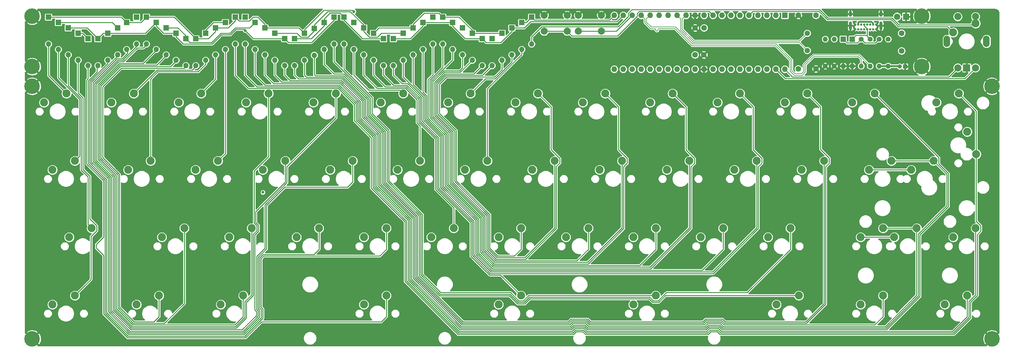
<source format=gbl>
G04 #@! TF.GenerationSoftware,KiCad,Pcbnew,(5.1.4)-1*
G04 #@! TF.CreationDate,2023-05-14T00:18:44+08:00*
G04 #@! TF.ProjectId,chevron,63686576-726f-46e2-9e6b-696361645f70,rev?*
G04 #@! TF.SameCoordinates,Original*
G04 #@! TF.FileFunction,Copper,L2,Bot*
G04 #@! TF.FilePolarity,Positive*
%FSLAX46Y46*%
G04 Gerber Fmt 4.6, Leading zero omitted, Abs format (unit mm)*
G04 Created by KiCad (PCBNEW (5.1.4)-1) date 2023-05-14 00:18:44*
%MOMM*%
%LPD*%
G04 APERTURE LIST*
%ADD10C,0.650000*%
%ADD11O,0.900000X2.400000*%
%ADD12O,0.900000X1.700000*%
%ADD13C,2.250000*%
%ADD14O,1.600000X1.600000*%
%ADD15R,1.600000X1.600000*%
%ADD16O,1.500000X1.500000*%
%ADD17R,1.500000X1.500000*%
%ADD18C,1.200000*%
%ADD19R,1.200000X1.200000*%
%ADD20C,0.700000*%
%ADD21C,4.400000*%
%ADD22C,1.500000*%
%ADD23C,2.000000*%
%ADD24R,2.000000X2.000000*%
%ADD25O,1.890000X3.200000*%
%ADD26O,1.900000X3.200000*%
%ADD27O,1.400000X1.400000*%
%ADD28C,1.400000*%
%ADD29C,1.600000*%
%ADD30C,1.800000*%
%ADD31R,1.800000X1.800000*%
%ADD32C,0.800000*%
%ADD33C,0.200000*%
%ADD34C,0.500000*%
%ADD35C,0.250000*%
%ADD36C,0.254000*%
G04 APERTURE END LIST*
D10*
X229875000Y3425000D03*
X231575000Y3425000D03*
X230725000Y3425000D03*
X229025000Y3425000D03*
X228175000Y3425000D03*
X227325000Y3425000D03*
X226475000Y3425000D03*
X225625000Y3425000D03*
X231575000Y4750000D03*
X230720000Y4750000D03*
X229870000Y4750000D03*
X229020000Y4750000D03*
X228170000Y4750000D03*
X227320000Y4750000D03*
X226470000Y4750000D03*
X225620000Y4750000D03*
D11*
X232925000Y4405000D03*
X224275000Y4405000D03*
D12*
X232925000Y7785000D03*
X224275000Y7785000D03*
D13*
X-3810000Y-17303798D03*
X2540000Y-14763798D03*
X20002500Y-36353846D03*
X26352500Y-33813846D03*
X-1428750Y-36353750D03*
X4921250Y-33813750D03*
X3333750Y-55403750D03*
X9683750Y-52863750D03*
D14*
X205740000Y-7874000D03*
X157480000Y7366000D03*
X203200000Y-7874000D03*
X160020000Y7366000D03*
X200660000Y-7874000D03*
X162560000Y7366000D03*
X198120000Y-7874000D03*
X165100000Y7366000D03*
X195580000Y-7874000D03*
X167640000Y7366000D03*
X193040000Y-7874000D03*
X170180000Y7366000D03*
X190500000Y-7874000D03*
X172720000Y7366000D03*
X187960000Y-7874000D03*
X175260000Y7366000D03*
X185420000Y-7874000D03*
X177800000Y7366000D03*
X182880000Y-7874000D03*
X180340000Y7366000D03*
X180340000Y-7874000D03*
X182880000Y7366000D03*
X177800000Y-7874000D03*
X185420000Y7366000D03*
X175260000Y-7874000D03*
X187960000Y7366000D03*
X172720000Y-7874000D03*
X190500000Y7366000D03*
X170180000Y-7874000D03*
X193040000Y7366000D03*
X167640000Y-7874000D03*
X195580000Y7366000D03*
X165100000Y-7874000D03*
X198120000Y7366000D03*
X162560000Y-7874000D03*
X200660000Y7366000D03*
X160020000Y-7874000D03*
X203200000Y7366000D03*
X157480000Y-7874000D03*
D15*
X205740000Y7366000D03*
D13*
X52546250Y-71913750D03*
X46196250Y-74453750D03*
X54927632Y-52863894D03*
X48577632Y-55403894D03*
D16*
X55880000Y-2286000D03*
D17*
X55880000Y5334000D03*
D16*
X67056000Y-6858000D03*
D17*
X67056000Y762000D03*
D16*
X75438000Y-2286000D03*
D17*
X75438000Y5334000D03*
D16*
X81026000Y-762000D03*
D17*
X81026000Y6858000D03*
D16*
X92202000Y-6858000D03*
D17*
X92202000Y762000D03*
D16*
X8636000Y-6858000D03*
D17*
X8636000Y762000D03*
D16*
X30734000Y-3810000D03*
D17*
X30734000Y3810000D03*
D16*
X36322000Y-6858000D03*
D17*
X36322000Y762000D03*
D16*
X5842000Y-5334000D03*
D17*
X5842000Y2286000D03*
D16*
X53086000Y-762000D03*
D17*
X53086000Y6858000D03*
D16*
X64262000Y-6858000D03*
D17*
X64262000Y762000D03*
D16*
X78232000Y-762000D03*
D17*
X78232000Y6858000D03*
D16*
X100584000Y-3810000D03*
D17*
X100584000Y3810000D03*
D16*
X108966000Y-762000D03*
D17*
X108966000Y6858000D03*
D16*
X117348000Y-5334000D03*
D17*
X117348000Y2286000D03*
D16*
X125730000Y-5334000D03*
D17*
X125730000Y2286000D03*
D16*
X89408000Y-5334000D03*
D17*
X89408000Y2286000D03*
D16*
X11430000Y-6858000D03*
D17*
X11430000Y762000D03*
D16*
X14224000Y-5334000D03*
D17*
X14224000Y2286000D03*
D16*
X27940000Y-2286000D03*
D17*
X27940000Y5334000D03*
D16*
X33528000Y-5334000D03*
D17*
X33528000Y2286000D03*
D16*
X3048000Y-3810000D03*
D17*
X3048000Y3810000D03*
D16*
X134112000Y-762000D03*
D17*
X134112000Y6858000D03*
D16*
X61468000Y-5334000D03*
D17*
X61468000Y2286000D03*
D16*
X72644000Y-3937000D03*
D17*
X72644000Y3683000D03*
D16*
X97790000Y-5334000D03*
D17*
X97790000Y2286000D03*
D16*
X106172000Y-762000D03*
D17*
X106172000Y6858000D03*
D16*
X114554000Y-3810000D03*
D17*
X114554000Y3810000D03*
D16*
X122936000Y-6858000D03*
D17*
X122936000Y762000D03*
D16*
X131318000Y-2286000D03*
D17*
X131318000Y5334000D03*
D16*
X86614000Y-3810000D03*
D17*
X86614000Y3810000D03*
D16*
X17018000Y-3810000D03*
D17*
X17018000Y3810000D03*
D16*
X22352000Y-762000D03*
D17*
X22352000Y6858000D03*
D16*
X47498000Y-2286000D03*
D17*
X47498000Y5334000D03*
D16*
X41910000Y-5334000D03*
D17*
X41910000Y2286000D03*
D16*
X254000Y-2286000D03*
D17*
X254000Y5334000D03*
D16*
X50292000Y-762000D03*
D17*
X50292000Y6858000D03*
D16*
X58674000Y-3810000D03*
D17*
X58674000Y3810000D03*
D16*
X69850000Y-5334000D03*
D17*
X69850000Y2286000D03*
D16*
X94996000Y-6858000D03*
D17*
X94996000Y762000D03*
D16*
X103378000Y-2286000D03*
D17*
X103378000Y5334000D03*
D16*
X111760000Y-2286000D03*
D17*
X111760000Y5334000D03*
D16*
X120142000Y-6858000D03*
D17*
X120142000Y762000D03*
D16*
X128524000Y-3810000D03*
D17*
X128524000Y3810000D03*
D16*
X83820000Y-2286000D03*
D17*
X83820000Y5334000D03*
D16*
X19558000Y-2286000D03*
D17*
X19558000Y5334000D03*
X25146000Y6858000D03*
D16*
X25146000Y-762000D03*
D17*
X44704000Y3810000D03*
D16*
X44704000Y-3810000D03*
X39116000Y-6858000D03*
D17*
X39116000Y762000D03*
D16*
X-2540000Y-762000D03*
D17*
X-2540000Y6858000D03*
D18*
X238252000Y-7112000D03*
D19*
X239752000Y-7112000D03*
D20*
X265486142Y-82970986D03*
X264319416Y-82487712D03*
X263152690Y-82970986D03*
X262669416Y-84137712D03*
X263152690Y-85304438D03*
X264319416Y-85787712D03*
X265486142Y-85304438D03*
X265969416Y-84137712D03*
D21*
X264319416Y-84137712D03*
D20*
X265486142Y-11533306D03*
X264319416Y-11050032D03*
X263152690Y-11533306D03*
X262669416Y-12700032D03*
X263152690Y-13866758D03*
X264319416Y-14350032D03*
X265486142Y-13866758D03*
X265969416Y-12700032D03*
D21*
X264319416Y-12700032D03*
X-7143768Y-84137712D03*
D20*
X-5493768Y-84137712D03*
X-5977042Y-85304438D03*
X-7143768Y-85787712D03*
X-8310494Y-85304438D03*
X-8793768Y-84137712D03*
X-8310494Y-82970986D03*
X-7143768Y-82487712D03*
X-5977042Y-82970986D03*
D21*
X-7143768Y-12700032D03*
D20*
X-5493768Y-12700032D03*
X-5977042Y-13866758D03*
X-7143768Y-14350032D03*
X-8310494Y-13866758D03*
X-8793768Y-12700032D03*
X-8310494Y-11533306D03*
X-7143768Y-11050032D03*
X-5977042Y-11533306D03*
X245642344Y-5977044D03*
X244475618Y-5493770D03*
X243308892Y-5977044D03*
X242825618Y-7143770D03*
X243308892Y-8310496D03*
X244475618Y-8793770D03*
X245642344Y-8310496D03*
X246125618Y-7143770D03*
D21*
X244475618Y-7143770D03*
D20*
X245642344Y8310494D03*
X244475618Y8793768D03*
X243308892Y8310494D03*
X242825618Y7143768D03*
X243308892Y5977042D03*
X244475618Y5493768D03*
X245642344Y5977042D03*
X246125618Y7143768D03*
D21*
X244475618Y7143768D03*
X-7143768Y-7143770D03*
D20*
X-5493768Y-7143770D03*
X-5977042Y-8310496D03*
X-7143768Y-8793770D03*
X-8310494Y-8310496D03*
X-8793768Y-7143770D03*
X-8310494Y-5977044D03*
X-7143768Y-5493770D03*
X-5977042Y-5977044D03*
D21*
X-7143768Y7143768D03*
D20*
X-5493768Y7143768D03*
X-5977042Y5977042D03*
X-7143768Y5493768D03*
X-8310494Y5977042D03*
X-8793768Y7143768D03*
X-8310494Y8310494D03*
X-7143768Y8793768D03*
X-5977042Y8310494D03*
D22*
X212090000Y-2594000D03*
X212090000Y2286000D03*
D23*
X254675648Y-7500000D03*
D24*
X257175648Y-7500000D03*
D23*
X259675648Y-7500000D03*
D25*
X251575648Y0D03*
D26*
X262775648Y0D03*
D23*
X254675648Y7000000D03*
X259675648Y7000000D03*
X153820000Y7366000D03*
X153820000Y2866000D03*
X147320000Y7366000D03*
X147320000Y2866000D03*
X144168000Y7366000D03*
X144168000Y2866000D03*
X137668000Y7366000D03*
X137668000Y2866000D03*
D27*
X219710000Y635000D03*
D28*
X219710000Y-6985000D03*
D27*
X217170000Y635000D03*
D28*
X217170000Y-6985000D03*
D27*
X229870000Y-6985000D03*
D28*
X229870000Y635000D03*
D27*
X227330000Y-6985000D03*
D28*
X227330000Y635000D03*
D27*
X234950000Y-6985000D03*
D28*
X234950000Y635000D03*
D27*
X232410000Y-6985000D03*
D28*
X232410000Y635000D03*
D29*
X238760000Y2301240D03*
X238760000Y-2698760D03*
D16*
X224790000Y-6985000D03*
D17*
X224790000Y635000D03*
D16*
X222250000Y-6985000D03*
D17*
X222250000Y635000D03*
D30*
X237490000Y6985000D03*
D31*
X240030000Y6985000D03*
D29*
X180380000Y3810000D03*
X182880000Y3810000D03*
X182840000Y-3810000D03*
X180340000Y-3810000D03*
X214550000Y7366000D03*
X209550000Y7366000D03*
X209550000Y-7778760D03*
X214550000Y-7778760D03*
D13*
X257334392Y-71913944D03*
X250984392Y-74453944D03*
X233521832Y-71913944D03*
X227171832Y-74453944D03*
X209709272Y-71913944D03*
X203359272Y-74453944D03*
X169227920Y-71913944D03*
X162877920Y-74453944D03*
X131127824Y-71913944D03*
X124777824Y-74453944D03*
X93027728Y-71913944D03*
X86677728Y-74453944D03*
X28733750Y-71913944D03*
X22383750Y-74453944D03*
X4921250Y-71913944D03*
X-1428750Y-74453944D03*
X243046856Y-52863896D03*
X236696856Y-55403896D03*
X259715648Y-52863896D03*
X253365648Y-55403896D03*
X233521832Y-52863896D03*
X227171832Y-55403896D03*
X207328016Y-52863896D03*
X200978016Y-55403896D03*
X188277968Y-52863896D03*
X181927968Y-55403896D03*
X169227920Y-52863896D03*
X162877920Y-55403896D03*
X150177872Y-52863894D03*
X143827872Y-55403894D03*
X131127824Y-52863894D03*
X124777824Y-55403894D03*
X112077776Y-52863894D03*
X105727776Y-55403894D03*
X93027728Y-52863894D03*
X86677728Y-55403894D03*
X73977680Y-52863894D03*
X67627680Y-55403894D03*
X35877584Y-52863894D03*
X29527584Y-55403894D03*
X235903088Y-33813846D03*
X229553088Y-36353846D03*
X259715648Y5079998D03*
X253365648Y2539998D03*
X247809368Y-33813848D03*
X241459368Y-36353848D03*
X216853040Y-33813848D03*
X210503040Y-36353848D03*
X197802992Y-33813848D03*
X191452992Y-36353848D03*
X178752944Y-33813848D03*
X172402944Y-36353848D03*
X159702896Y-33813848D03*
X153352896Y-36353848D03*
X140652848Y-33813848D03*
X134302848Y-36353848D03*
X121602800Y-33813848D03*
X115252800Y-36353848D03*
X102552752Y-33813846D03*
X96202752Y-36353846D03*
X83502704Y-33813846D03*
X77152704Y-36353846D03*
X64452656Y-33813846D03*
X58102656Y-36353846D03*
X45402608Y-33813846D03*
X39052608Y-36353846D03*
X257334392Y-25558822D03*
X259874392Y-31908822D03*
X254953136Y-14763798D03*
X248603136Y-17303798D03*
X231140576Y-14763798D03*
X224790576Y-17303798D03*
X212090528Y-14763798D03*
X205740528Y-17303798D03*
X193040480Y-14763798D03*
X186690480Y-17303798D03*
X173990432Y-14763798D03*
X167640432Y-17303798D03*
X154940384Y-14763798D03*
X148590384Y-17303798D03*
X135890336Y-14763798D03*
X129540336Y-17303798D03*
X116840288Y-14763798D03*
X110490288Y-17303798D03*
X97790240Y-14763798D03*
X91440240Y-17303798D03*
X78740192Y-14763798D03*
X72390192Y-17303798D03*
X59690144Y-14763798D03*
X53340144Y-17303798D03*
X40640096Y-14763798D03*
X34290096Y-17303798D03*
X21590048Y-14763798D03*
X15240048Y-17303798D03*
D32*
X119062500Y-67468750D03*
X107156250Y-48418750D03*
X98425000Y-29368750D03*
X66675000Y-29368750D03*
X66675000Y-19843750D03*
X57150000Y-48418750D03*
X57150000Y-55562500D03*
X53086000Y3085000D03*
X58102656Y-42703594D03*
X83851154Y8413154D03*
D33*
X176305000Y6321000D02*
X175260000Y7366000D01*
X176305000Y3208800D02*
X176305000Y6321000D01*
X179892800Y-379000D02*
X176305000Y3208800D01*
X212090000Y-2594000D02*
X209875000Y-379000D01*
X209875000Y-379000D02*
X179892800Y-379000D01*
X176755000Y3395200D02*
X176755000Y6321000D01*
X180079200Y71000D02*
X176755000Y3395200D01*
X212090000Y2286000D02*
X209875000Y71000D01*
X176755000Y6321000D02*
X177800000Y7366000D01*
X209875000Y71000D02*
X180079200Y71000D01*
D34*
X238125000Y-6985000D02*
X234950000Y-6985000D01*
X234950000Y-6985000D02*
X232410000Y-6985000D01*
D35*
X231384999Y-390001D02*
X232410000Y635000D01*
X228355001Y-390001D02*
X231384999Y-390001D01*
X227330000Y635000D02*
X228355001Y-390001D01*
X226254999Y-440001D02*
X227330000Y635000D01*
X223325001Y-440001D02*
X226254999Y-440001D01*
X222250000Y635000D02*
X223325001Y-440001D01*
X229025576Y3537026D02*
X229025576Y3425024D01*
X228170576Y4392026D02*
X229025576Y3537026D01*
X228170576Y4750024D02*
X228170576Y4392026D01*
X229025576Y1479424D02*
X229025576Y3425024D01*
X229870000Y635000D02*
X229025576Y1479424D01*
X228844999Y1660001D02*
X229870000Y635000D01*
X225815001Y1660001D02*
X228844999Y1660001D01*
X224790000Y635000D02*
X225815001Y1660001D01*
X-2540000Y-9683750D02*
X2540000Y-14763750D01*
X-2540000Y-635000D02*
X-2540000Y-3302000D01*
X-2540000Y-3302000D02*
X-2540000Y-9683750D01*
X21590048Y-14763798D02*
X28225846Y-8128000D01*
X38100000Y-8128000D02*
X39370000Y-6858000D01*
X28225846Y-8128000D02*
X38100000Y-8128000D01*
X44831000Y-4110070D02*
X44831000Y-3810000D01*
X44704000Y-10699894D02*
X44370697Y-11033197D01*
X44704000Y-3810000D02*
X44704000Y-10699894D01*
X40640096Y-14763798D02*
X44370697Y-11033197D01*
X24324999Y-1837001D02*
X25400000Y-762000D01*
X22594479Y-1837001D02*
X24324999Y-1837001D01*
X18646461Y-5785019D02*
X22594479Y-1837001D01*
X10970008Y-12088224D02*
X17273213Y-5785019D01*
X15732519Y-38344159D02*
X10970008Y-33581648D01*
X17273213Y-5785019D02*
X18646461Y-5785019D01*
X53446396Y-73807604D02*
X53446395Y-78258719D01*
X55626000Y-36684500D02*
X55626000Y-51416260D01*
X55626000Y-51416260D02*
X56377633Y-52167893D01*
X56377633Y-52167893D02*
X56377633Y-53559895D01*
X55377642Y-54559886D02*
X55377642Y-71876358D01*
X56377633Y-53559895D02*
X55377642Y-54559886D01*
X59690144Y-14763798D02*
X59690144Y-32620356D01*
X55377642Y-71876358D02*
X53446396Y-73807604D01*
X53446395Y-78258719D02*
X50592229Y-81112883D01*
X10970008Y-33581648D02*
X10970008Y-12088224D01*
X59690144Y-32620356D02*
X55626000Y-36684500D01*
X15732519Y-75934289D02*
X15732519Y-38344159D01*
X50592229Y-81112883D02*
X20911113Y-81112883D01*
X20911113Y-81112883D02*
X15732519Y-75934289D01*
X52641366Y-81851366D02*
X52479830Y-82012902D01*
X52479830Y-82012902D02*
X53149366Y-81343366D01*
X52641366Y-81851366D02*
X53149366Y-81343366D01*
X78740192Y-21672312D02*
X78740192Y-14763798D01*
X64902666Y-35509838D02*
X78740192Y-21672312D01*
X64902665Y-39972221D02*
X64902666Y-35509838D01*
X58667633Y-46207253D02*
X64902665Y-39972221D01*
X58667633Y-58519895D02*
X58667633Y-46207253D01*
X56277662Y-60909866D02*
X58667633Y-58519895D01*
X56277662Y-75772818D02*
X56277662Y-60909866D01*
X56736387Y-77756345D02*
X56736387Y-76231543D01*
X56736387Y-76231543D02*
X56277662Y-75772818D01*
X53149366Y-81343366D02*
X56736387Y-77756345D01*
X19812000Y-3346660D02*
X19812000Y-2286000D01*
X18273659Y-4885001D02*
X19812000Y-3346660D01*
X10069989Y-11715423D02*
X16900411Y-4885001D01*
X16900411Y-4885001D02*
X18273659Y-4885001D01*
X10069989Y-12088225D02*
X10069989Y-11715423D01*
X10069988Y-33954448D02*
X10069991Y-12088227D01*
X14832499Y-38716959D02*
X10069988Y-33954448D01*
X10069991Y-12088227D02*
X10069989Y-12088225D01*
X14832499Y-76307089D02*
X14832499Y-38716959D01*
X20538311Y-82012901D02*
X14832499Y-76307089D01*
X52479830Y-82012902D02*
X20538311Y-82012901D01*
X83820000Y-9525000D02*
X83820000Y-2286000D01*
X88058807Y-13763807D02*
X83820000Y-9525000D01*
X96790249Y-13763807D02*
X88058807Y-13763807D01*
X97790240Y-14763798D02*
X96790249Y-13763807D01*
X116840288Y-14763798D02*
X121054624Y-10549462D01*
X128524000Y-5843410D02*
X128524000Y-3810000D01*
X123817949Y-10549461D02*
X128524000Y-5843410D01*
X121054624Y-10549462D02*
X123817949Y-10549461D01*
X139630337Y-18503799D02*
X139630337Y-30645335D01*
X135890336Y-14763798D02*
X139630337Y-18503799D01*
X142102849Y-34427151D02*
X141102858Y-35427142D01*
X142102849Y-33117847D02*
X142102849Y-34427151D01*
X139630337Y-30645335D02*
X142102849Y-33117847D01*
X141102857Y-52921273D02*
X132411307Y-61612823D01*
X141102858Y-35427142D02*
X141102857Y-52921273D01*
X124127931Y-61612823D02*
X121407803Y-58892695D01*
X126347178Y-61612822D02*
X124127931Y-61612823D01*
X132411307Y-61612823D02*
X126347178Y-61612822D01*
X121407803Y-58892695D02*
X121407803Y-57785000D01*
X121407803Y-57785000D02*
X121407803Y-49367673D01*
X121407803Y-49367673D02*
X111882779Y-39842649D01*
X111882779Y-39842649D02*
X111882779Y-25555111D01*
X111882779Y-25555111D02*
X107120267Y-20792599D01*
X107120267Y-20792599D02*
X107120267Y-19558000D01*
X107120267Y-12259733D02*
X107120267Y-11878733D01*
X107120267Y-19558000D02*
X107120267Y-12259733D01*
X117800568Y-9199432D02*
X120142000Y-6858000D01*
X109679618Y-9199432D02*
X117800568Y-9199432D01*
X107120267Y-11758783D02*
X109679618Y-9199432D01*
X107120267Y-12259733D02*
X107120267Y-11758783D01*
X107950000Y-9018410D02*
X111760000Y-5208410D01*
X105770237Y-11199583D02*
X107950000Y-9019820D01*
X105770237Y-21351799D02*
X105770237Y-11199583D01*
X154940384Y-14763798D02*
X158680385Y-18503799D01*
X158680385Y-18503799D02*
X158680385Y-30645335D01*
X110532749Y-26114311D02*
X105770237Y-21351799D01*
X110532749Y-40401849D02*
X110532749Y-26114311D01*
X111760000Y-5208410D02*
X111760000Y-2286000D01*
X158680385Y-30645335D02*
X161163000Y-33127950D01*
X160152906Y-52953094D02*
X150143150Y-62962850D01*
X161163000Y-33127950D02*
X161163000Y-34499746D01*
X161163000Y-34499746D02*
X160152906Y-35509840D01*
X160152906Y-35509840D02*
X160152906Y-52953094D01*
X150143150Y-62962850D02*
X123568727Y-62962849D01*
X123568727Y-62962849D02*
X120057773Y-59451895D01*
X120057773Y-59451895D02*
X120057773Y-49926873D01*
X107950000Y-9019820D02*
X107950000Y-9018410D01*
X120057773Y-49926873D02*
X110532749Y-40401849D01*
X104420207Y-15393207D02*
X103378000Y-14351000D01*
X104420207Y-21910999D02*
X104420207Y-15393207D01*
X180202945Y-33117847D02*
X180202945Y-34509849D01*
X180202945Y-34509849D02*
X179202954Y-35509840D01*
X118707743Y-60011095D02*
X118707743Y-50486073D01*
X103378000Y-14351000D02*
X103378000Y-2286000D01*
X177800000Y-30714902D02*
X180202945Y-33117847D01*
X167811349Y-64312877D02*
X123009525Y-64312877D01*
X179202954Y-35509840D02*
X179202953Y-52921275D01*
X109182719Y-40961049D02*
X109182719Y-26673511D01*
X179202953Y-52921275D02*
X167811349Y-64312877D01*
X118707743Y-50486073D02*
X109182719Y-40961049D01*
X177800000Y-18573366D02*
X177800000Y-30714902D01*
X123009525Y-64312877D02*
X118707743Y-60011095D01*
X173990432Y-14763798D02*
X177800000Y-18573366D01*
X109182719Y-26673511D02*
X104420207Y-21910999D01*
X196780481Y-30645335D02*
X196780481Y-18503799D01*
X199252993Y-34509849D02*
X199252993Y-33117847D01*
X198253002Y-35509840D02*
X199252993Y-34509849D01*
X198253001Y-52921275D02*
X198253002Y-35509840D01*
X122450321Y-65662903D02*
X185511370Y-65662904D01*
X185511370Y-65662904D02*
X198253001Y-52921275D01*
X117357713Y-60570295D02*
X122450321Y-65662903D01*
X94996000Y-9525000D02*
X97434767Y-11963767D01*
X107832689Y-27232711D02*
X107832689Y-27930311D01*
X99045441Y-11963767D02*
X103070174Y-15988500D01*
X103070174Y-15988500D02*
X103070177Y-16329177D01*
X103070177Y-16329177D02*
X103070177Y-22470199D01*
X107823000Y-27940000D02*
X107823000Y-41510560D01*
X97434767Y-11963767D02*
X99045441Y-11963767D01*
X117357713Y-51045273D02*
X117357713Y-60570295D01*
X199252993Y-33117847D02*
X196780481Y-30645335D01*
X103070177Y-22470199D02*
X107832689Y-27232711D01*
X94996000Y-6858000D02*
X94996000Y-9525000D01*
X107832689Y-27930311D02*
X107823000Y-27940000D01*
X196780481Y-18503799D02*
X193040480Y-14763798D01*
X107823000Y-41510560D02*
X117357713Y-51045273D01*
X87170199Y-21165399D02*
X87170198Y-16592932D01*
X91932711Y-25927911D02*
X87170199Y-21165399D01*
X91932711Y-40215447D02*
X91932711Y-25927911D01*
X101457735Y-49740471D02*
X91932711Y-40215447D01*
X144662620Y-79762854D02*
X114584024Y-79762854D01*
X145445594Y-78979880D02*
X144662620Y-79762854D01*
X149855737Y-78979879D02*
X145445594Y-78979880D01*
X114584024Y-79762854D02*
X101457735Y-66636565D01*
X212090528Y-14763798D02*
X215830529Y-18503799D01*
X215830529Y-18503799D02*
X215830529Y-30537529D01*
X218303041Y-33010041D02*
X218303041Y-34509849D01*
X187930235Y-78979879D02*
X183519250Y-78979880D01*
X215830529Y-30537529D02*
X218303041Y-33010041D01*
X217303049Y-74352579D02*
X211892773Y-79762855D01*
X218303041Y-34509849D02*
X217303050Y-35509840D01*
X101457735Y-66636565D02*
X101457735Y-49740471D01*
X217303050Y-35509840D02*
X217303049Y-74352579D01*
X87170198Y-16592932D02*
X80740993Y-10163727D01*
X183519250Y-78979880D02*
X182736276Y-79762854D01*
X211892773Y-79762855D02*
X188713213Y-79762855D01*
X150638714Y-79762854D02*
X149855737Y-78979879D01*
X188713213Y-79762855D02*
X187930235Y-78979879D01*
X182736276Y-79762854D02*
X150638714Y-79762854D01*
X70488727Y-10163727D02*
X69850000Y-9525000D01*
X69850000Y-9525000D02*
X69850000Y-5334000D01*
X80740993Y-10163727D02*
X70488727Y-10163727D01*
X85370159Y-21910999D02*
X85370158Y-17338532D01*
X61112767Y-11963767D02*
X58674000Y-9525000D01*
X90132671Y-26673511D02*
X85370159Y-21910999D01*
X90132671Y-40961047D02*
X90132671Y-26673511D01*
X99657695Y-50486071D02*
X90132671Y-40961047D01*
X99657695Y-67382165D02*
X99657695Y-50486071D01*
X113838420Y-81562890D02*
X99657695Y-67382165D01*
X58674000Y-9525000D02*
X58674000Y-3810000D01*
X145408222Y-81562890D02*
X113838420Y-81562890D01*
X79995393Y-11963767D02*
X61112767Y-11963767D01*
X146191196Y-80779916D02*
X145408222Y-81562890D01*
X149110141Y-80779915D02*
X146191196Y-80779916D01*
X249259369Y-32882591D02*
X249259369Y-34627439D01*
X149893118Y-81562890D02*
X149110141Y-80779915D01*
X249259369Y-34627439D02*
X251999379Y-37367449D01*
X251999379Y-37367449D02*
X251999378Y-46693786D01*
X251999378Y-46693786D02*
X243946875Y-54746289D01*
X243946875Y-54746289D02*
X243946874Y-72157724D01*
X243946874Y-72157724D02*
X234541703Y-81562891D01*
X234541703Y-81562891D02*
X187967617Y-81562891D01*
X231140576Y-14763798D02*
X249259369Y-32882591D01*
X187967617Y-81562891D02*
X187184639Y-80779915D01*
X187184639Y-80779915D02*
X184264854Y-80779916D01*
X184264854Y-80779916D02*
X183481880Y-81562890D01*
X85370158Y-17338532D02*
X79995393Y-11963767D01*
X183481880Y-81562890D02*
X149893118Y-81562890D01*
X259874392Y-19685054D02*
X254953136Y-14763798D01*
X259874392Y-31908822D02*
X259874392Y-19685054D01*
X50292000Y-9652000D02*
X50292000Y-762000D01*
X53953797Y-13313797D02*
X50292000Y-9652000D01*
X79436193Y-13313797D02*
X53953797Y-13313797D01*
X84020129Y-17897733D02*
X79436193Y-13313797D01*
X88782641Y-27232711D02*
X84020129Y-22470199D01*
X88782641Y-41520247D02*
X88782641Y-27232711D01*
X98298000Y-51035606D02*
X88782641Y-41520247D01*
X113279217Y-82912917D02*
X98298000Y-67931700D01*
X145967424Y-82912918D02*
X113279217Y-82912917D01*
X146750399Y-82129943D02*
X145967424Y-82912918D01*
X98298000Y-67931700D02*
X98298000Y-51035606D01*
X148550943Y-82129943D02*
X146750399Y-82129943D01*
X259874392Y-31908822D02*
X259874392Y-50876638D01*
X261165649Y-52167895D02*
X261165649Y-53667351D01*
X260165657Y-71865091D02*
X258234411Y-73796337D01*
X258234411Y-73796337D02*
X258234410Y-78258720D01*
X149333919Y-82912919D02*
X148550943Y-82129943D01*
X184824057Y-82129943D02*
X184041081Y-82912919D01*
X260165658Y-54667342D02*
X260165657Y-71865091D01*
X258234410Y-78258720D02*
X253580209Y-82912919D01*
X84020129Y-22470199D02*
X84020129Y-17897733D01*
X259874392Y-50876638D02*
X261165649Y-52167895D01*
X253580209Y-82912919D02*
X187408417Y-82912919D01*
X187408417Y-82912919D02*
X186625441Y-82129943D01*
X186625441Y-82129943D02*
X184824057Y-82129943D01*
X261165649Y-53667351D02*
X260165658Y-54667342D01*
X184041081Y-82912919D02*
X149333919Y-82912919D01*
X6280001Y-16357749D02*
X254000Y-10331748D01*
X6280001Y-32455101D02*
X6280001Y-16357749D01*
X4921256Y-33813846D02*
X6280001Y-32455101D01*
X254000Y-10331748D02*
X254000Y-5461000D01*
X254000Y-5461000D02*
X254000Y-2540000D01*
X26352560Y-33813846D02*
X26352560Y-10637696D01*
X26352560Y-10637696D02*
X28412246Y-8578010D01*
X28412246Y-8578010D02*
X38538990Y-8578010D01*
X41910000Y-6508750D02*
X41910000Y-5334000D01*
X39840740Y-8578010D02*
X41910000Y-6508750D01*
X38538990Y-8578010D02*
X39840740Y-8578010D01*
X47498000Y-31718454D02*
X45402608Y-33813846D01*
X47498000Y-2286000D02*
X47498000Y-31718454D01*
X18460060Y-5335010D02*
X22606000Y-1189070D01*
X22606000Y-1189070D02*
X22606000Y-762000D01*
X17086811Y-5335011D02*
X18460060Y-5335010D01*
X10519998Y-11901824D02*
X17086811Y-5335011D01*
X10519998Y-33768048D02*
X10519998Y-11901824D01*
X15282509Y-38530559D02*
X10519998Y-33768048D01*
X64452656Y-33813846D02*
X64452656Y-39785820D01*
X64452656Y-39785820D02*
X56076010Y-48162466D01*
X56076010Y-48162466D02*
X56076010Y-51229860D01*
X55827652Y-54746286D02*
X55827652Y-75959218D01*
X56076010Y-51229860D02*
X56827643Y-51981493D01*
X56286377Y-76417943D02*
X56286377Y-77569945D01*
X56827643Y-51981493D02*
X56827642Y-53746296D01*
X56827642Y-53746296D02*
X55827652Y-54746286D01*
X55827652Y-75959218D02*
X56286377Y-76417943D01*
X56286377Y-77569945D02*
X52293429Y-81562893D01*
X20724712Y-81562892D02*
X15282509Y-76120689D01*
X52293429Y-81562893D02*
X20724712Y-81562892D01*
X15282509Y-76120689D02*
X15282509Y-38530559D01*
X83502704Y-39785820D02*
X82075777Y-41212747D01*
X83502704Y-33813846D02*
X83502704Y-39785820D01*
X82075777Y-41212747D02*
X80582747Y-41212747D01*
X80582747Y-41212747D02*
X80328747Y-41212747D01*
X17018000Y-4131002D02*
X17018000Y-3810000D01*
X9619979Y-11529023D02*
X17018000Y-4131002D01*
X80582747Y-41212747D02*
X64298549Y-41212747D01*
X56727672Y-61096266D02*
X56727672Y-75586418D01*
X64298549Y-41212747D02*
X59117643Y-46393653D01*
X9619978Y-34140848D02*
X9619979Y-11529023D01*
X56727672Y-75586418D02*
X57186396Y-76045142D01*
X14382489Y-38903359D02*
X9619978Y-34140848D01*
X59117643Y-58706295D02*
X56727672Y-61096266D01*
X57186396Y-76045142D02*
X57186396Y-77942746D01*
X57186396Y-77942746D02*
X52666230Y-82462912D01*
X14382489Y-76493489D02*
X14382489Y-38903359D01*
X52666230Y-82462912D02*
X20351910Y-82462910D01*
X59117643Y-46393653D02*
X59117643Y-58706295D01*
X20351910Y-82462910D02*
X14382489Y-76493489D01*
X90402797Y-13313797D02*
X86614000Y-9525000D01*
X86614000Y-9525000D02*
X86614000Y-3810000D01*
X98486241Y-13313797D02*
X90402797Y-13313797D01*
X101720147Y-16547703D02*
X98486241Y-13313797D01*
X101720147Y-23029399D02*
X101720147Y-16547703D01*
X102552752Y-23862004D02*
X101720147Y-23029399D01*
X102552752Y-33813846D02*
X102552752Y-23862004D01*
X121602800Y-33813848D02*
X121602800Y-13401020D01*
X131318000Y-3685820D02*
X131318000Y-2286000D01*
X121602800Y-13401020D02*
X131318000Y-3685820D01*
X120144558Y-9649442D02*
X122936000Y-6858000D01*
X107570277Y-20606199D02*
X107570277Y-11945183D01*
X112332789Y-39656249D02*
X112332789Y-25368711D01*
X107570277Y-11945183D02*
X109866018Y-9649442D01*
X121857813Y-49181273D02*
X112332789Y-39656249D01*
X121857813Y-58706295D02*
X121857813Y-49181273D01*
X124314332Y-61162814D02*
X121857813Y-58706295D01*
X132224907Y-61162813D02*
X124314332Y-61162814D01*
X109866018Y-9649442D02*
X120144558Y-9649442D01*
X140652848Y-52734872D02*
X132224907Y-61162813D01*
X112332789Y-25368711D02*
X107570277Y-20606199D01*
X140652848Y-33813848D02*
X140652848Y-52734872D01*
X149924927Y-62512841D02*
X159702896Y-52734872D01*
X159702896Y-52734872D02*
X159702896Y-33813848D01*
X123755128Y-62512840D02*
X120507783Y-59265495D01*
X125701160Y-62512840D02*
X123755128Y-62512840D01*
X125701160Y-62512840D02*
X149924927Y-62512841D01*
X120507783Y-59265495D02*
X120507783Y-58166000D01*
X120507783Y-58166000D02*
X120507783Y-49740473D01*
X120507783Y-49740473D02*
X110982759Y-40215449D01*
X110982759Y-40215449D02*
X110982759Y-25927911D01*
X110982759Y-25927911D02*
X106220247Y-21165399D01*
X106220247Y-21165399D02*
X106220247Y-19733247D01*
X106220247Y-19733247D02*
X106220247Y-11385983D01*
X106220247Y-19733247D02*
X106220247Y-19558000D01*
X108458000Y-9148230D02*
X108458000Y-9146820D01*
X106220247Y-11385983D02*
X108458000Y-9148230D01*
X109095820Y-8510410D02*
X109306818Y-8299412D01*
X109094410Y-8510410D02*
X109095820Y-8510410D01*
X108458000Y-9146820D02*
X109094410Y-8510410D01*
X109306818Y-8299412D02*
X113746178Y-8299412D01*
X114554000Y-7491590D02*
X114554000Y-3810000D01*
X113746178Y-8299412D02*
X114554000Y-7491590D01*
X104870217Y-10826783D02*
X106172000Y-9525000D01*
X104870217Y-21724599D02*
X104870217Y-10826783D01*
X109632729Y-26487111D02*
X104870217Y-21724599D01*
X106172000Y-9525000D02*
X106172000Y-762000D01*
X119157753Y-50299673D02*
X109632729Y-40774649D01*
X119157753Y-59824695D02*
X119157753Y-50299673D01*
X123195926Y-63862868D02*
X119157753Y-59824695D01*
X109632729Y-40774649D02*
X109632729Y-26487111D01*
X167624950Y-63862868D02*
X123195926Y-63862868D01*
X178752944Y-52734874D02*
X167624950Y-63862868D01*
X178752944Y-33813848D02*
X178752944Y-52734874D01*
X97790000Y-10071916D02*
X97790000Y-5334000D01*
X103520187Y-16515573D02*
X103520183Y-15802099D01*
X103520187Y-22283799D02*
X103520187Y-16515573D01*
X108282699Y-27046311D02*
X103520187Y-22283799D01*
X108282699Y-41333849D02*
X108282699Y-27046311D01*
X117807723Y-50858873D02*
X108282699Y-41333849D01*
X117807723Y-60383895D02*
X117807723Y-50858873D01*
X103520183Y-15802099D02*
X97790000Y-10071916D01*
X122636722Y-65212894D02*
X117807723Y-60383895D01*
X185324971Y-65212895D02*
X122636722Y-65212894D01*
X197802992Y-52734874D02*
X185324971Y-65212895D01*
X197802992Y-33813848D02*
X197802992Y-52734874D01*
X145259193Y-78529871D02*
X144476219Y-79312845D01*
X211706373Y-79312845D02*
X188899611Y-79312845D01*
X150042136Y-78529870D02*
X145259193Y-78529871D01*
X92382721Y-25741511D02*
X87620209Y-20978999D01*
X182549875Y-79312845D02*
X150825113Y-79312845D01*
X183332849Y-78529871D02*
X182549875Y-79312845D01*
X216853040Y-74166178D02*
X211706373Y-79312845D01*
X216853040Y-33813848D02*
X216853040Y-74166178D01*
X72644000Y-9398000D02*
X72644000Y-3937000D01*
X188899611Y-79312845D02*
X188116635Y-78529870D01*
X72959717Y-9713717D02*
X72644000Y-9398000D01*
X150825113Y-79312845D02*
X150042136Y-78529870D01*
X188116635Y-78529870D02*
X183332849Y-78529871D01*
X80927393Y-9713717D02*
X72959717Y-9713717D01*
X101907745Y-66450165D02*
X101907745Y-49554071D01*
X144476219Y-79312845D02*
X114770425Y-79312845D01*
X114770425Y-79312845D02*
X101907745Y-66450165D01*
X101907745Y-49554071D02*
X92382721Y-40029047D01*
X92382721Y-40029047D02*
X92382721Y-25741511D01*
X87620209Y-20978999D02*
X87620209Y-16406533D01*
X87620209Y-16406533D02*
X80927393Y-9713717D01*
X61468000Y-9525000D02*
X61468000Y-5334000D01*
X63456757Y-11513757D02*
X61468000Y-9525000D01*
X80181793Y-11513757D02*
X63456757Y-11513757D01*
X85820169Y-21724599D02*
X85820169Y-17152133D01*
X90582681Y-40774647D02*
X90582681Y-26487111D01*
X114024821Y-81112881D02*
X100107705Y-67195765D01*
X145221820Y-81112882D02*
X114024821Y-81112881D01*
X247809368Y-33813848D02*
X251549369Y-37553849D01*
X251549369Y-37553849D02*
X251549369Y-46507385D01*
X100107705Y-67195765D02*
X100107705Y-50299671D01*
X243496866Y-54559888D02*
X243496865Y-71971323D01*
X251549369Y-46507385D02*
X243496866Y-54559888D01*
X146004795Y-80329907D02*
X145221820Y-81112882D01*
X243496865Y-71971323D02*
X234355304Y-81112882D01*
X150079518Y-81112882D02*
X149296540Y-80329906D01*
X90582681Y-26487111D02*
X85820169Y-21724599D01*
X234355304Y-81112882D02*
X188154016Y-81112882D01*
X100107705Y-50299671D02*
X90582681Y-40774647D01*
X188154016Y-81112882D02*
X187371038Y-80329906D01*
X184078453Y-80329907D02*
X183295478Y-81112882D01*
X187371038Y-80329906D02*
X184078453Y-80329907D01*
X183295478Y-81112882D02*
X150079518Y-81112882D01*
X85820169Y-17152133D02*
X80181793Y-11513757D01*
X149296540Y-80329906D02*
X146004795Y-80329907D01*
X247809366Y-33813846D02*
X247809368Y-33813848D01*
X235903088Y-33813846D02*
X247809366Y-33813846D01*
X162470009Y8941011D02*
X215594989Y8941011D01*
X161434999Y7002999D02*
X161434999Y7906001D01*
X158623001Y4191001D02*
X161434999Y7002999D01*
X161434999Y7906001D02*
X162470009Y8941011D01*
X137031999Y4191001D02*
X158623001Y4191001D01*
X134112000Y1271002D02*
X137031999Y4191001D01*
X134112000Y-762000D02*
X134112000Y1271002D01*
X236057998Y6604000D02*
X238043231Y4618767D01*
X217932000Y6604000D02*
X236057998Y6604000D01*
X215594989Y8941011D02*
X217932000Y6604000D01*
X259254417Y4618767D02*
X259715648Y5079998D01*
X238043231Y4618767D02*
X259254417Y4618767D01*
X3048000Y-12489338D02*
X6730011Y-16171349D01*
X6730011Y-16171349D02*
X6730011Y-36386599D01*
X8661257Y-51841383D02*
X9683768Y-52863894D01*
X8661257Y-38317845D02*
X8661257Y-51841383D01*
X6730011Y-36386599D02*
X8661257Y-38317845D01*
X3048000Y-7493000D02*
X3048000Y-3810000D01*
X3048000Y-7493000D02*
X3048000Y-12489338D01*
X17082549Y-75375089D02*
X17082549Y-37784959D01*
X21470314Y-79762854D02*
X17082549Y-75375089D01*
X30280907Y-79762855D02*
X21470314Y-79762854D01*
X17082549Y-37784959D02*
X12320037Y-33022447D01*
X35877584Y-74166178D02*
X30280907Y-79762855D01*
X35877584Y-52863894D02*
X35877584Y-74166178D01*
X12320037Y-33022447D02*
X12320037Y-12647425D01*
X12320037Y-12647425D02*
X17832413Y-7135049D01*
X31980951Y-7135049D02*
X33782000Y-5334000D01*
X17832413Y-7135049D02*
X31980951Y-7135049D01*
X54927632Y-52863894D02*
X54927632Y-71678690D01*
X54927632Y-71678690D02*
X52996386Y-73609936D01*
X52996386Y-78072318D02*
X50405830Y-80662874D01*
X50405830Y-80662874D02*
X21596851Y-80662875D01*
X21596851Y-80662875D02*
X21596848Y-80662872D01*
X21596848Y-80662872D02*
X21097513Y-80662872D01*
X21097513Y-80662872D02*
X16182529Y-75747889D01*
X16182529Y-75747889D02*
X16182529Y-38157759D01*
X52996386Y-73609936D02*
X52996386Y-78072318D01*
X16182529Y-38157759D02*
X11420017Y-33395247D01*
X11420017Y-33395247D02*
X11420017Y-12274625D01*
X11420017Y-12274625D02*
X17459613Y-6235029D01*
X24244971Y-6235029D02*
X28194000Y-2286000D01*
X17459613Y-6235029D02*
X24244971Y-6235029D01*
X73977680Y-52863894D02*
X73977680Y-58835868D01*
X57177682Y-61282666D02*
X57177682Y-75400018D01*
X73977680Y-58835868D02*
X72550753Y-60262795D01*
X72550753Y-60262795D02*
X58197553Y-60262795D01*
X57636405Y-78129147D02*
X52852629Y-82912921D01*
X9169968Y-34327248D02*
X9169968Y-19278032D01*
X57177682Y-75400018D02*
X57636406Y-75858742D01*
X13932479Y-39089759D02*
X9169968Y-34327248D01*
X57636406Y-75858742D02*
X57636405Y-78129147D01*
X58197553Y-60262795D02*
X57177682Y-61282666D01*
X52852629Y-82912921D02*
X20165509Y-82912919D01*
X20165509Y-82912919D02*
X13932479Y-76679889D01*
X9169968Y-19278032D02*
X9169970Y-18567970D01*
X13932479Y-76679889D02*
X13932479Y-39089759D01*
X9169970Y-12166030D02*
X9169970Y-11342622D01*
X9169970Y-18567970D02*
X9169970Y-12166030D01*
X14224000Y-6288592D02*
X14224000Y-5334000D01*
X9169970Y-11342622D02*
X14224000Y-6288592D01*
X93027728Y-52863894D02*
X93027728Y-58835868D01*
X93027728Y-58835868D02*
X91150791Y-60712805D01*
X58086414Y-78315548D02*
X53039028Y-83362930D01*
X13482469Y-39276159D02*
X8719958Y-34513648D01*
X91150791Y-60712805D02*
X58413195Y-60712805D01*
X58413195Y-60712805D02*
X57627692Y-61498308D01*
X48768000Y-83362930D02*
X19979108Y-83362928D01*
X13482469Y-76866289D02*
X13482469Y-39276159D01*
X19979108Y-83362928D02*
X13482469Y-76866289D01*
X57627692Y-61498308D02*
X57627692Y-75213618D01*
X53039028Y-83362930D02*
X48768000Y-83362930D01*
X57627692Y-75213618D02*
X58086415Y-75672343D01*
X58086415Y-75672343D02*
X58086414Y-78315548D01*
X8719960Y-11854040D02*
X8719961Y-11156221D01*
X8719958Y-11854042D02*
X8719960Y-11854040D01*
X8719958Y-12362042D02*
X8719958Y-11854042D01*
X8719958Y-34513648D02*
X8719958Y-12362042D01*
X11176000Y-8700182D02*
X11176000Y-6858000D01*
X8719961Y-11156221D02*
X11176000Y-8700182D01*
X89408000Y-9525000D02*
X89408000Y-5334000D01*
X102170157Y-22842999D02*
X102170156Y-16361302D01*
X102170156Y-16361302D02*
X98672641Y-12863787D01*
X106922980Y-27595822D02*
X102170157Y-22842999D01*
X92746787Y-12863787D02*
X89408000Y-9525000D01*
X106922980Y-41883360D02*
X106922980Y-27595822D01*
X112077776Y-47038156D02*
X106922980Y-41883360D01*
X98672641Y-12863787D02*
X92746787Y-12863787D01*
X112077776Y-52863894D02*
X112077776Y-47038156D01*
X131127824Y-52863894D02*
X131127824Y-58835868D01*
X108020287Y-12131583D02*
X110052418Y-10099452D01*
X108020287Y-20419799D02*
X108020287Y-12131583D01*
X129250887Y-60712805D02*
X128022804Y-60712804D01*
X128022804Y-60712804D02*
X124500732Y-60712804D01*
X125730000Y-8001000D02*
X125730000Y-5334000D01*
X124500732Y-60712804D02*
X122307823Y-58519895D01*
X123631548Y-10099452D02*
X125730000Y-8001000D01*
X122307823Y-58519895D02*
X122307823Y-48994873D01*
X122307823Y-48994873D02*
X112782799Y-39469849D01*
X131127824Y-58835868D02*
X129250887Y-60712805D01*
X112782799Y-39469849D02*
X112782799Y-25182311D01*
X112782799Y-25182311D02*
X108020287Y-20419799D01*
X110052418Y-10099452D02*
X123631548Y-10099452D01*
X108966000Y-9276640D02*
X108966000Y-9275230D01*
X106670257Y-11572383D02*
X108966000Y-9276640D01*
X106670257Y-20978999D02*
X106670257Y-11572383D01*
X111432769Y-25741511D02*
X106670257Y-20978999D01*
X120957793Y-49554073D02*
X111432769Y-40029049D01*
X120957793Y-59079095D02*
X120957793Y-49554073D01*
X123941530Y-62062832D02*
X120957793Y-59079095D01*
X111432769Y-40029049D02*
X111432769Y-25741511D01*
X146950908Y-62062832D02*
X123941530Y-62062832D01*
X150177872Y-58835868D02*
X146950908Y-62062832D01*
X150177872Y-52863894D02*
X150177872Y-58835868D01*
X109158615Y-9082615D02*
X109160025Y-9082615D01*
X109160025Y-9082615D02*
X109493218Y-8749422D01*
X108966000Y-9275230D02*
X109158615Y-9082615D01*
X113932578Y-8749422D02*
X117348000Y-5334000D01*
X109493218Y-8749422D02*
X113932578Y-8749422D01*
X106622009Y-9709991D02*
X108966000Y-7366000D01*
X108966000Y-7366000D02*
X108966000Y-762000D01*
X105320227Y-11013183D02*
X106622009Y-9711401D01*
X105320227Y-21538199D02*
X105320227Y-11013183D01*
X110082739Y-26300711D02*
X105320227Y-21538199D01*
X110082739Y-40588249D02*
X110082739Y-26300711D01*
X106622009Y-9711401D02*
X106622009Y-9709991D01*
X119607763Y-59638295D02*
X119607763Y-50113273D01*
X119607763Y-50113273D02*
X110082739Y-40588249D01*
X123382326Y-63412858D02*
X119607763Y-59638295D01*
X164650931Y-63412859D02*
X123382326Y-63412858D01*
X169227920Y-58835870D02*
X164650931Y-63412859D01*
X169227920Y-52863896D02*
X169227920Y-58835870D01*
X103970197Y-16701970D02*
X103970192Y-15615698D01*
X103970197Y-22097399D02*
X103970197Y-16701970D01*
X108732709Y-26859911D02*
X103970197Y-22097399D01*
X108732709Y-41147449D02*
X108732709Y-26859911D01*
X118257733Y-50672473D02*
X108732709Y-41147449D01*
X122823124Y-64762886D02*
X118257733Y-60197495D01*
X182350952Y-64762886D02*
X122823124Y-64762886D01*
X103970192Y-15615698D02*
X100584000Y-12229506D01*
X188277968Y-58835870D02*
X182350952Y-64762886D01*
X100584000Y-12229506D02*
X100584000Y-3810000D01*
X118257733Y-60197495D02*
X118257733Y-50672473D01*
X188277968Y-52863896D02*
X188277968Y-58835870D01*
X207328016Y-58835870D02*
X207328016Y-52863896D01*
X195106041Y-71057845D02*
X207328016Y-58835870D01*
X169923921Y-73363945D02*
X172230021Y-71057845D01*
X167531928Y-72363954D02*
X168531919Y-73363945D01*
X133460226Y-72363954D02*
X167531928Y-72363954D01*
X132010225Y-73813955D02*
X133460226Y-72363954D01*
X78232000Y-762000D02*
X78232000Y-5745504D01*
X172230021Y-71057845D02*
X195106041Y-71057845D01*
X78232000Y-5745504D02*
X88520227Y-16033731D01*
X88520227Y-19686227D02*
X88520229Y-19686229D01*
X88520229Y-19686229D02*
X88520229Y-20606199D01*
X88520229Y-20606199D02*
X93282741Y-25368711D01*
X93282741Y-25368711D02*
X93282741Y-39656247D01*
X102807765Y-66077365D02*
X108238255Y-71507855D01*
X102807765Y-49181271D02*
X102807765Y-66077365D01*
X128021445Y-71507855D02*
X130327544Y-73813954D01*
X88520227Y-16033731D02*
X88520227Y-19686227D01*
X93282741Y-39656247D02*
X102807765Y-49181271D01*
X108238255Y-71507855D02*
X128021445Y-71507855D01*
X168531919Y-73363945D02*
X169923921Y-73363945D01*
X130327544Y-73813954D02*
X132010225Y-73813955D01*
X91032691Y-40588247D02*
X91032691Y-26300711D01*
X100557715Y-50113271D02*
X91032691Y-40588247D01*
X243046856Y-71784922D02*
X234168905Y-80662873D01*
X243046856Y-52863896D02*
X243046856Y-71784922D01*
X149482939Y-79879897D02*
X145818394Y-79879898D01*
X234168905Y-80662873D02*
X188340415Y-80662873D01*
X91032691Y-26300711D02*
X86270179Y-21538199D01*
X188340415Y-80662873D02*
X187557437Y-79879897D01*
X183892052Y-79879898D02*
X183109078Y-80662872D01*
X150265916Y-80662872D02*
X149482939Y-79879897D01*
X183109078Y-80662872D02*
X150265916Y-80662872D01*
X145818394Y-79879898D02*
X145035420Y-80662872D01*
X145035420Y-80662872D02*
X114211222Y-80662872D01*
X114211222Y-80662872D02*
X100557715Y-67009365D01*
X187557437Y-79879897D02*
X183892052Y-79879898D01*
X100557715Y-67009365D02*
X100557715Y-50113271D01*
X86270178Y-16965732D02*
X80368193Y-11063747D01*
X86270179Y-20357179D02*
X86270178Y-16965732D01*
X86270179Y-21538199D02*
X86270179Y-20357179D01*
X86270179Y-20357179D02*
X86270179Y-20193000D01*
X80368193Y-11063747D02*
X65800747Y-11063747D01*
X64262000Y-9525000D02*
X64262000Y-6858000D01*
X65800747Y-11063747D02*
X64262000Y-9525000D01*
X243046856Y-52863896D02*
X233521832Y-52863896D01*
X84470138Y-17711332D02*
X79622593Y-12863787D01*
X89232651Y-27046311D02*
X84470139Y-22283799D01*
X89232651Y-41333847D02*
X89232651Y-27046311D01*
X98757675Y-50858871D02*
X89232651Y-41333847D01*
X84470139Y-22283799D02*
X84470138Y-17711332D01*
X259715648Y-52863896D02*
X259715648Y-71678690D01*
X148737343Y-81679933D02*
X146563998Y-81679934D01*
X259715648Y-71678690D02*
X257784402Y-73609936D01*
X257784402Y-73609936D02*
X257784401Y-78072319D01*
X79622593Y-12863787D02*
X56424787Y-12863787D01*
X98757675Y-67754965D02*
X98757675Y-50858871D01*
X187594817Y-82462909D02*
X186811841Y-81679933D01*
X253393809Y-82462909D02*
X187594817Y-82462909D01*
X113465618Y-82462908D02*
X98757675Y-67754965D01*
X186811841Y-81679933D02*
X184637656Y-81679934D01*
X184637656Y-81679934D02*
X183854681Y-82462909D01*
X183854681Y-82462909D02*
X149520319Y-82462909D01*
X56424787Y-12863787D02*
X53086000Y-9525000D01*
X257784401Y-78072319D02*
X253393809Y-82462909D01*
X149520319Y-82462909D02*
X148737343Y-81679933D01*
X53086000Y-9525000D02*
X53086000Y-762000D01*
X146563998Y-81679934D02*
X145781023Y-82462909D01*
X145781023Y-82462909D02*
X113465618Y-82462908D01*
X7556600Y-69278600D02*
X4921256Y-71913944D01*
X9462669Y-67372531D02*
X7556600Y-69278600D01*
X9144000Y-50178124D02*
X11133769Y-52167893D01*
X11133769Y-52167893D02*
X11133769Y-53559895D01*
X9144000Y-38164178D02*
X9144000Y-50178124D01*
X11133769Y-53559895D02*
X9462669Y-55230995D01*
X7180021Y-36200199D02*
X9144000Y-38164178D01*
X7180021Y-15984949D02*
X7180021Y-36200199D01*
X5842000Y-14646928D02*
X7180021Y-15984949D01*
X9462669Y-55230995D02*
X9462669Y-67372531D01*
X5842000Y-9652000D02*
X5842000Y-5334000D01*
X5842000Y-9652000D02*
X5842000Y-14646928D01*
X17532559Y-37598559D02*
X12770047Y-32836047D01*
X17532559Y-75188689D02*
X17532559Y-37598559D01*
X21656715Y-79312845D02*
X17532559Y-75188689D01*
X27306889Y-79312845D02*
X21656715Y-79312845D01*
X28733816Y-77885918D02*
X27306889Y-79312845D01*
X28733816Y-71913944D02*
X28733816Y-77885918D01*
X12770047Y-32836047D02*
X12770047Y-12833825D01*
X12770047Y-12833825D02*
X18018813Y-7585059D01*
X35848941Y-7585059D02*
X36576000Y-6858000D01*
X18018813Y-7585059D02*
X35848941Y-7585059D01*
X16632539Y-37971359D02*
X11870027Y-33208847D01*
X16632539Y-75561489D02*
X16632539Y-37971359D01*
X21283913Y-80212863D02*
X16632539Y-75561489D01*
X21783251Y-80212865D02*
X21283913Y-80212863D01*
X50219429Y-80212865D02*
X21783251Y-80212865D01*
X52546376Y-77885918D02*
X50219429Y-80212865D01*
X52546376Y-71913944D02*
X52546376Y-77885918D01*
X11870027Y-33208847D02*
X11870027Y-12461025D01*
X11870027Y-12461025D02*
X17646013Y-6685039D01*
X28112961Y-6685039D02*
X30988000Y-3810000D01*
X17646013Y-6685039D02*
X28112961Y-6685039D01*
X93027728Y-77885918D02*
X91600801Y-79312845D01*
X91600801Y-79312845D02*
X57725526Y-79312845D01*
X13032459Y-39462559D02*
X8269948Y-34700048D01*
X57725526Y-79312845D02*
X53218371Y-83820000D01*
X13032459Y-77052689D02*
X13032459Y-60528587D01*
X53218371Y-83820000D02*
X19799770Y-83820000D01*
X19799770Y-83820000D02*
X13032459Y-77052689D01*
X13032459Y-60528587D02*
X11023767Y-58519895D01*
X11023767Y-58519895D02*
X11023767Y-57367893D01*
X11023767Y-57367893D02*
X13032459Y-55359201D01*
X93027728Y-71913944D02*
X93027728Y-77885918D01*
X13032459Y-55359201D02*
X13032459Y-39462559D01*
X8269951Y-11288049D02*
X8269952Y-10969820D01*
X8269948Y-11288052D02*
X8269951Y-11288049D01*
X8269948Y-34700048D02*
X8269948Y-11288052D01*
X8636000Y-10603772D02*
X8636000Y-6858000D01*
X8269952Y-10969820D02*
X8636000Y-10603772D01*
X92202000Y-9525000D02*
X92202000Y-6858000D01*
X95090777Y-12413777D02*
X92202000Y-9525000D01*
X98859041Y-12413777D02*
X95090777Y-12413777D01*
X102620167Y-22656599D02*
X102620167Y-20197167D01*
X122263920Y-66112912D02*
X116907703Y-60756695D01*
X131127824Y-71913944D02*
X125326793Y-66112913D01*
X116907703Y-60756695D02*
X116907703Y-51231673D01*
X116907703Y-51231673D02*
X107372990Y-41696960D01*
X107382679Y-27419111D02*
X102620167Y-22656599D01*
X107372990Y-41696960D02*
X107372990Y-27628010D01*
X107372990Y-27628010D02*
X107382679Y-27618321D01*
X102620165Y-20197165D02*
X102620165Y-16174901D01*
X102620165Y-16174901D02*
X98859041Y-12413777D01*
X107382679Y-27618321D02*
X107382679Y-27419111D01*
X125326793Y-66112913D02*
X122263920Y-66112912D01*
X102620167Y-20197167D02*
X102620165Y-20197165D01*
X81026000Y-7903094D02*
X81026000Y-762000D01*
X169227920Y-71913944D02*
X133273826Y-71913944D01*
X133273826Y-71913944D02*
X131823825Y-73363945D01*
X131823825Y-73363945D02*
X130513945Y-73363945D01*
X130513945Y-73363945D02*
X128207845Y-71057845D01*
X108424655Y-71057845D02*
X103257775Y-65890965D01*
X93732751Y-39469847D02*
X93732751Y-25182311D01*
X88970236Y-15847330D02*
X81026000Y-7903094D01*
X103257775Y-65890965D02*
X103257775Y-48994871D01*
X103257775Y-48994871D02*
X93732751Y-39469847D01*
X88970239Y-20419799D02*
X88970239Y-18104239D01*
X93732751Y-25182311D02*
X88970239Y-20419799D01*
X88970239Y-18104239D02*
X88970237Y-18104237D01*
X128207845Y-71057845D02*
X108424655Y-71057845D01*
X88970237Y-18104237D02*
X88970236Y-15847330D01*
X130141143Y-74263963D02*
X127835045Y-71957865D01*
X127835045Y-71957865D02*
X108051854Y-71957864D01*
X102357755Y-66263765D02*
X102357755Y-49367671D01*
X92832731Y-39842647D02*
X92832731Y-25555111D01*
X133646626Y-72813964D02*
X132196624Y-74263964D01*
X108051854Y-71957864D02*
X102357755Y-66263765D01*
X88070219Y-20792599D02*
X88070218Y-16220132D01*
X75438000Y-2286000D02*
X75438000Y-3587914D01*
X168345518Y-73813954D02*
X167345528Y-72813964D01*
X81113793Y-9263707D02*
X78224707Y-9263707D01*
X92832731Y-25555111D02*
X88070219Y-20792599D01*
X102357755Y-49367671D02*
X92832731Y-39842647D01*
X78224707Y-9263707D02*
X75438000Y-6477000D01*
X75438000Y-6477000D02*
X75438000Y-2286000D01*
X172010332Y-71913944D02*
X170110321Y-73813955D01*
X88070218Y-16220132D02*
X81113793Y-9263707D01*
X132196624Y-74263964D02*
X130141143Y-74263963D01*
X167345528Y-72813964D02*
X133646626Y-72813964D01*
X170110321Y-73813955D02*
X168345518Y-73813954D01*
X209709272Y-71913944D02*
X172010332Y-71913944D01*
X67056000Y-9525000D02*
X67056000Y-6858000D01*
X80554593Y-10613737D02*
X68144737Y-10613737D01*
X86720189Y-16779333D02*
X80554593Y-10613737D01*
X91482701Y-40401847D02*
X91482701Y-26114311D01*
X101007725Y-49926871D02*
X91482701Y-40401847D01*
X233521832Y-71913944D02*
X233521832Y-77885918D01*
X86720189Y-21351799D02*
X86720189Y-16779333D01*
X233521832Y-77885918D02*
X231194886Y-80212864D01*
X182922677Y-80212863D02*
X150452315Y-80212863D01*
X145631995Y-79429889D02*
X144849020Y-80212864D01*
X68144737Y-10613737D02*
X67056000Y-9525000D01*
X231194886Y-80212864D02*
X188526814Y-80212864D01*
X91482701Y-26114311D02*
X86720189Y-21351799D01*
X183705651Y-79429889D02*
X182922677Y-80212863D01*
X150452315Y-80212863D02*
X149669338Y-79429888D01*
X144849020Y-80212864D02*
X114397623Y-80212863D01*
X188526814Y-80212864D02*
X187743836Y-79429888D01*
X187743836Y-79429888D02*
X183705651Y-79429889D01*
X149669338Y-79429888D02*
X145631995Y-79429889D01*
X101007725Y-66822965D02*
X101007725Y-49926871D01*
X114397623Y-80212863D02*
X101007725Y-66822965D01*
X58768777Y-12413777D02*
X55880000Y-9525000D01*
X79808993Y-12413777D02*
X58768777Y-12413777D01*
X84920149Y-22097399D02*
X84920149Y-17524933D01*
X89682661Y-26859911D02*
X84920149Y-22097399D01*
X89682661Y-41147447D02*
X89682661Y-26859911D01*
X99207685Y-50672471D02*
X89682661Y-41147447D01*
X84920149Y-17524933D02*
X79808993Y-12413777D01*
X257334392Y-71913944D02*
X257334392Y-77885918D01*
X184451255Y-81229925D02*
X183668281Y-82012899D01*
X257334392Y-77885918D02*
X253207410Y-82012900D01*
X253207410Y-82012900D02*
X187781218Y-82012900D01*
X187781218Y-82012900D02*
X186998240Y-81229924D01*
X186998240Y-81229924D02*
X184451255Y-81229925D01*
X113652019Y-82012899D02*
X99207685Y-67568565D01*
X183668281Y-82012899D02*
X149706719Y-82012899D01*
X149706719Y-82012899D02*
X148923742Y-81229924D01*
X148923742Y-81229924D02*
X146377597Y-81229925D01*
X99207685Y-67568565D02*
X99207685Y-50672471D01*
X146377597Y-81229925D02*
X145594623Y-82012899D01*
X55880000Y-9525000D02*
X55880000Y-2286000D01*
X145594623Y-82012899D02*
X113652019Y-82012899D01*
D34*
X230720576Y5047026D02*
X230720576Y4750024D01*
X230242577Y5525025D02*
X230720576Y5047026D01*
X226785958Y5525025D02*
X230242577Y5525025D01*
X226470576Y5209643D02*
X226785958Y5525025D01*
X226470576Y4750024D02*
X226470576Y5209643D01*
D33*
X227330000Y-5081397D02*
X227330000Y-6985000D01*
X226537603Y-4289000D02*
X227330000Y-5081397D01*
X213961200Y-4289000D02*
X226537603Y-4289000D01*
X211553000Y-6697200D02*
X213961200Y-4289000D01*
X211553000Y-8729200D02*
X211553000Y-6697200D01*
X210659200Y-9623000D02*
X211553000Y-8729200D01*
X207293000Y-8475200D02*
X208440800Y-9623000D01*
X207293000Y-5427200D02*
X207293000Y-8475200D01*
X203106800Y-1241000D02*
X207293000Y-5427200D01*
X179484800Y-1241000D02*
X203106800Y-1241000D01*
X170139000Y3585000D02*
X174658800Y3585000D01*
X170072243Y3577478D02*
X170139000Y3585000D01*
X170008834Y3555290D02*
X170072243Y3577478D01*
X169951953Y3519549D02*
X170008834Y3555290D01*
X169904450Y3472046D02*
X169951953Y3519549D01*
X169868709Y3415165D02*
X169904450Y3472046D01*
X169239000Y3192640D02*
X169246521Y3125883D01*
X169239000Y3285000D02*
X169239000Y3192640D01*
X167800800Y3585000D02*
X168939000Y3585000D01*
X208440800Y-9623000D02*
X210659200Y-9623000D01*
X169173549Y3472046D02*
X169209290Y3415165D01*
X169605756Y2900161D02*
X169669165Y2922349D01*
X169209290Y3415165D02*
X169231478Y3351756D01*
X169126046Y3519549D02*
X169173549Y3472046D01*
X169005756Y3577478D02*
X169069165Y3555290D01*
X169069165Y3555290D02*
X169126046Y3519549D01*
X166145000Y5240800D02*
X167800800Y3585000D01*
X169231478Y3351756D02*
X169239000Y3285000D01*
X174658800Y3585000D02*
X179484800Y-1241000D01*
X165100000Y7366000D02*
X166145000Y6321000D01*
X169809290Y3062474D02*
X169831478Y3125883D01*
X166145000Y6321000D02*
X166145000Y5240800D01*
X169726046Y2958090D02*
X169773549Y3005593D01*
X168939000Y3585000D02*
X169005756Y3577478D01*
X169246521Y3125883D02*
X169268709Y3062474D01*
X169539000Y2892640D02*
X169605756Y2900161D01*
X169268709Y3062474D02*
X169304450Y3005593D01*
X169304450Y3005593D02*
X169351953Y2958090D01*
X169351953Y2958090D02*
X169408834Y2922349D01*
X169408834Y2922349D02*
X169472243Y2900161D01*
X169472243Y2900161D02*
X169539000Y2892640D01*
X169669165Y2922349D02*
X169726046Y2958090D01*
X169773549Y3005593D02*
X169809290Y3062474D01*
X169831478Y3125883D02*
X169839000Y3192640D01*
X169839000Y3192640D02*
X169839000Y3285000D01*
X169839000Y3285000D02*
X169846521Y3351756D01*
X169846521Y3351756D02*
X169868709Y3415165D01*
X226724000Y-3839000D02*
X213774800Y-3839000D01*
X229870000Y-6985000D02*
X226724000Y-3839000D01*
X213774800Y-3839000D02*
X211103000Y-6510800D01*
X211103000Y-6510800D02*
X211103000Y-8542800D01*
X211103000Y-8542800D02*
X210472800Y-9173000D01*
X210472800Y-9173000D02*
X208627200Y-9173000D01*
X208627200Y-9173000D02*
X207743000Y-8288800D01*
X207743000Y-8288800D02*
X207743000Y-5240800D01*
X207743000Y-5240800D02*
X203293200Y-791000D01*
X203293200Y-791000D02*
X179671200Y-791000D01*
X179671200Y-791000D02*
X174845200Y4035000D01*
X174845200Y4035000D02*
X167987200Y4035000D01*
X166595000Y6321000D02*
X167640000Y7366000D01*
X166595000Y5427200D02*
X166595000Y6321000D01*
X167987200Y4035000D02*
X166595000Y5427200D01*
D35*
X184294999Y8491001D02*
X185420000Y7366000D01*
X164559999Y8491001D02*
X184294999Y8491001D01*
X163974999Y7906001D02*
X164559999Y8491001D01*
X158400001Y1540999D02*
X163974999Y7115997D01*
X145493001Y1540999D02*
X158400001Y1540999D01*
X163974999Y7115997D02*
X163974999Y7906001D01*
X144168000Y2866000D02*
X145493001Y1540999D01*
X144168000Y2866000D02*
X137668000Y2866000D01*
X158060000Y2866000D02*
X162560000Y7366000D01*
X153820000Y2866000D02*
X158060000Y2866000D01*
X147320000Y2866000D02*
X153820000Y2866000D01*
X7112000Y2286000D02*
X8636000Y762000D01*
X5842000Y2286000D02*
X7112000Y2286000D01*
X36322000Y1577002D02*
X36322000Y762000D01*
X34089002Y3810000D02*
X36322000Y1577002D01*
X30734000Y3810000D02*
X34089002Y3810000D01*
X37397001Y-313001D02*
X43628999Y-313001D01*
X36322000Y762000D02*
X37397001Y-313001D01*
X43628999Y-313001D02*
X46228000Y2286000D01*
X46228000Y2286000D02*
X48768000Y2286000D01*
X48768000Y2286000D02*
X50292000Y3810000D01*
X54356000Y3810000D02*
X55880000Y5334000D01*
X50292000Y3810000D02*
X54356000Y3810000D01*
X75438000Y4391998D02*
X75438000Y5334000D01*
X71806991Y760989D02*
X75438000Y4391998D01*
X67057011Y760989D02*
X71806991Y760989D01*
X67056000Y762000D02*
X67057011Y760989D01*
X79950999Y7933001D02*
X81026000Y6858000D01*
X77037001Y7933001D02*
X79950999Y7933001D01*
X75438000Y6334000D02*
X77037001Y7933001D01*
X75438000Y5334000D02*
X75438000Y6334000D01*
X81026000Y6042998D02*
X81026000Y6858000D01*
X86308009Y760989D02*
X81026000Y6042998D01*
X90752397Y760989D02*
X86308009Y760989D01*
X90753408Y762000D02*
X90752397Y760989D01*
X92202000Y762000D02*
X90753408Y762000D01*
X8382000Y3810000D02*
X11430000Y762000D01*
X3048000Y3810000D02*
X8382000Y3810000D01*
X12954000Y2286000D02*
X11430000Y762000D01*
X14224000Y2286000D02*
X12954000Y2286000D01*
X24892000Y2286000D02*
X27940000Y5334000D01*
X14224000Y2286000D02*
X24892000Y2286000D01*
X29988000Y2286000D02*
X33528000Y2286000D01*
X27940000Y4334000D02*
X29988000Y2286000D01*
X27940000Y5334000D02*
X27940000Y4334000D01*
X35577011Y-763011D02*
X43815400Y-763010D01*
X33528000Y1286000D02*
X35577011Y-763011D01*
X33528000Y2286000D02*
X33528000Y1286000D01*
X43815400Y-763010D02*
X46414400Y1835990D01*
X46414400Y1835990D02*
X48954401Y1835991D01*
X48954401Y1835991D02*
X50478400Y3359990D01*
X52811010Y3359990D02*
X53086000Y3085000D01*
X50478400Y3359990D02*
X52811010Y3359990D01*
X55409000Y762000D02*
X53086000Y3085000D01*
X64262000Y762000D02*
X55409000Y762000D01*
X78232000Y6042998D02*
X78232000Y6858000D01*
X71876001Y-313001D02*
X78232000Y6042998D01*
X65337001Y-313001D02*
X71876001Y-313001D01*
X64262000Y762000D02*
X65337001Y-313001D01*
X90932000Y3810000D02*
X100584000Y3810000D01*
X89408000Y2286000D02*
X90932000Y3810000D01*
X107890999Y7933001D02*
X108966000Y6858000D01*
X103707001Y7933001D02*
X107890999Y7933001D01*
X100584000Y4810000D02*
X103707001Y7933001D01*
X100584000Y3810000D02*
X100584000Y4810000D01*
X117348000Y3101002D02*
X117348000Y2286000D01*
X113591002Y6858000D02*
X117348000Y3101002D01*
X108966000Y6858000D02*
X113591002Y6858000D01*
X117348000Y2286000D02*
X125730000Y2286000D01*
X18034000Y6858000D02*
X19558000Y5334000D01*
X-2540000Y6858000D02*
X18034000Y6858000D01*
X23622000Y5334000D02*
X25146000Y6858000D01*
X19558000Y5334000D02*
X23622000Y5334000D01*
X33020000Y6858000D02*
X39116000Y762000D01*
X25146000Y6858000D02*
X33020000Y6858000D01*
X44704000Y2810000D02*
X44704000Y3810000D01*
X42656000Y762000D02*
X44704000Y2810000D01*
X39116000Y762000D02*
X42656000Y762000D01*
X50292000Y5858000D02*
X50292000Y6858000D01*
X48244000Y3810000D02*
X50292000Y5858000D01*
X44704000Y3810000D02*
X48244000Y3810000D01*
X51367001Y5782999D02*
X54296999Y5782999D01*
X50292000Y6858000D02*
X51367001Y5782999D01*
X54296999Y5782999D02*
X55372000Y6858000D01*
X58674000Y4810000D02*
X58674000Y3810000D01*
X56626000Y6858000D02*
X58674000Y4810000D01*
X55372000Y6858000D02*
X56626000Y6858000D01*
X68326000Y3810000D02*
X69850000Y2286000D01*
X58674000Y3810000D02*
X68326000Y3810000D01*
X83431288Y8833020D02*
X83851154Y8413154D01*
X75397020Y8833020D02*
X83431288Y8833020D01*
X69850000Y3286000D02*
X75397020Y8833020D01*
X69850000Y2286000D02*
X69850000Y3286000D01*
X103378000Y4334000D02*
X103378000Y5334000D01*
X99806000Y762000D02*
X103378000Y4334000D01*
X94996000Y762000D02*
X99806000Y762000D01*
X103378000Y5334000D02*
X111760000Y5334000D01*
X115332000Y762000D02*
X120142000Y762000D01*
X111760000Y4334000D02*
X115332000Y762000D01*
X111760000Y5334000D02*
X111760000Y4334000D01*
X128524000Y2810000D02*
X128524000Y3810000D01*
X125400999Y-313001D02*
X128524000Y2810000D01*
X121217001Y-313001D02*
X125400999Y-313001D01*
X120142000Y762000D02*
X121217001Y-313001D01*
X128524000Y3810000D02*
X132080000Y3810000D01*
X132080000Y3810000D02*
X133860989Y5590989D01*
X158244989Y5590989D02*
X160020000Y7366000D01*
X133860989Y5590989D02*
X158244989Y5590989D01*
X15494000Y5334000D02*
X17018000Y3810000D01*
X254000Y5334000D02*
X15494000Y5334000D01*
X41910000Y3101002D02*
X41910000Y2286000D01*
X44142998Y5334000D02*
X41910000Y3101002D01*
X47498000Y5334000D02*
X44142998Y5334000D01*
X72644000Y2994998D02*
X72644000Y3683000D01*
X70860001Y1210999D02*
X72644000Y2994998D01*
X68839999Y1210999D02*
X70860001Y1210999D01*
X67764998Y2286000D02*
X68839999Y1210999D01*
X61468000Y2286000D02*
X67764998Y2286000D01*
X82855991Y8383011D02*
X86614000Y4625002D01*
X76344011Y8383011D02*
X82855991Y8383011D01*
X72644000Y4683000D02*
X76344011Y8383011D01*
X86614000Y4625002D02*
X86614000Y3810000D01*
X72644000Y3683000D02*
X72644000Y4683000D01*
X91640998Y2286000D02*
X97790000Y2286000D01*
X90565997Y1210999D02*
X91640998Y2286000D01*
X88213001Y1210999D02*
X90565997Y1210999D01*
X86614000Y2810000D02*
X88213001Y1210999D01*
X86614000Y3810000D02*
X86614000Y2810000D01*
X132588000Y5334000D02*
X134112000Y6858000D01*
X131318000Y5334000D02*
X132588000Y5334000D01*
X156154999Y6040999D02*
X157480000Y7366000D01*
X134929001Y6040999D02*
X156154999Y6040999D01*
X134112000Y6858000D02*
X134929001Y6040999D01*
X241459366Y-36353846D02*
X241459368Y-36353848D01*
X229553088Y-36353846D02*
X241459366Y-36353846D01*
X227171832Y-55403896D02*
X236696856Y-55403896D01*
X203200000Y-7874000D02*
X205824020Y-10498020D01*
X256677628Y-10498020D02*
X259675648Y-7500000D01*
X205824020Y-10498020D02*
X256677628Y-10498020D01*
X196705001Y8491001D02*
X215408589Y8491001D01*
X195580000Y7366000D02*
X196705001Y8491001D01*
X217232795Y6666795D02*
X217745600Y6153990D01*
X215408589Y8491001D02*
X217232795Y6666795D01*
X217745600Y6153990D02*
X235871598Y6153990D01*
X235871598Y6153990D02*
X237856831Y4168757D01*
X251736889Y4168757D02*
X253365648Y2539998D01*
X237856831Y4168757D02*
X251736889Y4168757D01*
X205740000Y-7874000D02*
X207914010Y-10048010D01*
X252127638Y-10048010D02*
X222138010Y-10048010D01*
X254675648Y-7500000D02*
X252127638Y-10048010D01*
X222138010Y-10048010D02*
X222361990Y-10048010D01*
X207914010Y-10048010D02*
X222138010Y-10048010D01*
D36*
G36*
X69509781Y3661372D02*
G01*
X69490474Y3645527D01*
X69427242Y3568479D01*
X69405605Y3528000D01*
X69380255Y3480574D01*
X69378105Y3473486D01*
X68701376Y4150215D01*
X68685527Y4169527D01*
X68608479Y4232759D01*
X68520575Y4279745D01*
X68425193Y4308678D01*
X68350854Y4316000D01*
X68350846Y4316000D01*
X68326000Y4318447D01*
X68301154Y4316000D01*
X59806843Y4316000D01*
X59806843Y4560000D01*
X59799487Y4634689D01*
X59777701Y4706508D01*
X59742322Y4772696D01*
X59694711Y4830711D01*
X59636696Y4878322D01*
X59570508Y4913701D01*
X59498689Y4935487D01*
X59424000Y4942843D01*
X59162471Y4942843D01*
X59159341Y4953160D01*
X59143745Y5004575D01*
X59096759Y5092479D01*
X59033527Y5169527D01*
X59014220Y5185372D01*
X57001376Y7198215D01*
X56985527Y7217527D01*
X56908479Y7280759D01*
X56820575Y7327745D01*
X56725193Y7356678D01*
X56650854Y7364000D01*
X56650846Y7364000D01*
X56626000Y7366447D01*
X56601154Y7364000D01*
X55396846Y7364000D01*
X55372000Y7366447D01*
X55347154Y7364000D01*
X55347146Y7364000D01*
X55272807Y7356678D01*
X55177425Y7327745D01*
X55089521Y7280759D01*
X55012473Y7217527D01*
X54996630Y7198222D01*
X54218843Y6420434D01*
X54218843Y7608000D01*
X54211487Y7682689D01*
X54189701Y7754508D01*
X54154322Y7820696D01*
X54106711Y7878711D01*
X54048696Y7926322D01*
X53982508Y7961701D01*
X53910689Y7983487D01*
X53836000Y7990843D01*
X52336000Y7990843D01*
X52261311Y7983487D01*
X52189492Y7961701D01*
X52123304Y7926322D01*
X52065289Y7878711D01*
X52017678Y7820696D01*
X51982299Y7754508D01*
X51960513Y7682689D01*
X51953157Y7608000D01*
X51953157Y6288999D01*
X51576593Y6288999D01*
X51424843Y6440749D01*
X51424843Y7608000D01*
X51417487Y7682689D01*
X51395701Y7754508D01*
X51360322Y7820696D01*
X51312711Y7878711D01*
X51254696Y7926322D01*
X51188508Y7961701D01*
X51116689Y7983487D01*
X51042000Y7990843D01*
X49542000Y7990843D01*
X49467311Y7983487D01*
X49395492Y7961701D01*
X49329304Y7926322D01*
X49271289Y7878711D01*
X49223678Y7820696D01*
X49188299Y7754508D01*
X49166513Y7682689D01*
X49159157Y7608000D01*
X49159157Y6108000D01*
X49166513Y6033311D01*
X49188299Y5961492D01*
X49223678Y5895304D01*
X49271289Y5837289D01*
X49329304Y5789678D01*
X49395492Y5754299D01*
X49454736Y5736328D01*
X48630843Y4912434D01*
X48630843Y6084000D01*
X48623487Y6158689D01*
X48601701Y6230508D01*
X48566322Y6296696D01*
X48518711Y6354711D01*
X48460696Y6402322D01*
X48394508Y6437701D01*
X48322689Y6459487D01*
X48248000Y6466843D01*
X46748000Y6466843D01*
X46673311Y6459487D01*
X46601492Y6437701D01*
X46535304Y6402322D01*
X46477289Y6354711D01*
X46429678Y6296696D01*
X46394299Y6230508D01*
X46372513Y6158689D01*
X46365157Y6084000D01*
X46365157Y5840000D01*
X44167843Y5840000D01*
X44142997Y5842447D01*
X44118151Y5840000D01*
X44118144Y5840000D01*
X44043805Y5832678D01*
X43948423Y5803745D01*
X43860519Y5756759D01*
X43783471Y5693527D01*
X43767628Y5674222D01*
X41569785Y3476378D01*
X41550473Y3460529D01*
X41516262Y3418843D01*
X41160000Y3418843D01*
X41085311Y3411487D01*
X41013492Y3389701D01*
X40947304Y3354322D01*
X40889289Y3306711D01*
X40841678Y3248696D01*
X40806299Y3182508D01*
X40784513Y3110689D01*
X40777157Y3036000D01*
X40777157Y1536000D01*
X40784513Y1461311D01*
X40806299Y1389492D01*
X40841678Y1323304D01*
X40887064Y1268000D01*
X40248843Y1268000D01*
X40248843Y1512000D01*
X40241487Y1586689D01*
X40219701Y1658508D01*
X40184322Y1724696D01*
X40136711Y1782711D01*
X40078696Y1830322D01*
X40012508Y1865701D01*
X39940689Y1887487D01*
X39866000Y1894843D01*
X38698749Y1894843D01*
X33395376Y7198215D01*
X33379527Y7217527D01*
X33302479Y7280759D01*
X33214575Y7327745D01*
X33119193Y7356678D01*
X33044854Y7364000D01*
X33044846Y7364000D01*
X33020000Y7366447D01*
X32995154Y7364000D01*
X26278843Y7364000D01*
X26278843Y7608000D01*
X26271487Y7682689D01*
X26249701Y7754508D01*
X26214322Y7820696D01*
X26166711Y7878711D01*
X26108696Y7926322D01*
X26042508Y7961701D01*
X25970689Y7983487D01*
X25896000Y7990843D01*
X24396000Y7990843D01*
X24321311Y7983487D01*
X24249492Y7961701D01*
X24183304Y7926322D01*
X24125289Y7878711D01*
X24077678Y7820696D01*
X24042299Y7754508D01*
X24020513Y7682689D01*
X24013157Y7608000D01*
X24013157Y6440748D01*
X23412409Y5840000D01*
X23374936Y5840000D01*
X23420322Y5895304D01*
X23455701Y5961492D01*
X23477487Y6033311D01*
X23484843Y6108000D01*
X23484843Y7608000D01*
X23477487Y7682689D01*
X23455701Y7754508D01*
X23420322Y7820696D01*
X23372711Y7878711D01*
X23314696Y7926322D01*
X23248508Y7961701D01*
X23176689Y7983487D01*
X23102000Y7990843D01*
X21602000Y7990843D01*
X21527311Y7983487D01*
X21455492Y7961701D01*
X21389304Y7926322D01*
X21331289Y7878711D01*
X21283678Y7820696D01*
X21248299Y7754508D01*
X21226513Y7682689D01*
X21219157Y7608000D01*
X21219157Y6108000D01*
X21226513Y6033311D01*
X21248299Y5961492D01*
X21283678Y5895304D01*
X21329064Y5840000D01*
X20690843Y5840000D01*
X20690843Y6084000D01*
X20683487Y6158689D01*
X20661701Y6230508D01*
X20626322Y6296696D01*
X20578711Y6354711D01*
X20520696Y6402322D01*
X20454508Y6437701D01*
X20382689Y6459487D01*
X20308000Y6466843D01*
X19140748Y6466843D01*
X18409376Y7198215D01*
X18393527Y7217527D01*
X18316479Y7280759D01*
X18228575Y7327745D01*
X18133193Y7356678D01*
X18058854Y7364000D01*
X18058846Y7364000D01*
X18034000Y7366447D01*
X18009154Y7364000D01*
X-1407157Y7364000D01*
X-1407157Y7608000D01*
X-1414513Y7682689D01*
X-1436299Y7754508D01*
X-1471678Y7820696D01*
X-1519289Y7878711D01*
X-1577304Y7926322D01*
X-1643492Y7961701D01*
X-1715311Y7983487D01*
X-1790000Y7990843D01*
X-3290000Y7990843D01*
X-3364689Y7983487D01*
X-3436508Y7961701D01*
X-3502696Y7926322D01*
X-3560711Y7878711D01*
X-3608322Y7820696D01*
X-3643701Y7754508D01*
X-3665487Y7682689D01*
X-3672843Y7608000D01*
X-3672843Y6108000D01*
X-3665487Y6033311D01*
X-3643701Y5961492D01*
X-3608322Y5895304D01*
X-3560711Y5837289D01*
X-3502696Y5789678D01*
X-3436508Y5754299D01*
X-3364689Y5732513D01*
X-3290000Y5725157D01*
X-1790000Y5725157D01*
X-1715311Y5732513D01*
X-1643492Y5754299D01*
X-1577304Y5789678D01*
X-1519289Y5837289D01*
X-1471678Y5895304D01*
X-1436299Y5961492D01*
X-1414513Y6033311D01*
X-1407157Y6108000D01*
X-1407157Y6352000D01*
X-768936Y6352000D01*
X-814322Y6296696D01*
X-849701Y6230508D01*
X-871487Y6158689D01*
X-878843Y6084000D01*
X-878843Y4584000D01*
X-871487Y4509311D01*
X-849701Y4437492D01*
X-814322Y4371304D01*
X-766711Y4313289D01*
X-708696Y4265678D01*
X-642508Y4230299D01*
X-570689Y4208513D01*
X-496000Y4201157D01*
X1004000Y4201157D01*
X1078689Y4208513D01*
X1150508Y4230299D01*
X1216696Y4265678D01*
X1274711Y4313289D01*
X1322322Y4371304D01*
X1357701Y4437492D01*
X1379487Y4509311D01*
X1386843Y4584000D01*
X1386843Y4828000D01*
X2025064Y4828000D01*
X1979678Y4772696D01*
X1944299Y4706508D01*
X1922513Y4634689D01*
X1915157Y4560000D01*
X1915157Y3060000D01*
X1922513Y2985311D01*
X1944299Y2913492D01*
X1979678Y2847304D01*
X2027289Y2789289D01*
X2085304Y2741678D01*
X2151492Y2706299D01*
X2223311Y2684513D01*
X2298000Y2677157D01*
X3798000Y2677157D01*
X3872689Y2684513D01*
X3944508Y2706299D01*
X4010696Y2741678D01*
X4068711Y2789289D01*
X4116322Y2847304D01*
X4151701Y2913492D01*
X4173487Y2985311D01*
X4180843Y3060000D01*
X4180843Y3304000D01*
X4819064Y3304000D01*
X4773678Y3248696D01*
X4738299Y3182508D01*
X4716513Y3110689D01*
X4709157Y3036000D01*
X4709157Y1536000D01*
X4716513Y1461311D01*
X4738299Y1389492D01*
X4773678Y1323304D01*
X4821289Y1265289D01*
X4879304Y1217678D01*
X4945492Y1182299D01*
X5017311Y1160513D01*
X5092000Y1153157D01*
X6592000Y1153157D01*
X6666689Y1160513D01*
X6738508Y1182299D01*
X6804696Y1217678D01*
X6862711Y1265289D01*
X6910322Y1323304D01*
X6945701Y1389492D01*
X6967487Y1461311D01*
X6974843Y1536000D01*
X6974843Y1707566D01*
X7503157Y1179252D01*
X7503157Y12000D01*
X7510513Y-62689D01*
X7532299Y-134508D01*
X7567678Y-200696D01*
X7615289Y-258711D01*
X7673304Y-306322D01*
X7739492Y-341701D01*
X7811311Y-363487D01*
X7886000Y-370843D01*
X9386000Y-370843D01*
X9460689Y-363487D01*
X9532508Y-341701D01*
X9598696Y-306322D01*
X9656711Y-258711D01*
X9704322Y-200696D01*
X9739701Y-134508D01*
X9761487Y-62689D01*
X9768843Y12000D01*
X9768843Y1512000D01*
X9761487Y1586689D01*
X9739701Y1658508D01*
X9704322Y1724696D01*
X9656711Y1782711D01*
X9598696Y1830322D01*
X9532508Y1865701D01*
X9460689Y1887487D01*
X9386000Y1894843D01*
X8218748Y1894843D01*
X7487376Y2626215D01*
X7471527Y2645527D01*
X7394479Y2708759D01*
X7306575Y2755745D01*
X7211193Y2784678D01*
X7136854Y2792000D01*
X7136846Y2792000D01*
X7112000Y2794447D01*
X7087154Y2792000D01*
X6974843Y2792000D01*
X6974843Y3036000D01*
X6967487Y3110689D01*
X6945701Y3182508D01*
X6910322Y3248696D01*
X6864936Y3304000D01*
X8172409Y3304000D01*
X10297157Y1179251D01*
X10297157Y12000D01*
X10304513Y-62689D01*
X10326299Y-134508D01*
X10361678Y-200696D01*
X10409289Y-258711D01*
X10467304Y-306322D01*
X10533492Y-341701D01*
X10605311Y-363487D01*
X10680000Y-370843D01*
X12180000Y-370843D01*
X12254689Y-363487D01*
X12326508Y-341701D01*
X12392696Y-306322D01*
X12450711Y-258711D01*
X12498322Y-200696D01*
X12533701Y-134508D01*
X12555487Y-62689D01*
X12562843Y12000D01*
X12562843Y1179251D01*
X13091157Y1707565D01*
X13091157Y1536000D01*
X13098513Y1461311D01*
X13120299Y1389492D01*
X13155678Y1323304D01*
X13203289Y1265289D01*
X13261304Y1217678D01*
X13327492Y1182299D01*
X13399311Y1160513D01*
X13474000Y1153157D01*
X14974000Y1153157D01*
X15048689Y1160513D01*
X15120508Y1182299D01*
X15186696Y1217678D01*
X15244711Y1265289D01*
X15292322Y1323304D01*
X15327701Y1389492D01*
X15349487Y1461311D01*
X15356843Y1536000D01*
X15356843Y1780000D01*
X24867154Y1780000D01*
X24892000Y1777553D01*
X24916846Y1780000D01*
X24916854Y1780000D01*
X24991193Y1787322D01*
X25086575Y1816255D01*
X25174479Y1863241D01*
X25251527Y1926473D01*
X25267376Y1945785D01*
X27468105Y4146513D01*
X27470255Y4139426D01*
X27485614Y4110693D01*
X27517242Y4051521D01*
X27580474Y3974473D01*
X27599781Y3958628D01*
X29612628Y1945780D01*
X29628473Y1926473D01*
X29705521Y1863241D01*
X29793425Y1816255D01*
X29865318Y1794447D01*
X29888806Y1787322D01*
X29898694Y1786348D01*
X29963146Y1780000D01*
X29963153Y1780000D01*
X29987999Y1777553D01*
X30012845Y1780000D01*
X32395157Y1780000D01*
X32395157Y1536000D01*
X32402513Y1461311D01*
X32424299Y1389492D01*
X32459678Y1323304D01*
X32507289Y1265289D01*
X32565304Y1217678D01*
X32631492Y1182299D01*
X32703311Y1160513D01*
X32778000Y1153157D01*
X33039530Y1153157D01*
X33058255Y1091426D01*
X33076836Y1056665D01*
X33105242Y1003521D01*
X33168474Y926473D01*
X33187781Y910628D01*
X35201645Y-1103237D01*
X35217485Y-1122538D01*
X35236786Y-1138378D01*
X35236789Y-1138381D01*
X35257040Y-1155000D01*
X35294533Y-1185770D01*
X35335450Y-1207641D01*
X35382436Y-1232756D01*
X35477817Y-1261689D01*
X35497592Y-1263637D01*
X35552158Y-1269011D01*
X35552164Y-1269011D01*
X35577010Y-1271458D01*
X35601857Y-1269011D01*
X43790544Y-1269009D01*
X43815400Y-1271457D01*
X43914592Y-1261688D01*
X44009974Y-1232755D01*
X44056784Y-1207734D01*
X44097879Y-1185768D01*
X44174927Y-1122536D01*
X44190772Y-1103229D01*
X46623992Y1329990D01*
X48929545Y1329992D01*
X48954401Y1327544D01*
X49053593Y1337313D01*
X49148975Y1366246D01*
X49192464Y1389492D01*
X49236880Y1413233D01*
X49313928Y1476465D01*
X49329773Y1495771D01*
X50687992Y2853990D01*
X52336339Y2853990D01*
X52393887Y2715058D01*
X52479358Y2587141D01*
X52588141Y2478358D01*
X52716058Y2392887D01*
X52858191Y2334013D01*
X53009078Y2304000D01*
X53151409Y2304000D01*
X55033628Y421780D01*
X55049473Y402473D01*
X55126521Y339241D01*
X55209703Y294779D01*
X55214425Y292255D01*
X55309806Y263322D01*
X55319694Y262348D01*
X55384146Y256000D01*
X55384153Y256000D01*
X55408999Y253553D01*
X55433845Y256000D01*
X63129157Y256000D01*
X63129157Y12000D01*
X63136513Y-62689D01*
X63158299Y-134508D01*
X63193678Y-200696D01*
X63241289Y-258711D01*
X63299304Y-306322D01*
X63365492Y-341701D01*
X63437311Y-363487D01*
X63512000Y-370843D01*
X64679251Y-370843D01*
X64961629Y-653221D01*
X64977474Y-672528D01*
X65054522Y-735760D01*
X65142426Y-782746D01*
X65237808Y-811679D01*
X65312147Y-819001D01*
X65312155Y-819001D01*
X65337001Y-821448D01*
X65361847Y-819001D01*
X71851155Y-819001D01*
X71876001Y-821448D01*
X71900847Y-819001D01*
X71900855Y-819001D01*
X71975194Y-811679D01*
X72070576Y-782746D01*
X72158480Y-735760D01*
X72235528Y-672528D01*
X72251377Y-653216D01*
X78572220Y5667626D01*
X78591527Y5683471D01*
X78625738Y5725157D01*
X78982000Y5725157D01*
X79056689Y5732513D01*
X79128508Y5754299D01*
X79194696Y5789678D01*
X79252711Y5837289D01*
X79300322Y5895304D01*
X79335701Y5961492D01*
X79357487Y6033311D01*
X79364843Y6108000D01*
X79364843Y7427001D01*
X79741408Y7427001D01*
X79893157Y7275252D01*
X79893157Y6108000D01*
X79900513Y6033311D01*
X79922299Y5961492D01*
X79957678Y5895304D01*
X80005289Y5837289D01*
X80063304Y5789678D01*
X80129492Y5754299D01*
X80201311Y5732513D01*
X80276000Y5725157D01*
X80632262Y5725157D01*
X80666473Y5683471D01*
X80685785Y5667622D01*
X85932637Y420769D01*
X85948482Y401462D01*
X86025530Y338230D01*
X86111541Y292256D01*
X86113434Y291244D01*
X86208816Y262311D01*
X86308009Y252541D01*
X86332863Y254989D01*
X90727551Y254989D01*
X90752397Y252542D01*
X90777243Y254989D01*
X90777251Y254989D01*
X90787516Y256000D01*
X91069157Y256000D01*
X91069157Y12000D01*
X91076513Y-62689D01*
X91098299Y-134508D01*
X91133678Y-200696D01*
X91181289Y-258711D01*
X91239304Y-306322D01*
X91305492Y-341701D01*
X91377311Y-363487D01*
X91452000Y-370843D01*
X92952000Y-370843D01*
X93026689Y-363487D01*
X93098508Y-341701D01*
X93164696Y-306322D01*
X93222711Y-258711D01*
X93270322Y-200696D01*
X93305701Y-134508D01*
X93327487Y-62689D01*
X93334843Y12000D01*
X93334843Y1512000D01*
X93327487Y1586689D01*
X93305701Y1658508D01*
X93270322Y1724696D01*
X93224936Y1780000D01*
X93973064Y1780000D01*
X93927678Y1724696D01*
X93892299Y1658508D01*
X93870513Y1586689D01*
X93863157Y1512000D01*
X93863157Y12000D01*
X93870513Y-62689D01*
X93892299Y-134508D01*
X93927678Y-200696D01*
X93975289Y-258711D01*
X94033304Y-306322D01*
X94099492Y-341701D01*
X94171311Y-363487D01*
X94246000Y-370843D01*
X95746000Y-370843D01*
X95820689Y-363487D01*
X95892508Y-341701D01*
X95958696Y-306322D01*
X96016711Y-258711D01*
X96064322Y-200696D01*
X96099701Y-134508D01*
X96121487Y-62689D01*
X96128843Y12000D01*
X96128843Y256000D01*
X99781154Y256000D01*
X99806000Y253553D01*
X99830846Y256000D01*
X99830854Y256000D01*
X99905193Y263322D01*
X100000575Y292255D01*
X100088479Y339241D01*
X100165527Y402473D01*
X100181376Y421785D01*
X103718220Y3958628D01*
X103737527Y3974473D01*
X103800759Y4051521D01*
X103847745Y4139425D01*
X103866471Y4201157D01*
X104128000Y4201157D01*
X104202689Y4208513D01*
X104274508Y4230299D01*
X104340696Y4265678D01*
X104398711Y4313289D01*
X104446322Y4371304D01*
X104481701Y4437492D01*
X104503487Y4509311D01*
X104510843Y4584000D01*
X104510843Y4828000D01*
X110627157Y4828000D01*
X110627157Y4584000D01*
X110634513Y4509311D01*
X110656299Y4437492D01*
X110691678Y4371304D01*
X110739289Y4313289D01*
X110797304Y4265678D01*
X110863492Y4230299D01*
X110935311Y4208513D01*
X111010000Y4201157D01*
X111271530Y4201157D01*
X111290255Y4139426D01*
X111305614Y4110693D01*
X111337242Y4051521D01*
X111400474Y3974473D01*
X111419781Y3958628D01*
X114956628Y421780D01*
X114972473Y402473D01*
X115049521Y339241D01*
X115132703Y294779D01*
X115137425Y292255D01*
X115232807Y263322D01*
X115332000Y253552D01*
X115356854Y256000D01*
X119009157Y256000D01*
X119009157Y12000D01*
X119016513Y-62689D01*
X119038299Y-134508D01*
X119073678Y-200696D01*
X119121289Y-258711D01*
X119179304Y-306322D01*
X119245492Y-341701D01*
X119317311Y-363487D01*
X119392000Y-370843D01*
X120559251Y-370843D01*
X120841629Y-653221D01*
X120857474Y-672528D01*
X120934522Y-735760D01*
X121022426Y-782746D01*
X121117808Y-811679D01*
X121192147Y-819001D01*
X121192155Y-819001D01*
X121217001Y-821448D01*
X121241847Y-819001D01*
X125376153Y-819001D01*
X125400999Y-821448D01*
X125425845Y-819001D01*
X125425853Y-819001D01*
X125500192Y-811679D01*
X125595574Y-782746D01*
X125683478Y-735760D01*
X125760526Y-672528D01*
X125776375Y-653216D01*
X128864220Y2434628D01*
X128883527Y2450473D01*
X128946759Y2527521D01*
X128993745Y2615425D01*
X129012471Y2677157D01*
X129274000Y2677157D01*
X129348689Y2684513D01*
X129420508Y2706299D01*
X129486696Y2741678D01*
X129544711Y2789289D01*
X129592322Y2847304D01*
X129627701Y2913492D01*
X129649487Y2985311D01*
X129656843Y3060000D01*
X129656843Y3304000D01*
X132055154Y3304000D01*
X132080000Y3301553D01*
X132104846Y3304000D01*
X132104854Y3304000D01*
X132179193Y3311322D01*
X132274575Y3340255D01*
X132362479Y3387241D01*
X132439527Y3450473D01*
X132455376Y3469785D01*
X134070581Y5084989D01*
X158220143Y5084989D01*
X158244989Y5082542D01*
X158269835Y5084989D01*
X158269843Y5084989D01*
X158344182Y5092311D01*
X158439564Y5121244D01*
X158527468Y5168230D01*
X158604516Y5231462D01*
X158620365Y5250774D01*
X159622140Y6252548D01*
X159788484Y6202088D01*
X159906840Y6190431D01*
X158413410Y4697001D01*
X137056844Y4697001D01*
X137031998Y4699448D01*
X137007152Y4697001D01*
X137007145Y4697001D01*
X136942693Y4690653D01*
X136932805Y4689679D01*
X136891680Y4677204D01*
X136837424Y4660746D01*
X136749520Y4613760D01*
X136672472Y4550528D01*
X136656628Y4531222D01*
X133771781Y1646374D01*
X133752474Y1630529D01*
X133689242Y1553481D01*
X133681005Y1538071D01*
X133642255Y1465576D01*
X133613322Y1370194D01*
X133603553Y1271002D01*
X133606001Y1246146D01*
X133606000Y249964D01*
X133480610Y182942D01*
X133308393Y41607D01*
X133167058Y-130610D01*
X133062037Y-327091D01*
X132997365Y-540285D01*
X132975528Y-762000D01*
X132997365Y-983715D01*
X133062037Y-1196909D01*
X133167058Y-1393390D01*
X133308393Y-1565607D01*
X133480610Y-1706942D01*
X133677091Y-1811963D01*
X133890285Y-1876635D01*
X134056442Y-1893000D01*
X134167558Y-1893000D01*
X134333715Y-1876635D01*
X134546909Y-1811963D01*
X134743390Y-1706942D01*
X134915607Y-1565607D01*
X135056942Y-1393390D01*
X135161963Y-1196909D01*
X135226635Y-983715D01*
X135248472Y-762000D01*
X135226635Y-540285D01*
X135161963Y-327091D01*
X135056942Y-130610D01*
X134915607Y41607D01*
X134743390Y182942D01*
X134618000Y249964D01*
X134618000Y1061411D01*
X136287000Y2730410D01*
X136287000Y2729983D01*
X136340071Y2463177D01*
X136444174Y2211851D01*
X136595307Y1985664D01*
X136787664Y1793307D01*
X137013851Y1642174D01*
X137265177Y1538071D01*
X137531983Y1485000D01*
X137804017Y1485000D01*
X138070823Y1538071D01*
X138322149Y1642174D01*
X138548336Y1793307D01*
X138740693Y1985664D01*
X138891826Y2211851D01*
X138953192Y2360000D01*
X142882808Y2360000D01*
X142944174Y2211851D01*
X143095307Y1985664D01*
X143287664Y1793307D01*
X143513851Y1642174D01*
X143765177Y1538071D01*
X144031983Y1485000D01*
X144304017Y1485000D01*
X144570823Y1538071D01*
X144718972Y1599436D01*
X145117629Y1200779D01*
X145133474Y1181472D01*
X145210522Y1118240D01*
X145298426Y1071254D01*
X145366245Y1050682D01*
X145393807Y1042321D01*
X145403695Y1041347D01*
X145468147Y1034999D01*
X145468154Y1034999D01*
X145493000Y1032552D01*
X145517846Y1034999D01*
X158375155Y1034999D01*
X158400001Y1032552D01*
X158424847Y1034999D01*
X158424855Y1034999D01*
X158499194Y1042321D01*
X158594576Y1071254D01*
X158682480Y1118240D01*
X158759528Y1181472D01*
X158775377Y1200784D01*
X164189013Y6614419D01*
X164260866Y6526866D01*
X164440697Y6379283D01*
X164645864Y6269619D01*
X164868484Y6202088D01*
X165041984Y6185000D01*
X165158016Y6185000D01*
X165331516Y6202088D01*
X165524987Y6260777D01*
X165664000Y6121763D01*
X165664001Y5264436D01*
X165661673Y5240800D01*
X165670960Y5146508D01*
X165692142Y5076682D01*
X165698465Y5055839D01*
X165743129Y4972278D01*
X165803237Y4899036D01*
X165821589Y4883975D01*
X167443975Y3261588D01*
X167459036Y3243236D01*
X167532278Y3183128D01*
X167615839Y3138464D01*
X167657406Y3125855D01*
X167706507Y3110960D01*
X167800800Y3101673D01*
X167824426Y3104000D01*
X168764403Y3104000D01*
X168764960Y3098348D01*
X168765947Y3095095D01*
X168766658Y3088780D01*
X168767941Y3058317D01*
X168777532Y3018857D01*
X168786018Y2979114D01*
X168798082Y2951105D01*
X168809134Y2919522D01*
X168817163Y2890108D01*
X168835303Y2853753D01*
X168852415Y2816907D01*
X168870407Y2792289D01*
X168888204Y2763965D01*
X168902579Y2737071D01*
X168928356Y2705662D01*
X168953237Y2673548D01*
X168976259Y2653548D01*
X168999908Y2629899D01*
X169019908Y2606877D01*
X169052022Y2581996D01*
X169083431Y2556219D01*
X169110325Y2541844D01*
X169138649Y2524047D01*
X169163267Y2506055D01*
X169200113Y2488943D01*
X169236468Y2470803D01*
X169265882Y2462774D01*
X169297465Y2451722D01*
X169325474Y2439658D01*
X169365217Y2431172D01*
X169404677Y2421581D01*
X169435139Y2420298D01*
X169468390Y2416552D01*
X169498373Y2411024D01*
X169539000Y2411593D01*
X169579628Y2411024D01*
X169609609Y2416552D01*
X169642860Y2420298D01*
X169673322Y2421581D01*
X169712779Y2431171D01*
X169752526Y2439658D01*
X169780540Y2451724D01*
X169812117Y2462774D01*
X169841531Y2470803D01*
X169877886Y2488943D01*
X169914732Y2506055D01*
X169939350Y2524047D01*
X169967674Y2541844D01*
X169994568Y2556219D01*
X170025977Y2581996D01*
X170058091Y2606877D01*
X170078091Y2629899D01*
X170101740Y2653548D01*
X170124762Y2673548D01*
X170149643Y2705662D01*
X170175420Y2737071D01*
X170189795Y2763965D01*
X170207592Y2792289D01*
X170225584Y2816907D01*
X170242696Y2853753D01*
X170260836Y2890108D01*
X170268865Y2919522D01*
X170279914Y2951096D01*
X170291979Y2979107D01*
X170300463Y3018839D01*
X170310058Y3058317D01*
X170311341Y3088786D01*
X170312051Y3095088D01*
X170313040Y3098348D01*
X170313597Y3104000D01*
X174459564Y3104000D01*
X179127975Y-1564412D01*
X179143036Y-1582764D01*
X179216278Y-1642872D01*
X179255174Y-1663662D01*
X179299838Y-1687536D01*
X179390507Y-1715040D01*
X179484800Y-1724327D01*
X179508426Y-1722000D01*
X202907564Y-1722000D01*
X206812000Y-5626437D01*
X206812001Y-7374252D01*
X206726717Y-7214697D01*
X206579134Y-7034866D01*
X206399303Y-6887283D01*
X206194136Y-6777619D01*
X205971516Y-6710088D01*
X205798016Y-6693000D01*
X205681984Y-6693000D01*
X205508484Y-6710088D01*
X205285864Y-6777619D01*
X205080697Y-6887283D01*
X204900866Y-7034866D01*
X204753283Y-7214697D01*
X204643619Y-7419864D01*
X204576088Y-7642484D01*
X204553286Y-7874000D01*
X204576088Y-8105516D01*
X204643619Y-8328136D01*
X204753283Y-8533303D01*
X204900866Y-8713134D01*
X205080697Y-8860717D01*
X205285864Y-8970381D01*
X205508484Y-9037912D01*
X205681984Y-9055000D01*
X205798016Y-9055000D01*
X205971516Y-9037912D01*
X206137861Y-8987452D01*
X207142428Y-9992020D01*
X206033612Y-9992020D01*
X204313452Y-8271861D01*
X204363912Y-8105516D01*
X204386714Y-7874000D01*
X204363912Y-7642484D01*
X204296381Y-7419864D01*
X204186717Y-7214697D01*
X204039134Y-7034866D01*
X203859303Y-6887283D01*
X203654136Y-6777619D01*
X203431516Y-6710088D01*
X203258016Y-6693000D01*
X203141984Y-6693000D01*
X202968484Y-6710088D01*
X202745864Y-6777619D01*
X202540697Y-6887283D01*
X202360866Y-7034866D01*
X202213283Y-7214697D01*
X202103619Y-7419864D01*
X202036088Y-7642484D01*
X202013286Y-7874000D01*
X202036088Y-8105516D01*
X202103619Y-8328136D01*
X202213283Y-8533303D01*
X202360866Y-8713134D01*
X202540697Y-8860717D01*
X202745864Y-8970381D01*
X202968484Y-9037912D01*
X203141984Y-9055000D01*
X203258016Y-9055000D01*
X203431516Y-9037912D01*
X203597861Y-8987452D01*
X205448648Y-10838240D01*
X205464493Y-10857547D01*
X205541541Y-10920779D01*
X205621090Y-10963299D01*
X205629445Y-10967765D01*
X205724827Y-10996698D01*
X205824020Y-11006468D01*
X205848874Y-11004020D01*
X256652782Y-11004020D01*
X256677628Y-11006467D01*
X256702474Y-11004020D01*
X256702482Y-11004020D01*
X256776821Y-10996698D01*
X256872203Y-10967765D01*
X256960107Y-10920779D01*
X257037155Y-10857547D01*
X257046637Y-10845992D01*
X262644981Y-10845992D01*
X264319416Y-12520427D01*
X265993851Y-10845992D01*
X265739256Y-10529724D01*
X265288568Y-10294429D01*
X264800636Y-10151580D01*
X264294211Y-10106666D01*
X263788755Y-10161414D01*
X263303692Y-10313720D01*
X262899576Y-10529724D01*
X262644981Y-10845992D01*
X257046637Y-10845992D01*
X257053004Y-10838235D01*
X259124676Y-8766564D01*
X259272825Y-8827929D01*
X259539631Y-8881000D01*
X259811665Y-8881000D01*
X260078471Y-8827929D01*
X260329797Y-8723826D01*
X260555984Y-8572693D01*
X260748341Y-8380336D01*
X260899474Y-8154149D01*
X261003577Y-7902823D01*
X261056648Y-7636017D01*
X261056648Y-7363983D01*
X261003577Y-7097177D01*
X260899474Y-6845851D01*
X260748341Y-6619664D01*
X260555984Y-6427307D01*
X260329797Y-6276174D01*
X260078471Y-6172071D01*
X259811665Y-6119000D01*
X259539631Y-6119000D01*
X259272825Y-6172071D01*
X259021499Y-6276174D01*
X258795312Y-6427307D01*
X258602955Y-6619664D01*
X258558048Y-6686872D01*
X258558491Y-6500000D01*
X258551135Y-6425311D01*
X258529349Y-6353492D01*
X258493970Y-6287304D01*
X258446359Y-6229289D01*
X258388344Y-6181678D01*
X258322156Y-6146299D01*
X258250337Y-6124513D01*
X258175648Y-6117157D01*
X257397898Y-6119000D01*
X257302648Y-6214250D01*
X257302648Y-7373000D01*
X257322648Y-7373000D01*
X257322648Y-7627000D01*
X257302648Y-7627000D01*
X257302648Y-8785750D01*
X257397898Y-8881000D01*
X257578628Y-8881428D01*
X256468037Y-9992020D01*
X252899219Y-9992020D01*
X254124676Y-8766564D01*
X254272825Y-8827929D01*
X254539631Y-8881000D01*
X254811665Y-8881000D01*
X255078471Y-8827929D01*
X255329797Y-8723826D01*
X255555984Y-8572693D01*
X255748341Y-8380336D01*
X255793248Y-8313128D01*
X255792805Y-8500000D01*
X255800161Y-8574689D01*
X255821947Y-8646508D01*
X255857326Y-8712696D01*
X255904937Y-8770711D01*
X255962952Y-8818322D01*
X256029140Y-8853701D01*
X256100959Y-8875487D01*
X256175648Y-8882843D01*
X256953398Y-8881000D01*
X257048648Y-8785750D01*
X257048648Y-7627000D01*
X257028648Y-7627000D01*
X257028648Y-7373000D01*
X257048648Y-7373000D01*
X257048648Y-6214250D01*
X256953398Y-6119000D01*
X256175648Y-6117157D01*
X256100959Y-6124513D01*
X256029140Y-6146299D01*
X255962952Y-6181678D01*
X255904937Y-6229289D01*
X255857326Y-6287304D01*
X255821947Y-6353492D01*
X255800161Y-6425311D01*
X255792805Y-6500000D01*
X255793248Y-6686872D01*
X255748341Y-6619664D01*
X255555984Y-6427307D01*
X255329797Y-6276174D01*
X255078471Y-6172071D01*
X254811665Y-6119000D01*
X254539631Y-6119000D01*
X254272825Y-6172071D01*
X254021499Y-6276174D01*
X253795312Y-6427307D01*
X253602955Y-6619664D01*
X253451822Y-6845851D01*
X253347719Y-7097177D01*
X253294648Y-7363983D01*
X253294648Y-7636017D01*
X253347719Y-7902823D01*
X253409084Y-8050972D01*
X251918047Y-9542010D01*
X245453354Y-9542010D01*
X245491342Y-9530082D01*
X245895458Y-9314078D01*
X246150053Y-8997810D01*
X244475618Y-7323375D01*
X242801183Y-8997810D01*
X243055778Y-9314078D01*
X243492363Y-9542010D01*
X211420426Y-9542010D01*
X211876411Y-9086025D01*
X211894764Y-9070964D01*
X211954872Y-8997722D01*
X211999536Y-8914161D01*
X212027040Y-8823492D01*
X212029415Y-8799375D01*
X212036327Y-8729201D01*
X212034000Y-8705574D01*
X212034000Y-8635102D01*
X213873263Y-8635102D01*
X213959218Y-8807967D01*
X214171358Y-8903447D01*
X214398048Y-8955705D01*
X214630578Y-8962735D01*
X214860012Y-8924265D01*
X215077532Y-8841774D01*
X215140782Y-8807967D01*
X215226737Y-8635102D01*
X214550000Y-7958365D01*
X213873263Y-8635102D01*
X212034000Y-8635102D01*
X212034000Y-7859338D01*
X213366025Y-7859338D01*
X213404495Y-8088772D01*
X213486986Y-8306292D01*
X213520793Y-8369542D01*
X213693658Y-8455497D01*
X214370395Y-7778760D01*
X214729605Y-7778760D01*
X215406342Y-8455497D01*
X215579207Y-8369542D01*
X215674687Y-8157402D01*
X215726945Y-7930712D01*
X215731811Y-7769753D01*
X216564852Y-7769753D01*
X216638655Y-7932400D01*
X216833693Y-8017857D01*
X217041655Y-8063621D01*
X217254549Y-8067935D01*
X217464195Y-8030631D01*
X217662534Y-7953145D01*
X217701345Y-7932400D01*
X217775148Y-7769753D01*
X219104852Y-7769753D01*
X219178655Y-7932400D01*
X219373693Y-8017857D01*
X219581655Y-8063621D01*
X219794549Y-8067935D01*
X220004195Y-8030631D01*
X220202534Y-7953145D01*
X220241345Y-7932400D01*
X220315148Y-7769753D01*
X219710000Y-7164605D01*
X219104852Y-7769753D01*
X217775148Y-7769753D01*
X217170000Y-7164605D01*
X216564852Y-7769753D01*
X215731811Y-7769753D01*
X215733975Y-7698182D01*
X215695505Y-7468748D01*
X215613014Y-7251228D01*
X215579207Y-7187978D01*
X215406342Y-7102023D01*
X214729605Y-7778760D01*
X214370395Y-7778760D01*
X213693658Y-7102023D01*
X213520793Y-7187978D01*
X213425313Y-7400118D01*
X213373055Y-7626808D01*
X213366025Y-7859338D01*
X212034000Y-7859338D01*
X212034000Y-6922418D01*
X213873263Y-6922418D01*
X214550000Y-7599155D01*
X215079606Y-7069549D01*
X216087065Y-7069549D01*
X216124369Y-7279195D01*
X216201855Y-7477534D01*
X216222600Y-7516345D01*
X216385247Y-7590148D01*
X216990395Y-6985000D01*
X217349605Y-6985000D01*
X217954753Y-7590148D01*
X218117400Y-7516345D01*
X218202857Y-7321307D01*
X218248621Y-7113345D01*
X218249508Y-7069549D01*
X218627065Y-7069549D01*
X218664369Y-7279195D01*
X218741855Y-7477534D01*
X218762600Y-7516345D01*
X218925247Y-7590148D01*
X219530395Y-6985000D01*
X219889605Y-6985000D01*
X220494753Y-7590148D01*
X220657400Y-7516345D01*
X220742857Y-7321307D01*
X220750572Y-7286246D01*
X221159851Y-7286246D01*
X221239568Y-7493135D01*
X221358115Y-7680497D01*
X221510937Y-7841131D01*
X221692161Y-7968865D01*
X221894822Y-8058789D01*
X221948755Y-8075143D01*
X222123000Y-8012934D01*
X222123000Y-7112000D01*
X222377000Y-7112000D01*
X222377000Y-8012934D01*
X222551245Y-8075143D01*
X222605178Y-8058789D01*
X222807839Y-7968865D01*
X222989063Y-7841131D01*
X223141885Y-7680497D01*
X223260432Y-7493135D01*
X223340149Y-7286246D01*
X223699851Y-7286246D01*
X223779568Y-7493135D01*
X223898115Y-7680497D01*
X224050937Y-7841131D01*
X224232161Y-7968865D01*
X224434822Y-8058789D01*
X224488755Y-8075143D01*
X224663000Y-8012934D01*
X224663000Y-7112000D01*
X224917000Y-7112000D01*
X224917000Y-8012934D01*
X225091245Y-8075143D01*
X225145178Y-8058789D01*
X225347839Y-7968865D01*
X225529063Y-7841131D01*
X225681885Y-7680497D01*
X225800432Y-7493135D01*
X225880149Y-7286246D01*
X225818603Y-7112000D01*
X224917000Y-7112000D01*
X224663000Y-7112000D01*
X223761397Y-7112000D01*
X223699851Y-7286246D01*
X223340149Y-7286246D01*
X223278603Y-7112000D01*
X222377000Y-7112000D01*
X222123000Y-7112000D01*
X221221397Y-7112000D01*
X221159851Y-7286246D01*
X220750572Y-7286246D01*
X220788621Y-7113345D01*
X220792935Y-6900451D01*
X220755631Y-6690805D01*
X220752877Y-6683754D01*
X221159851Y-6683754D01*
X221221397Y-6858000D01*
X222123000Y-6858000D01*
X222123000Y-5957066D01*
X222377000Y-5957066D01*
X222377000Y-6858000D01*
X223278603Y-6858000D01*
X223340149Y-6683754D01*
X223699851Y-6683754D01*
X223761397Y-6858000D01*
X224663000Y-6858000D01*
X224663000Y-5957066D01*
X224917000Y-5957066D01*
X224917000Y-6858000D01*
X225818603Y-6858000D01*
X225880149Y-6683754D01*
X225800432Y-6476865D01*
X225681885Y-6289503D01*
X225529063Y-6128869D01*
X225347839Y-6001135D01*
X225145178Y-5911211D01*
X225091245Y-5894857D01*
X224917000Y-5957066D01*
X224663000Y-5957066D01*
X224488755Y-5894857D01*
X224434822Y-5911211D01*
X224232161Y-6001135D01*
X224050937Y-6128869D01*
X223898115Y-6289503D01*
X223779568Y-6476865D01*
X223699851Y-6683754D01*
X223340149Y-6683754D01*
X223260432Y-6476865D01*
X223141885Y-6289503D01*
X222989063Y-6128869D01*
X222807839Y-6001135D01*
X222605178Y-5911211D01*
X222551245Y-5894857D01*
X222377000Y-5957066D01*
X222123000Y-5957066D01*
X221948755Y-5894857D01*
X221894822Y-5911211D01*
X221692161Y-6001135D01*
X221510937Y-6128869D01*
X221358115Y-6289503D01*
X221239568Y-6476865D01*
X221159851Y-6683754D01*
X220752877Y-6683754D01*
X220678145Y-6492466D01*
X220657400Y-6453655D01*
X220494753Y-6379852D01*
X219889605Y-6985000D01*
X219530395Y-6985000D01*
X218925247Y-6379852D01*
X218762600Y-6453655D01*
X218677143Y-6648693D01*
X218631379Y-6856655D01*
X218627065Y-7069549D01*
X218249508Y-7069549D01*
X218252935Y-6900451D01*
X218215631Y-6690805D01*
X218138145Y-6492466D01*
X218117400Y-6453655D01*
X217954753Y-6379852D01*
X217349605Y-6985000D01*
X216990395Y-6985000D01*
X216385247Y-6379852D01*
X216222600Y-6453655D01*
X216137143Y-6648693D01*
X216091379Y-6856655D01*
X216087065Y-7069549D01*
X215079606Y-7069549D01*
X215226737Y-6922418D01*
X215140782Y-6749553D01*
X214928642Y-6654073D01*
X214701952Y-6601815D01*
X214469422Y-6594785D01*
X214239988Y-6633255D01*
X214022468Y-6715746D01*
X213959218Y-6749553D01*
X213873263Y-6922418D01*
X212034000Y-6922418D01*
X212034000Y-6896436D01*
X212730189Y-6200247D01*
X216564852Y-6200247D01*
X217170000Y-6805395D01*
X217775148Y-6200247D01*
X219104852Y-6200247D01*
X219710000Y-6805395D01*
X220315148Y-6200247D01*
X220241345Y-6037600D01*
X220046307Y-5952143D01*
X219838345Y-5906379D01*
X219625451Y-5902065D01*
X219415805Y-5939369D01*
X219217466Y-6016855D01*
X219178655Y-6037600D01*
X219104852Y-6200247D01*
X217775148Y-6200247D01*
X217701345Y-6037600D01*
X217506307Y-5952143D01*
X217298345Y-5906379D01*
X217085451Y-5902065D01*
X216875805Y-5939369D01*
X216677466Y-6016855D01*
X216638655Y-6037600D01*
X216564852Y-6200247D01*
X212730189Y-6200247D01*
X214160437Y-4770000D01*
X226338367Y-4770000D01*
X226849000Y-5280633D01*
X226849000Y-6016367D01*
X226726523Y-6081833D01*
X226561919Y-6216919D01*
X226426833Y-6381523D01*
X226326454Y-6569318D01*
X226264642Y-6773087D01*
X226243770Y-6985000D01*
X226264642Y-7196913D01*
X226326454Y-7400682D01*
X226426833Y-7588477D01*
X226561919Y-7753081D01*
X226726523Y-7888167D01*
X226914318Y-7988546D01*
X227118087Y-8050358D01*
X227276900Y-8066000D01*
X227383100Y-8066000D01*
X227541913Y-8050358D01*
X227745682Y-7988546D01*
X227933477Y-7888167D01*
X228098081Y-7753081D01*
X228233167Y-7588477D01*
X228333546Y-7400682D01*
X228395358Y-7196913D01*
X228416230Y-6985000D01*
X228395358Y-6773087D01*
X228333546Y-6569318D01*
X228233167Y-6381523D01*
X228098081Y-6216919D01*
X227933477Y-6081833D01*
X227811000Y-6016367D01*
X227811000Y-5606236D01*
X228844955Y-6640192D01*
X228804642Y-6773087D01*
X228783770Y-6985000D01*
X228804642Y-7196913D01*
X228866454Y-7400682D01*
X228966833Y-7588477D01*
X229101919Y-7753081D01*
X229266523Y-7888167D01*
X229454318Y-7988546D01*
X229658087Y-8050358D01*
X229816900Y-8066000D01*
X229923100Y-8066000D01*
X230081913Y-8050358D01*
X230285682Y-7988546D01*
X230473477Y-7888167D01*
X230638081Y-7753081D01*
X230773167Y-7588477D01*
X230873546Y-7400682D01*
X230935358Y-7196913D01*
X230956230Y-6985000D01*
X231323770Y-6985000D01*
X231344642Y-7196913D01*
X231406454Y-7400682D01*
X231506833Y-7588477D01*
X231641919Y-7753081D01*
X231806523Y-7888167D01*
X231994318Y-7988546D01*
X232198087Y-8050358D01*
X232356900Y-8066000D01*
X232463100Y-8066000D01*
X232621913Y-8050358D01*
X232825682Y-7988546D01*
X233013477Y-7888167D01*
X233178081Y-7753081D01*
X233290580Y-7616000D01*
X234069420Y-7616000D01*
X234181919Y-7753081D01*
X234346523Y-7888167D01*
X234534318Y-7988546D01*
X234738087Y-8050358D01*
X234896900Y-8066000D01*
X235003100Y-8066000D01*
X235161913Y-8050358D01*
X235365682Y-7988546D01*
X235553477Y-7888167D01*
X235718081Y-7753081D01*
X235830580Y-7616000D01*
X237408923Y-7616000D01*
X237490007Y-7737351D01*
X237626649Y-7873993D01*
X237787322Y-7981351D01*
X237965853Y-8055301D01*
X238155380Y-8093000D01*
X238348620Y-8093000D01*
X238538147Y-8055301D01*
X238716678Y-7981351D01*
X238825202Y-7908838D01*
X238833678Y-7924696D01*
X238881289Y-7982711D01*
X238939304Y-8030322D01*
X239005492Y-8065701D01*
X239077311Y-8087487D01*
X239152000Y-8094843D01*
X239529750Y-8093000D01*
X239625000Y-7997750D01*
X239625000Y-7239000D01*
X239879000Y-7239000D01*
X239879000Y-7997750D01*
X239974250Y-8093000D01*
X240352000Y-8094843D01*
X240426689Y-8087487D01*
X240498508Y-8065701D01*
X240564696Y-8030322D01*
X240622711Y-7982711D01*
X240670322Y-7924696D01*
X240705701Y-7858508D01*
X240727487Y-7786689D01*
X240734843Y-7712000D01*
X240733000Y-7334250D01*
X240637750Y-7239000D01*
X239879000Y-7239000D01*
X239625000Y-7239000D01*
X239605000Y-7239000D01*
X239605000Y-7168975D01*
X241882252Y-7168975D01*
X241937000Y-7674431D01*
X242089306Y-8159494D01*
X242305310Y-8563610D01*
X242621578Y-8818205D01*
X244296013Y-7143770D01*
X244655223Y-7143770D01*
X246329658Y-8818205D01*
X246645926Y-8563610D01*
X246881221Y-8112922D01*
X247024070Y-7624990D01*
X247068984Y-7118565D01*
X247014236Y-6613109D01*
X246861930Y-6128046D01*
X246645926Y-5723930D01*
X246329658Y-5469335D01*
X244655223Y-7143770D01*
X244296013Y-7143770D01*
X242621578Y-5469335D01*
X242305310Y-5723930D01*
X242070015Y-6174618D01*
X241927166Y-6662550D01*
X241882252Y-7168975D01*
X239605000Y-7168975D01*
X239605000Y-6985000D01*
X239625000Y-6985000D01*
X239625000Y-6226250D01*
X239879000Y-6226250D01*
X239879000Y-6985000D01*
X240637750Y-6985000D01*
X240733000Y-6889750D01*
X240734843Y-6512000D01*
X240727487Y-6437311D01*
X240705701Y-6365492D01*
X240670322Y-6299304D01*
X240622711Y-6241289D01*
X240564696Y-6193678D01*
X240498508Y-6158299D01*
X240426689Y-6136513D01*
X240352000Y-6129157D01*
X239974250Y-6131000D01*
X239879000Y-6226250D01*
X239625000Y-6226250D01*
X239529750Y-6131000D01*
X239152000Y-6129157D01*
X239077311Y-6136513D01*
X239005492Y-6158299D01*
X238939304Y-6193678D01*
X238881289Y-6241289D01*
X238833678Y-6299304D01*
X238825202Y-6315162D01*
X238716678Y-6242649D01*
X238538147Y-6168699D01*
X238348620Y-6131000D01*
X238155380Y-6131000D01*
X237965853Y-6168699D01*
X237787322Y-6242649D01*
X237626649Y-6350007D01*
X237622656Y-6354000D01*
X235830580Y-6354000D01*
X235718081Y-6216919D01*
X235553477Y-6081833D01*
X235365682Y-5981454D01*
X235161913Y-5919642D01*
X235003100Y-5904000D01*
X234896900Y-5904000D01*
X234738087Y-5919642D01*
X234534318Y-5981454D01*
X234346523Y-6081833D01*
X234181919Y-6216919D01*
X234069420Y-6354000D01*
X233290580Y-6354000D01*
X233178081Y-6216919D01*
X233013477Y-6081833D01*
X232825682Y-5981454D01*
X232621913Y-5919642D01*
X232463100Y-5904000D01*
X232356900Y-5904000D01*
X232198087Y-5919642D01*
X231994318Y-5981454D01*
X231806523Y-6081833D01*
X231641919Y-6216919D01*
X231506833Y-6381523D01*
X231406454Y-6569318D01*
X231344642Y-6773087D01*
X231323770Y-6985000D01*
X230956230Y-6985000D01*
X230935358Y-6773087D01*
X230873546Y-6569318D01*
X230773167Y-6381523D01*
X230638081Y-6216919D01*
X230473477Y-6081833D01*
X230285682Y-5981454D01*
X230081913Y-5919642D01*
X229923100Y-5904000D01*
X229816900Y-5904000D01*
X229658087Y-5919642D01*
X229525192Y-5959955D01*
X228854967Y-5289730D01*
X242801183Y-5289730D01*
X244475618Y-6964165D01*
X246150053Y-5289730D01*
X245895458Y-4973462D01*
X245444770Y-4738167D01*
X244956838Y-4595318D01*
X244450413Y-4550404D01*
X243944957Y-4605152D01*
X243459894Y-4757458D01*
X243055778Y-4973462D01*
X242801183Y-5289730D01*
X228854967Y-5289730D01*
X227080830Y-3515594D01*
X227065764Y-3497236D01*
X226992522Y-3437128D01*
X226908961Y-3392464D01*
X226818292Y-3364960D01*
X226747626Y-3358000D01*
X226724000Y-3355673D01*
X226700374Y-3358000D01*
X213798426Y-3358000D01*
X213774800Y-3355673D01*
X213680507Y-3364960D01*
X213658902Y-3371514D01*
X213589839Y-3392464D01*
X213506278Y-3437128D01*
X213433036Y-3497236D01*
X213417975Y-3515588D01*
X210779594Y-6153970D01*
X210761236Y-6169036D01*
X210701128Y-6242278D01*
X210656464Y-6325840D01*
X210644436Y-6365492D01*
X210628960Y-6416508D01*
X210619673Y-6510800D01*
X210622000Y-6534427D01*
X210622000Y-7280698D01*
X210596588Y-7219347D01*
X210467342Y-7025917D01*
X210302843Y-6861418D01*
X210109413Y-6732172D01*
X209894485Y-6643146D01*
X209666318Y-6597760D01*
X209433682Y-6597760D01*
X209205515Y-6643146D01*
X208990587Y-6732172D01*
X208797157Y-6861418D01*
X208632658Y-7025917D01*
X208503412Y-7219347D01*
X208414386Y-7434275D01*
X208369000Y-7662442D01*
X208369000Y-7895078D01*
X208414386Y-8123245D01*
X208503412Y-8338173D01*
X208565439Y-8431003D01*
X208224000Y-8089564D01*
X208224000Y-5264427D01*
X208226327Y-5240800D01*
X208217040Y-5146507D01*
X208189536Y-5055838D01*
X208154879Y-4991000D01*
X208144872Y-4972278D01*
X208084764Y-4899036D01*
X208066406Y-4883970D01*
X204042436Y-860000D01*
X209675764Y-860000D01*
X211025134Y-2209370D01*
X211002464Y-2264100D01*
X210959000Y-2482606D01*
X210959000Y-2705394D01*
X211002464Y-2923900D01*
X211087721Y-3129729D01*
X211211495Y-3314970D01*
X211369030Y-3472505D01*
X211554271Y-3596279D01*
X211760100Y-3681536D01*
X211978606Y-3725000D01*
X212201394Y-3725000D01*
X212419900Y-3681536D01*
X212625729Y-3596279D01*
X212810970Y-3472505D01*
X212968505Y-3314970D01*
X213092279Y-3129729D01*
X213177536Y-2923900D01*
X213221000Y-2705394D01*
X213221000Y-2582442D01*
X237579000Y-2582442D01*
X237579000Y-2815078D01*
X237624386Y-3043245D01*
X237713412Y-3258173D01*
X237842658Y-3451603D01*
X238007157Y-3616102D01*
X238200587Y-3745348D01*
X238415515Y-3834374D01*
X238643682Y-3879760D01*
X238876318Y-3879760D01*
X239104485Y-3834374D01*
X239319413Y-3745348D01*
X239512843Y-3616102D01*
X239677342Y-3451603D01*
X239806588Y-3258173D01*
X239895614Y-3043245D01*
X239941000Y-2815078D01*
X239941000Y-2582442D01*
X239895614Y-2354275D01*
X239806588Y-2139347D01*
X239677342Y-1945917D01*
X239512843Y-1781418D01*
X239319413Y-1652172D01*
X239104485Y-1563146D01*
X238876318Y-1517760D01*
X238643682Y-1517760D01*
X238415515Y-1563146D01*
X238200587Y-1652172D01*
X238007157Y-1781418D01*
X237842658Y-1945917D01*
X237713412Y-2139347D01*
X237624386Y-2354275D01*
X237579000Y-2582442D01*
X213221000Y-2582442D01*
X213221000Y-2482606D01*
X213177536Y-2264100D01*
X213092279Y-2058271D01*
X212968505Y-1873030D01*
X212810970Y-1715495D01*
X212625729Y-1591721D01*
X212419900Y-1506464D01*
X212201394Y-1463000D01*
X211978606Y-1463000D01*
X211760100Y-1506464D01*
X211705370Y-1529134D01*
X210330236Y-154000D01*
X211119236Y635000D01*
X216083770Y635000D01*
X216104642Y423087D01*
X216166454Y219318D01*
X216266833Y31523D01*
X216401919Y-133081D01*
X216566523Y-268167D01*
X216754318Y-368546D01*
X216958087Y-430358D01*
X217116900Y-446000D01*
X217223100Y-446000D01*
X217381913Y-430358D01*
X217585682Y-368546D01*
X217773477Y-268167D01*
X217938081Y-133081D01*
X218073167Y31523D01*
X218173546Y219318D01*
X218235358Y423087D01*
X218256230Y635000D01*
X218623770Y635000D01*
X218644642Y423087D01*
X218706454Y219318D01*
X218806833Y31523D01*
X218941919Y-133081D01*
X219106523Y-268167D01*
X219294318Y-368546D01*
X219498087Y-430358D01*
X219656900Y-446000D01*
X219763100Y-446000D01*
X219921913Y-430358D01*
X220125682Y-368546D01*
X220313477Y-268167D01*
X220478081Y-133081D01*
X220613167Y31523D01*
X220713546Y219318D01*
X220775358Y423087D01*
X220796230Y635000D01*
X220775358Y846913D01*
X220713546Y1050682D01*
X220613167Y1238477D01*
X220478081Y1403081D01*
X220313477Y1538167D01*
X220125682Y1638546D01*
X219921913Y1700358D01*
X219763100Y1716000D01*
X219656900Y1716000D01*
X219498087Y1700358D01*
X219294318Y1638546D01*
X219106523Y1538167D01*
X218941919Y1403081D01*
X218806833Y1238477D01*
X218706454Y1050682D01*
X218644642Y846913D01*
X218623770Y635000D01*
X218256230Y635000D01*
X218235358Y846913D01*
X218173546Y1050682D01*
X218073167Y1238477D01*
X217938081Y1403081D01*
X217773477Y1538167D01*
X217585682Y1638546D01*
X217381913Y1700358D01*
X217223100Y1716000D01*
X217116900Y1716000D01*
X216958087Y1700358D01*
X216754318Y1638546D01*
X216566523Y1538167D01*
X216401919Y1403081D01*
X216266833Y1238477D01*
X216166454Y1050682D01*
X216104642Y846913D01*
X216083770Y635000D01*
X211119236Y635000D01*
X211705370Y1221134D01*
X211760100Y1198464D01*
X211978606Y1155000D01*
X212201394Y1155000D01*
X212419900Y1198464D01*
X212625729Y1283721D01*
X212810970Y1407495D01*
X212968505Y1565030D01*
X213092279Y1750271D01*
X213177536Y1956100D01*
X213221000Y2174606D01*
X213221000Y2397394D01*
X213177536Y2615900D01*
X213092279Y2821729D01*
X212968505Y3006970D01*
X212810970Y3164505D01*
X212625729Y3288279D01*
X212419900Y3373536D01*
X212201394Y3417000D01*
X211978606Y3417000D01*
X211760100Y3373536D01*
X211554271Y3288279D01*
X211369030Y3164505D01*
X211211495Y3006970D01*
X211087721Y2821729D01*
X211002464Y2615900D01*
X210959000Y2397394D01*
X210959000Y2174606D01*
X211002464Y1956100D01*
X211025134Y1901370D01*
X209675764Y552000D01*
X180278437Y552000D01*
X177876779Y2953658D01*
X179703263Y2953658D01*
X179789218Y2780793D01*
X180001358Y2685313D01*
X180228048Y2633055D01*
X180460578Y2626025D01*
X180690012Y2664495D01*
X180907532Y2746986D01*
X180970782Y2780793D01*
X181056737Y2953658D01*
X180380000Y3630395D01*
X179703263Y2953658D01*
X177876779Y2953658D01*
X177236000Y3594436D01*
X177236000Y3729422D01*
X179196025Y3729422D01*
X179234495Y3499988D01*
X179316986Y3282468D01*
X179350793Y3219218D01*
X179523658Y3133263D01*
X180200395Y3810000D01*
X180559605Y3810000D01*
X181236342Y3133263D01*
X181409207Y3219218D01*
X181504687Y3431358D01*
X181556945Y3658048D01*
X181563975Y3890578D01*
X181557983Y3926318D01*
X181699000Y3926318D01*
X181699000Y3693682D01*
X181744386Y3465515D01*
X181833412Y3250587D01*
X181962658Y3057157D01*
X182127157Y2892658D01*
X182320587Y2763412D01*
X182535515Y2674386D01*
X182763682Y2629000D01*
X182996318Y2629000D01*
X183224485Y2674386D01*
X183439413Y2763412D01*
X183632843Y2892658D01*
X183797342Y3057157D01*
X183926588Y3250587D01*
X184015614Y3465515D01*
X184061000Y3693682D01*
X184061000Y3926318D01*
X184015614Y4154485D01*
X183964453Y4278000D01*
X223444000Y4278000D01*
X223444000Y3528000D01*
X223484744Y3368320D01*
X223555857Y3219657D01*
X223654606Y3087724D01*
X223777197Y2977591D01*
X223918918Y2893491D01*
X224021094Y2863740D01*
X224148000Y2930294D01*
X224148000Y4278000D01*
X224402000Y4278000D01*
X224402000Y2930294D01*
X224528906Y2863740D01*
X224631082Y2893491D01*
X224772803Y2977591D01*
X224895394Y3087724D01*
X224961462Y3175994D01*
X224985693Y3117497D01*
X225110303Y3089908D01*
X225445395Y3425000D01*
X225110303Y3760092D01*
X225106000Y3759139D01*
X225106000Y4278000D01*
X224402000Y4278000D01*
X224148000Y4278000D01*
X223444000Y4278000D01*
X183964453Y4278000D01*
X183926588Y4369413D01*
X183797342Y4562843D01*
X183632843Y4727342D01*
X183439413Y4856588D01*
X183224485Y4945614D01*
X182996318Y4991000D01*
X182763682Y4991000D01*
X182535515Y4945614D01*
X182320587Y4856588D01*
X182127157Y4727342D01*
X181962658Y4562843D01*
X181833412Y4369413D01*
X181744386Y4154485D01*
X181699000Y3926318D01*
X181557983Y3926318D01*
X181525505Y4120012D01*
X181443014Y4337532D01*
X181409207Y4400782D01*
X181236342Y4486737D01*
X180559605Y3810000D01*
X180200395Y3810000D01*
X179523658Y4486737D01*
X179350793Y4400782D01*
X179255313Y4188642D01*
X179203055Y3961952D01*
X179196025Y3729422D01*
X177236000Y3729422D01*
X177236000Y4666342D01*
X179703263Y4666342D01*
X180380000Y3989605D01*
X181056737Y4666342D01*
X180970782Y4839207D01*
X180758642Y4934687D01*
X180531952Y4986945D01*
X180299422Y4993975D01*
X180069988Y4955505D01*
X179852468Y4873014D01*
X179789218Y4839207D01*
X179703263Y4666342D01*
X177236000Y4666342D01*
X177236000Y6121764D01*
X177375013Y6260777D01*
X177568484Y6202088D01*
X177741984Y6185000D01*
X177858016Y6185000D01*
X178031516Y6202088D01*
X178254136Y6269619D01*
X178459303Y6379283D01*
X178639134Y6526866D01*
X178786717Y6706697D01*
X178896381Y6911864D01*
X178940372Y7056885D01*
X179200165Y7056885D01*
X179282372Y6840454D01*
X179405223Y6644219D01*
X179563997Y6475722D01*
X179752592Y6341438D01*
X179963761Y6246527D01*
X180030886Y6226171D01*
X180213000Y6287703D01*
X180213000Y7239000D01*
X180467000Y7239000D01*
X180467000Y6287703D01*
X180649114Y6226171D01*
X180716239Y6246527D01*
X180927408Y6341438D01*
X181116003Y6475722D01*
X181274777Y6644219D01*
X181397628Y6840454D01*
X181479835Y7056885D01*
X181418908Y7239000D01*
X180467000Y7239000D01*
X180213000Y7239000D01*
X179261092Y7239000D01*
X179200165Y7056885D01*
X178940372Y7056885D01*
X178963912Y7134484D01*
X178986714Y7366000D01*
X178963912Y7597516D01*
X178896381Y7820136D01*
X178808259Y7985001D01*
X179340879Y7985001D01*
X179282372Y7891546D01*
X179200165Y7675115D01*
X179261092Y7493000D01*
X180213000Y7493000D01*
X180213000Y7513000D01*
X180467000Y7513000D01*
X180467000Y7493000D01*
X181418908Y7493000D01*
X181479835Y7675115D01*
X181397628Y7891546D01*
X181339121Y7985001D01*
X181871741Y7985001D01*
X181783619Y7820136D01*
X181716088Y7597516D01*
X181693286Y7366000D01*
X181716088Y7134484D01*
X181783619Y6911864D01*
X181893283Y6706697D01*
X182040866Y6526866D01*
X182220697Y6379283D01*
X182425864Y6269619D01*
X182648484Y6202088D01*
X182821984Y6185000D01*
X182938016Y6185000D01*
X183111516Y6202088D01*
X183334136Y6269619D01*
X183539303Y6379283D01*
X183719134Y6526866D01*
X183866717Y6706697D01*
X183976381Y6911864D01*
X184043912Y7134484D01*
X184066714Y7366000D01*
X184043912Y7597516D01*
X183976381Y7820136D01*
X183888259Y7985001D01*
X184085408Y7985001D01*
X184306548Y7763861D01*
X184256088Y7597516D01*
X184233286Y7366000D01*
X184256088Y7134484D01*
X184323619Y6911864D01*
X184433283Y6706697D01*
X184580866Y6526866D01*
X184760697Y6379283D01*
X184965864Y6269619D01*
X185188484Y6202088D01*
X185361984Y6185000D01*
X185478016Y6185000D01*
X185651516Y6202088D01*
X185874136Y6269619D01*
X186079303Y6379283D01*
X186259134Y6526866D01*
X186406717Y6706697D01*
X186516381Y6911864D01*
X186583912Y7134484D01*
X186606714Y7366000D01*
X186583912Y7597516D01*
X186516381Y7820136D01*
X186406717Y8025303D01*
X186259134Y8205134D01*
X186079303Y8352717D01*
X185925342Y8435011D01*
X187454658Y8435011D01*
X187300697Y8352717D01*
X187120866Y8205134D01*
X186973283Y8025303D01*
X186863619Y7820136D01*
X186796088Y7597516D01*
X186773286Y7366000D01*
X186796088Y7134484D01*
X186863619Y6911864D01*
X186973283Y6706697D01*
X187120866Y6526866D01*
X187300697Y6379283D01*
X187505864Y6269619D01*
X187728484Y6202088D01*
X187901984Y6185000D01*
X188018016Y6185000D01*
X188191516Y6202088D01*
X188414136Y6269619D01*
X188619303Y6379283D01*
X188799134Y6526866D01*
X188946717Y6706697D01*
X189056381Y6911864D01*
X189123912Y7134484D01*
X189146714Y7366000D01*
X189123912Y7597516D01*
X189056381Y7820136D01*
X188946717Y8025303D01*
X188799134Y8205134D01*
X188619303Y8352717D01*
X188465342Y8435011D01*
X189994658Y8435011D01*
X189840697Y8352717D01*
X189660866Y8205134D01*
X189513283Y8025303D01*
X189403619Y7820136D01*
X189336088Y7597516D01*
X189313286Y7366000D01*
X189336088Y7134484D01*
X189403619Y6911864D01*
X189513283Y6706697D01*
X189660866Y6526866D01*
X189840697Y6379283D01*
X190045864Y6269619D01*
X190268484Y6202088D01*
X190441984Y6185000D01*
X190558016Y6185000D01*
X190731516Y6202088D01*
X190954136Y6269619D01*
X191159303Y6379283D01*
X191339134Y6526866D01*
X191486717Y6706697D01*
X191596381Y6911864D01*
X191663912Y7134484D01*
X191686714Y7366000D01*
X191663912Y7597516D01*
X191596381Y7820136D01*
X191486717Y8025303D01*
X191339134Y8205134D01*
X191159303Y8352717D01*
X191005342Y8435011D01*
X192534658Y8435011D01*
X192380697Y8352717D01*
X192200866Y8205134D01*
X192053283Y8025303D01*
X191943619Y7820136D01*
X191876088Y7597516D01*
X191853286Y7366000D01*
X191876088Y7134484D01*
X191943619Y6911864D01*
X192053283Y6706697D01*
X192200866Y6526866D01*
X192380697Y6379283D01*
X192585864Y6269619D01*
X192808484Y6202088D01*
X192981984Y6185000D01*
X193098016Y6185000D01*
X193271516Y6202088D01*
X193494136Y6269619D01*
X193699303Y6379283D01*
X193879134Y6526866D01*
X194026717Y6706697D01*
X194136381Y6911864D01*
X194203912Y7134484D01*
X194226714Y7366000D01*
X194203912Y7597516D01*
X194136381Y7820136D01*
X194026717Y8025303D01*
X193879134Y8205134D01*
X193699303Y8352717D01*
X193545342Y8435011D01*
X195074658Y8435011D01*
X194920697Y8352717D01*
X194740866Y8205134D01*
X194593283Y8025303D01*
X194483619Y7820136D01*
X194416088Y7597516D01*
X194393286Y7366000D01*
X194416088Y7134484D01*
X194483619Y6911864D01*
X194593283Y6706697D01*
X194740866Y6526866D01*
X194920697Y6379283D01*
X195125864Y6269619D01*
X195348484Y6202088D01*
X195521984Y6185000D01*
X195638016Y6185000D01*
X195811516Y6202088D01*
X196034136Y6269619D01*
X196239303Y6379283D01*
X196419134Y6526866D01*
X196566717Y6706697D01*
X196676381Y6911864D01*
X196743912Y7134484D01*
X196766714Y7366000D01*
X196743912Y7597516D01*
X196693452Y7763860D01*
X196914593Y7985001D01*
X197111741Y7985001D01*
X197023619Y7820136D01*
X196956088Y7597516D01*
X196933286Y7366000D01*
X196956088Y7134484D01*
X197023619Y6911864D01*
X197133283Y6706697D01*
X197280866Y6526866D01*
X197460697Y6379283D01*
X197665864Y6269619D01*
X197888484Y6202088D01*
X198061984Y6185000D01*
X198178016Y6185000D01*
X198351516Y6202088D01*
X198574136Y6269619D01*
X198779303Y6379283D01*
X198959134Y6526866D01*
X199106717Y6706697D01*
X199216381Y6911864D01*
X199283912Y7134484D01*
X199306714Y7366000D01*
X199283912Y7597516D01*
X199216381Y7820136D01*
X199128259Y7985001D01*
X199651741Y7985001D01*
X199563619Y7820136D01*
X199496088Y7597516D01*
X199473286Y7366000D01*
X199496088Y7134484D01*
X199563619Y6911864D01*
X199673283Y6706697D01*
X199820866Y6526866D01*
X200000697Y6379283D01*
X200205864Y6269619D01*
X200428484Y6202088D01*
X200601984Y6185000D01*
X200718016Y6185000D01*
X200891516Y6202088D01*
X201114136Y6269619D01*
X201319303Y6379283D01*
X201499134Y6526866D01*
X201646717Y6706697D01*
X201756381Y6911864D01*
X201823912Y7134484D01*
X201846714Y7366000D01*
X201823912Y7597516D01*
X201756381Y7820136D01*
X201668259Y7985001D01*
X202191741Y7985001D01*
X202103619Y7820136D01*
X202036088Y7597516D01*
X202013286Y7366000D01*
X202036088Y7134484D01*
X202103619Y6911864D01*
X202213283Y6706697D01*
X202360866Y6526866D01*
X202540697Y6379283D01*
X202745864Y6269619D01*
X202968484Y6202088D01*
X203141984Y6185000D01*
X203258016Y6185000D01*
X203431516Y6202088D01*
X203654136Y6269619D01*
X203859303Y6379283D01*
X204039134Y6526866D01*
X204186717Y6706697D01*
X204296381Y6911864D01*
X204363912Y7134484D01*
X204386714Y7366000D01*
X204363912Y7597516D01*
X204296381Y7820136D01*
X204208259Y7985001D01*
X204557157Y7985001D01*
X204557157Y6566000D01*
X204564513Y6491311D01*
X204586299Y6419492D01*
X204621678Y6353304D01*
X204669289Y6295289D01*
X204727304Y6247678D01*
X204793492Y6212299D01*
X204865311Y6190513D01*
X204940000Y6183157D01*
X206540000Y6183157D01*
X206614689Y6190513D01*
X206686508Y6212299D01*
X206752696Y6247678D01*
X206810711Y6295289D01*
X206858322Y6353304D01*
X206893701Y6419492D01*
X206915487Y6491311D01*
X206917293Y6509658D01*
X208873263Y6509658D01*
X208959218Y6336793D01*
X209171358Y6241313D01*
X209398048Y6189055D01*
X209630578Y6182025D01*
X209860012Y6220495D01*
X210077532Y6302986D01*
X210140782Y6336793D01*
X210226737Y6509658D01*
X209550000Y7186395D01*
X208873263Y6509658D01*
X206917293Y6509658D01*
X206922843Y6566000D01*
X206922843Y7985001D01*
X208577545Y7985001D01*
X208520793Y7956782D01*
X208425313Y7744642D01*
X208373055Y7517952D01*
X208366025Y7285422D01*
X208404495Y7055988D01*
X208486986Y6838468D01*
X208520793Y6775218D01*
X208693658Y6689263D01*
X209370395Y7366000D01*
X209356253Y7380143D01*
X209535858Y7559748D01*
X209550000Y7545605D01*
X209564143Y7559748D01*
X209743748Y7380143D01*
X209729605Y7366000D01*
X210406342Y6689263D01*
X210579207Y6775218D01*
X210674687Y6987358D01*
X210726945Y7214048D01*
X210733975Y7446578D01*
X210695505Y7676012D01*
X210613014Y7893532D01*
X210579207Y7956782D01*
X210522455Y7985001D01*
X213543227Y7985001D01*
X213503412Y7925413D01*
X213414386Y7710485D01*
X213369000Y7482318D01*
X213369000Y7249682D01*
X213414386Y7021515D01*
X213503412Y6806587D01*
X213632658Y6613157D01*
X213797157Y6448658D01*
X213990587Y6319412D01*
X214205515Y6230386D01*
X214433682Y6185000D01*
X214666318Y6185000D01*
X214894485Y6230386D01*
X215109413Y6319412D01*
X215302843Y6448658D01*
X215467342Y6613157D01*
X215596588Y6806587D01*
X215685614Y7021515D01*
X215731000Y7249682D01*
X215731000Y7452999D01*
X216892573Y6291425D01*
X216892578Y6291421D01*
X217370228Y5813770D01*
X217386073Y5794463D01*
X217463121Y5731231D01*
X217533660Y5693527D01*
X217551025Y5684245D01*
X217646407Y5655312D01*
X217745600Y5645542D01*
X217770454Y5647990D01*
X223599005Y5647990D01*
X223555857Y5590343D01*
X223484744Y5441680D01*
X223444000Y5282000D01*
X223444000Y4532000D01*
X224148000Y4532000D01*
X224148000Y4552000D01*
X224402000Y4552000D01*
X224402000Y4532000D01*
X224946455Y4532000D01*
X224950503Y4515379D01*
X224980693Y4442497D01*
X225105303Y4414908D01*
X225440395Y4750000D01*
X225106000Y5084395D01*
X225106000Y5282000D01*
X225065256Y5441680D01*
X224994143Y5590343D01*
X224950995Y5647990D01*
X226014030Y5647990D01*
X225943380Y5561904D01*
X225884787Y5452285D01*
X225871849Y5409632D01*
X225796872Y5437014D01*
X225659444Y5458320D01*
X225520499Y5452405D01*
X225385379Y5419497D01*
X225312497Y5389307D01*
X225284908Y5264697D01*
X225620000Y4929605D01*
X225634143Y4943748D01*
X225764000Y4813890D01*
X225764000Y4686110D01*
X225634143Y4556253D01*
X225620000Y4570395D01*
X225284908Y4235303D01*
X225312497Y4110693D01*
X225374667Y4087988D01*
X225317497Y4064307D01*
X225289908Y3939697D01*
X225625000Y3604605D01*
X225639143Y3618748D01*
X225769000Y3488890D01*
X225769000Y3361110D01*
X225639143Y3231253D01*
X225625000Y3245395D01*
X225289908Y2910303D01*
X225317497Y2785693D01*
X225448128Y2737986D01*
X225585556Y2716680D01*
X225724501Y2722595D01*
X225859621Y2755503D01*
X225932503Y2785693D01*
X225960091Y2910301D01*
X226036395Y2833997D01*
X226057358Y2854960D01*
X226140584Y2799351D01*
X226269067Y2746131D01*
X226405465Y2719000D01*
X226544535Y2719000D01*
X226680933Y2746131D01*
X226809416Y2799351D01*
X226900000Y2859877D01*
X226990584Y2799351D01*
X227119067Y2746131D01*
X227255465Y2719000D01*
X227394535Y2719000D01*
X227530933Y2746131D01*
X227659416Y2799351D01*
X227750000Y2859877D01*
X227840584Y2799351D01*
X227969067Y2746131D01*
X228105465Y2719000D01*
X228244535Y2719000D01*
X228380933Y2746131D01*
X228509416Y2799351D01*
X228519577Y2806140D01*
X228519576Y2166001D01*
X225839846Y2166001D01*
X225815000Y2168448D01*
X225790154Y2166001D01*
X225790147Y2166001D01*
X225725695Y2159653D01*
X225715807Y2158679D01*
X225693608Y2151945D01*
X225620426Y2129746D01*
X225532522Y2082760D01*
X225455474Y2019528D01*
X225439629Y2000221D01*
X225207251Y1767843D01*
X224040000Y1767843D01*
X223965311Y1760487D01*
X223893492Y1738701D01*
X223827304Y1703322D01*
X223769289Y1655711D01*
X223721678Y1597696D01*
X223686299Y1531508D01*
X223664513Y1459689D01*
X223657157Y1385000D01*
X223657157Y65999D01*
X223534593Y65999D01*
X223382843Y217749D01*
X223382843Y1385000D01*
X223375487Y1459689D01*
X223353701Y1531508D01*
X223318322Y1597696D01*
X223270711Y1655711D01*
X223212696Y1703322D01*
X223146508Y1738701D01*
X223074689Y1760487D01*
X223000000Y1767843D01*
X221500000Y1767843D01*
X221425311Y1760487D01*
X221353492Y1738701D01*
X221287304Y1703322D01*
X221229289Y1655711D01*
X221181678Y1597696D01*
X221146299Y1531508D01*
X221124513Y1459689D01*
X221117157Y1385000D01*
X221117157Y-115000D01*
X221124513Y-189689D01*
X221146299Y-261508D01*
X221181678Y-327696D01*
X221229289Y-385711D01*
X221287304Y-433322D01*
X221353492Y-468701D01*
X221425311Y-490487D01*
X221500000Y-497843D01*
X222667251Y-497843D01*
X222949629Y-780221D01*
X222965474Y-799528D01*
X223042522Y-862760D01*
X223130426Y-909746D01*
X223225808Y-938679D01*
X223300147Y-946001D01*
X223300155Y-946001D01*
X223325001Y-948448D01*
X223349847Y-946001D01*
X226230153Y-946001D01*
X226254999Y-948448D01*
X226279845Y-946001D01*
X226279853Y-946001D01*
X226354192Y-938679D01*
X226449574Y-909746D01*
X226537478Y-862760D01*
X226614526Y-799528D01*
X226630375Y-780216D01*
X227008639Y-401953D01*
X227014684Y-404457D01*
X227223531Y-446000D01*
X227436469Y-446000D01*
X227645316Y-404457D01*
X227651361Y-401953D01*
X227979629Y-730221D01*
X227995474Y-749528D01*
X228072522Y-812760D01*
X228160426Y-859746D01*
X228233608Y-881945D01*
X228255807Y-888679D01*
X228265695Y-889653D01*
X228330147Y-896001D01*
X228330154Y-896001D01*
X228355000Y-898448D01*
X228379846Y-896001D01*
X231360153Y-896001D01*
X231384999Y-898448D01*
X231409845Y-896001D01*
X231409853Y-896001D01*
X231484192Y-888679D01*
X231579574Y-859746D01*
X231667478Y-812760D01*
X231744526Y-749528D01*
X231760375Y-730216D01*
X232088638Y-401953D01*
X232094684Y-404457D01*
X232303531Y-446000D01*
X232516469Y-446000D01*
X232725316Y-404457D01*
X232922045Y-322969D01*
X233099097Y-204667D01*
X233249667Y-54097D01*
X233367969Y122955D01*
X233449457Y319684D01*
X233491000Y528531D01*
X233491000Y741469D01*
X233869000Y741469D01*
X233869000Y528531D01*
X233910543Y319684D01*
X233992031Y122955D01*
X234110333Y-54097D01*
X234260903Y-204667D01*
X234437955Y-322969D01*
X234634684Y-404457D01*
X234843531Y-446000D01*
X235056469Y-446000D01*
X235265316Y-404457D01*
X235462045Y-322969D01*
X235639097Y-204667D01*
X235789667Y-54097D01*
X235907969Y122955D01*
X235989457Y319684D01*
X236031000Y528531D01*
X236031000Y741469D01*
X235989457Y950316D01*
X235907969Y1147045D01*
X235789667Y1324097D01*
X235639097Y1474667D01*
X235462045Y1592969D01*
X235265316Y1674457D01*
X235056469Y1716000D01*
X234843531Y1716000D01*
X234634684Y1674457D01*
X234437955Y1592969D01*
X234260903Y1474667D01*
X234110333Y1324097D01*
X233992031Y1147045D01*
X233910543Y950316D01*
X233869000Y741469D01*
X233491000Y741469D01*
X233449457Y950316D01*
X233367969Y1147045D01*
X233249667Y1324097D01*
X233099097Y1474667D01*
X232922045Y1592969D01*
X232725316Y1674457D01*
X232516469Y1716000D01*
X232303531Y1716000D01*
X232094684Y1674457D01*
X231897955Y1592969D01*
X231720903Y1474667D01*
X231570333Y1324097D01*
X231452031Y1147045D01*
X231370543Y950316D01*
X231329000Y741469D01*
X231329000Y528531D01*
X231370543Y319684D01*
X231373047Y313638D01*
X231175408Y115999D01*
X230823321Y115999D01*
X230827969Y122955D01*
X230909457Y319684D01*
X230951000Y528531D01*
X230951000Y741469D01*
X230909457Y950316D01*
X230827969Y1147045D01*
X230709667Y1324097D01*
X230559097Y1474667D01*
X230382045Y1592969D01*
X230185316Y1674457D01*
X229976469Y1716000D01*
X229763531Y1716000D01*
X229554684Y1674457D01*
X229548638Y1671953D01*
X229531576Y1689015D01*
X229531576Y2417558D01*
X237579000Y2417558D01*
X237579000Y2184922D01*
X237624386Y1956755D01*
X237713412Y1741827D01*
X237842658Y1548397D01*
X238007157Y1383898D01*
X238200587Y1254652D01*
X238415515Y1165626D01*
X238643682Y1120240D01*
X238876318Y1120240D01*
X239104485Y1165626D01*
X239319413Y1254652D01*
X239512843Y1383898D01*
X239677342Y1548397D01*
X239806588Y1741827D01*
X239895614Y1956755D01*
X239941000Y2184922D01*
X239941000Y2417558D01*
X239895614Y2645725D01*
X239806588Y2860653D01*
X239677342Y3054083D01*
X239512843Y3218582D01*
X239319413Y3347828D01*
X239104485Y3436854D01*
X238876318Y3482240D01*
X238643682Y3482240D01*
X238415515Y3436854D01*
X238200587Y3347828D01*
X238007157Y3218582D01*
X237842658Y3054083D01*
X237713412Y2860653D01*
X237624386Y2645725D01*
X237579000Y2417558D01*
X229531576Y2417558D01*
X229531576Y2805370D01*
X229540584Y2799351D01*
X229669067Y2746131D01*
X229805465Y2719000D01*
X229944535Y2719000D01*
X230080933Y2746131D01*
X230209416Y2799351D01*
X230300000Y2859877D01*
X230390584Y2799351D01*
X230519067Y2746131D01*
X230655465Y2719000D01*
X230794535Y2719000D01*
X230930933Y2746131D01*
X231059416Y2799351D01*
X231142642Y2854960D01*
X231163605Y2833997D01*
X231239909Y2910301D01*
X231267497Y2785693D01*
X231398128Y2737986D01*
X231535556Y2716680D01*
X231674501Y2722595D01*
X231809621Y2755503D01*
X231882503Y2785693D01*
X231910092Y2910303D01*
X231575000Y3245395D01*
X231560858Y3231253D01*
X231431000Y3361110D01*
X231431000Y3425000D01*
X231754605Y3425000D01*
X232089697Y3089908D01*
X232214307Y3117497D01*
X232236611Y3178569D01*
X232304606Y3087724D01*
X232427197Y2977591D01*
X232568918Y2893491D01*
X232671094Y2863740D01*
X232798000Y2930294D01*
X232798000Y4278000D01*
X233052000Y4278000D01*
X233052000Y2930294D01*
X233178906Y2863740D01*
X233281082Y2893491D01*
X233422803Y2977591D01*
X233545394Y3087724D01*
X233644143Y3219657D01*
X233715256Y3368320D01*
X233756000Y3528000D01*
X233756000Y4278000D01*
X233052000Y4278000D01*
X232798000Y4278000D01*
X232094000Y4278000D01*
X232094000Y3759139D01*
X232089697Y3760092D01*
X231754605Y3425000D01*
X231431000Y3425000D01*
X231431000Y3488890D01*
X231560858Y3618748D01*
X231575000Y3604605D01*
X231910092Y3939697D01*
X231882503Y4064307D01*
X231822991Y4086041D01*
X231882503Y4110693D01*
X231910092Y4235303D01*
X231575000Y4570395D01*
X231560858Y4556253D01*
X231426000Y4691110D01*
X231426000Y4808890D01*
X231560858Y4943748D01*
X231575000Y4929605D01*
X231910092Y5264697D01*
X231882503Y5389307D01*
X231751872Y5437014D01*
X231614444Y5458320D01*
X231475499Y5452405D01*
X231340379Y5419497D01*
X231267497Y5389307D01*
X231263282Y5370270D01*
X231247772Y5399287D01*
X231212981Y5441680D01*
X231188679Y5471292D01*
X231188677Y5471294D01*
X231168919Y5495369D01*
X231144845Y5515126D01*
X231011981Y5647990D01*
X232249005Y5647990D01*
X232205857Y5590343D01*
X232134744Y5441680D01*
X232094000Y5282000D01*
X232094000Y5084139D01*
X232089697Y5085092D01*
X231754605Y4750000D01*
X232089697Y4414908D01*
X232214307Y4442497D01*
X232246994Y4532000D01*
X232798000Y4532000D01*
X232798000Y4552000D01*
X233052000Y4552000D01*
X233052000Y4532000D01*
X233756000Y4532000D01*
X233756000Y5282000D01*
X233715256Y5441680D01*
X233644143Y5590343D01*
X233600995Y5647990D01*
X235662007Y5647990D01*
X237481459Y3828537D01*
X237497304Y3809230D01*
X237574352Y3745998D01*
X237662256Y3699012D01*
X237727263Y3679293D01*
X237757637Y3670079D01*
X237763963Y3669456D01*
X237831977Y3662757D01*
X237831984Y3662757D01*
X237856830Y3660310D01*
X237881676Y3662757D01*
X251527298Y3662757D01*
X252003414Y3186641D01*
X251917523Y2979282D01*
X251859648Y2688326D01*
X251859648Y2391670D01*
X251917523Y2100714D01*
X251995100Y1913426D01*
X251835588Y1961813D01*
X251575648Y1987415D01*
X251315707Y1961813D01*
X251065755Y1885991D01*
X250835398Y1762863D01*
X250633488Y1597160D01*
X250467785Y1395249D01*
X250344657Y1164892D01*
X250268835Y914940D01*
X250249648Y720131D01*
X250249648Y-720132D01*
X250268835Y-914941D01*
X250344657Y-1164893D01*
X250467786Y-1395250D01*
X250633489Y-1597160D01*
X250835399Y-1762863D01*
X251065756Y-1885991D01*
X251315708Y-1961813D01*
X251575648Y-1987415D01*
X251835589Y-1961813D01*
X252085541Y-1885991D01*
X252315898Y-1762863D01*
X252517808Y-1597160D01*
X252683511Y-1395250D01*
X252806639Y-1164893D01*
X252855864Y-1002620D01*
X252896301Y-975601D01*
X253071247Y-800655D01*
X253208701Y-594941D01*
X253303380Y-366364D01*
X253351648Y-123707D01*
X253351648Y123703D01*
X253329728Y233905D01*
X254800748Y233905D01*
X254800748Y-233909D01*
X254892014Y-692735D01*
X255071039Y-1124939D01*
X255330943Y-1513912D01*
X255661738Y-1844707D01*
X256050711Y-2104611D01*
X256482915Y-2283636D01*
X256941741Y-2374902D01*
X257409555Y-2374902D01*
X257868381Y-2283636D01*
X258300585Y-2104611D01*
X258689558Y-1844707D01*
X259020353Y-1513912D01*
X259280257Y-1124939D01*
X259459282Y-692735D01*
X259550548Y-233909D01*
X259550548Y123703D01*
X260999648Y123703D01*
X260999648Y-123707D01*
X261047916Y-366364D01*
X261142595Y-594941D01*
X261280049Y-800655D01*
X261454995Y-975601D01*
X261490781Y-999512D01*
X261540015Y-1161816D01*
X261663608Y-1393042D01*
X261829936Y-1595713D01*
X262032607Y-1762041D01*
X262263833Y-1885633D01*
X262514727Y-1961741D01*
X262775648Y-1987440D01*
X263036570Y-1961741D01*
X263287464Y-1885633D01*
X263518690Y-1762041D01*
X263721361Y-1595713D01*
X263887689Y-1393042D01*
X264011281Y-1161816D01*
X264087389Y-910922D01*
X264106648Y-715385D01*
X264106648Y715385D01*
X264087389Y910922D01*
X264011281Y1161816D01*
X263887689Y1393042D01*
X263721361Y1595713D01*
X263518689Y1762041D01*
X263287463Y1885633D01*
X263036569Y1961741D01*
X262775648Y1987440D01*
X262514726Y1961741D01*
X262263832Y1885633D01*
X262032606Y1762041D01*
X261829935Y1595713D01*
X261663607Y1393041D01*
X261540015Y1161815D01*
X261490779Y999507D01*
X261454995Y975597D01*
X261280049Y800651D01*
X261142595Y594937D01*
X261047916Y366360D01*
X260999648Y123703D01*
X259550548Y123703D01*
X259550548Y233905D01*
X259459282Y692731D01*
X259280257Y1124935D01*
X259020353Y1513908D01*
X258689558Y1844703D01*
X258300585Y2104607D01*
X257868381Y2283632D01*
X257409555Y2374898D01*
X256941741Y2374898D01*
X256482915Y2283632D01*
X256050711Y2104607D01*
X255661738Y1844703D01*
X255330943Y1513908D01*
X255071039Y1124935D01*
X254892014Y692731D01*
X254800748Y233905D01*
X253329728Y233905D01*
X253303380Y366360D01*
X253208701Y594937D01*
X253071247Y800651D01*
X252896301Y975597D01*
X252855865Y1002615D01*
X252814767Y1138098D01*
X252926364Y1091873D01*
X253217320Y1033998D01*
X253513976Y1033998D01*
X253804932Y1091873D01*
X254079007Y1205398D01*
X254325667Y1370211D01*
X254535435Y1579979D01*
X254700248Y1826639D01*
X254813773Y2100714D01*
X254871648Y2391670D01*
X254871648Y2688326D01*
X254813773Y2979282D01*
X254700248Y3253357D01*
X254535435Y3500017D01*
X254325667Y3709785D01*
X254079007Y3874598D01*
X253804932Y3988123D01*
X253513976Y4045998D01*
X253217320Y4045998D01*
X252926364Y3988123D01*
X252719005Y3902232D01*
X252508470Y4112767D01*
X258553073Y4112767D01*
X258755629Y3910211D01*
X259002289Y3745398D01*
X259276364Y3631873D01*
X259567320Y3573998D01*
X259863976Y3573998D01*
X260154932Y3631873D01*
X260429007Y3745398D01*
X260675667Y3910211D01*
X260885435Y4119979D01*
X261050248Y4366639D01*
X261163773Y4640714D01*
X261221648Y4931670D01*
X261221648Y5228326D01*
X261163773Y5519282D01*
X261050248Y5793357D01*
X260885435Y6040017D01*
X260771351Y6154101D01*
X260899474Y6345851D01*
X261003577Y6597177D01*
X261056648Y6863983D01*
X261056648Y7136017D01*
X261003577Y7402823D01*
X260899474Y7654149D01*
X260748341Y7880336D01*
X260555984Y8072693D01*
X260329797Y8223826D01*
X260078471Y8327929D01*
X259811665Y8381000D01*
X259539631Y8381000D01*
X259272825Y8327929D01*
X259021499Y8223826D01*
X258795312Y8072693D01*
X258602955Y7880336D01*
X258451822Y7654149D01*
X258347719Y7402823D01*
X258294648Y7136017D01*
X258294648Y6863983D01*
X258347719Y6597177D01*
X258451822Y6345851D01*
X258602955Y6119664D01*
X258614232Y6108388D01*
X258545861Y6040017D01*
X258381048Y5793357D01*
X258267523Y5519282D01*
X258209648Y5228326D01*
X258209648Y5124767D01*
X246017260Y5124767D01*
X246150053Y5289728D01*
X244475618Y6964163D01*
X242801183Y5289728D01*
X242933976Y5124767D01*
X238252823Y5124767D01*
X237664063Y5713527D01*
X237863654Y5753228D01*
X238096781Y5849793D01*
X238306590Y5989982D01*
X238485018Y6168410D01*
X238625207Y6378219D01*
X238721772Y6611346D01*
X238748960Y6748030D01*
X238747157Y6085000D01*
X238754513Y6010311D01*
X238776299Y5938492D01*
X238811678Y5872304D01*
X238859289Y5814289D01*
X238917304Y5766678D01*
X238983492Y5731299D01*
X239055311Y5709513D01*
X239130000Y5702157D01*
X239807750Y5704000D01*
X239903000Y5799250D01*
X239903000Y6858000D01*
X240157000Y6858000D01*
X240157000Y5799250D01*
X240252250Y5704000D01*
X240930000Y5702157D01*
X241004689Y5709513D01*
X241076508Y5731299D01*
X241142696Y5766678D01*
X241200711Y5814289D01*
X241248322Y5872304D01*
X241283701Y5938492D01*
X241305487Y6010311D01*
X241312843Y6085000D01*
X241311000Y6762750D01*
X241215750Y6858000D01*
X240157000Y6858000D01*
X239903000Y6858000D01*
X239883000Y6858000D01*
X239883000Y7112000D01*
X239903000Y7112000D01*
X239903000Y8170750D01*
X240157000Y8170750D01*
X240157000Y7112000D01*
X241215750Y7112000D01*
X241222313Y7118563D01*
X241882252Y7118563D01*
X241937000Y6613107D01*
X242089306Y6128044D01*
X242305310Y5723928D01*
X242621578Y5469333D01*
X244296013Y7143768D01*
X244655223Y7143768D01*
X246329658Y5469333D01*
X246645926Y5723928D01*
X246881221Y6174616D01*
X247024070Y6662548D01*
X247066061Y7136017D01*
X253294648Y7136017D01*
X253294648Y6863983D01*
X253347719Y6597177D01*
X253451822Y6345851D01*
X253602955Y6119664D01*
X253795312Y5927307D01*
X254021499Y5776174D01*
X254272825Y5672071D01*
X254539631Y5619000D01*
X254811665Y5619000D01*
X255078471Y5672071D01*
X255329797Y5776174D01*
X255555984Y5927307D01*
X255748341Y6119664D01*
X255899474Y6345851D01*
X256003577Y6597177D01*
X256056648Y6863983D01*
X256056648Y7136017D01*
X256003577Y7402823D01*
X255899474Y7654149D01*
X255748341Y7880336D01*
X255555984Y8072693D01*
X255329797Y8223826D01*
X255078471Y8327929D01*
X254811665Y8381000D01*
X254539631Y8381000D01*
X254272825Y8327929D01*
X254021499Y8223826D01*
X253795312Y8072693D01*
X253602955Y7880336D01*
X253451822Y7654149D01*
X253347719Y7402823D01*
X253294648Y7136017D01*
X247066061Y7136017D01*
X247068984Y7168973D01*
X247014236Y7674429D01*
X246861930Y8159492D01*
X246645926Y8563608D01*
X246329658Y8818203D01*
X244655223Y7143768D01*
X244296013Y7143768D01*
X242621578Y8818203D01*
X242305310Y8563608D01*
X242070015Y8112920D01*
X241927166Y7624988D01*
X241882252Y7118563D01*
X241222313Y7118563D01*
X241311000Y7207250D01*
X241312843Y7885000D01*
X241305487Y7959689D01*
X241283701Y8031508D01*
X241248322Y8097696D01*
X241200711Y8155711D01*
X241142696Y8203322D01*
X241076508Y8238701D01*
X241004689Y8260487D01*
X240930000Y8267843D01*
X240252250Y8266000D01*
X240157000Y8170750D01*
X239903000Y8170750D01*
X239807750Y8266000D01*
X239130000Y8267843D01*
X239055311Y8260487D01*
X238983492Y8238701D01*
X238917304Y8203322D01*
X238859289Y8155711D01*
X238811678Y8097696D01*
X238776299Y8031508D01*
X238754513Y7959689D01*
X238747157Y7885000D01*
X238748960Y7221970D01*
X238721772Y7358654D01*
X238625207Y7591781D01*
X238485018Y7801590D01*
X238306590Y7980018D01*
X238096781Y8120207D01*
X237863654Y8216772D01*
X237616167Y8266000D01*
X237363833Y8266000D01*
X237116346Y8216772D01*
X236883219Y8120207D01*
X236673410Y7980018D01*
X236494982Y7801590D01*
X236354793Y7591781D01*
X236258228Y7358654D01*
X236209000Y7111167D01*
X236209000Y7086962D01*
X236157191Y7102678D01*
X236082852Y7110000D01*
X236082844Y7110000D01*
X236057998Y7112447D01*
X236033152Y7110000D01*
X233718236Y7110000D01*
X233756000Y7258000D01*
X233756000Y7658000D01*
X233052000Y7658000D01*
X233052000Y7638000D01*
X232798000Y7638000D01*
X232798000Y7658000D01*
X232094000Y7658000D01*
X232094000Y7258000D01*
X232131764Y7110000D01*
X225068236Y7110000D01*
X225106000Y7258000D01*
X225106000Y7658000D01*
X224402000Y7658000D01*
X224402000Y7638000D01*
X224148000Y7638000D01*
X224148000Y7658000D01*
X223444000Y7658000D01*
X223444000Y7258000D01*
X223481764Y7110000D01*
X218141592Y7110000D01*
X216939592Y8312000D01*
X223444000Y8312000D01*
X223444000Y7912000D01*
X224148000Y7912000D01*
X224148000Y8909706D01*
X224402000Y8909706D01*
X224402000Y7912000D01*
X225106000Y7912000D01*
X225106000Y8312000D01*
X232094000Y8312000D01*
X232094000Y7912000D01*
X232798000Y7912000D01*
X232798000Y8909706D01*
X233052000Y8909706D01*
X233052000Y7912000D01*
X233756000Y7912000D01*
X233756000Y8312000D01*
X233715256Y8471680D01*
X233644143Y8620343D01*
X233545394Y8752276D01*
X233422803Y8862409D01*
X233281082Y8946509D01*
X233178906Y8976260D01*
X233052000Y8909706D01*
X232798000Y8909706D01*
X232671094Y8976260D01*
X232568918Y8946509D01*
X232427197Y8862409D01*
X232304606Y8752276D01*
X232205857Y8620343D01*
X232134744Y8471680D01*
X232094000Y8312000D01*
X225106000Y8312000D01*
X225065256Y8471680D01*
X224994143Y8620343D01*
X224895394Y8752276D01*
X224772803Y8862409D01*
X224631082Y8946509D01*
X224528906Y8976260D01*
X224402000Y8909706D01*
X224148000Y8909706D01*
X224021094Y8976260D01*
X223918918Y8946509D01*
X223777197Y8862409D01*
X223654606Y8752276D01*
X223555857Y8620343D01*
X223484744Y8471680D01*
X223444000Y8312000D01*
X216939592Y8312000D01*
X216132567Y9119024D01*
X242898762Y9119024D01*
X242801183Y8997808D01*
X244475618Y7323373D01*
X246150053Y8997808D01*
X246052474Y9119024D01*
X265093314Y9119024D01*
X265342278Y9094613D01*
X265562665Y9028075D01*
X265765924Y8919999D01*
X265944322Y8774501D01*
X266091064Y8597121D01*
X266200558Y8394617D01*
X266268633Y8174702D01*
X266294672Y7926954D01*
X266294672Y-11123176D01*
X266173456Y-11025597D01*
X264499021Y-12700032D01*
X266173456Y-14374467D01*
X266294672Y-14276888D01*
X266294673Y-82560856D01*
X266173456Y-82463277D01*
X264499021Y-84137712D01*
X264513164Y-84151855D01*
X264333559Y-84331460D01*
X264319416Y-84317317D01*
X262644981Y-85991752D01*
X262742560Y-86112968D01*
X-5566912Y-86112968D01*
X-5469333Y-85991752D01*
X-7143768Y-84317317D01*
X-7157911Y-84331460D01*
X-7337516Y-84151855D01*
X-7323373Y-84137712D01*
X-6964163Y-84137712D01*
X-5289728Y-85812147D01*
X-4973460Y-85557552D01*
X-4738165Y-85106864D01*
X-4595316Y-84618932D01*
X-4550402Y-84112507D01*
X-4605150Y-83607051D01*
X-4757456Y-83121988D01*
X-4973460Y-82717872D01*
X-5289728Y-82463277D01*
X-6964163Y-84137712D01*
X-7323373Y-84137712D01*
X-8997808Y-82463277D01*
X-9119024Y-82560856D01*
X-9119024Y-82283672D01*
X-8818203Y-82283672D01*
X-7143768Y-83958107D01*
X-5469333Y-82283672D01*
X-5723928Y-81967404D01*
X-6174616Y-81732109D01*
X-6662548Y-81589260D01*
X-7168973Y-81544346D01*
X-7674429Y-81599094D01*
X-8159492Y-81751400D01*
X-8563608Y-81967404D01*
X-8818203Y-82283672D01*
X-9119024Y-82283672D01*
X-9119024Y-76870239D01*
X-3954750Y-76870239D01*
X-3954750Y-77117649D01*
X-3906482Y-77360306D01*
X-3811803Y-77588883D01*
X-3674349Y-77794597D01*
X-3499403Y-77969543D01*
X-3293689Y-78106997D01*
X-3065112Y-78201676D01*
X-2822455Y-78249944D01*
X-2575045Y-78249944D01*
X-2332388Y-78201676D01*
X-2103811Y-78106997D01*
X-1898097Y-77969543D01*
X-1723151Y-77794597D01*
X-1585697Y-77588883D01*
X-1491018Y-77360306D01*
X-1442750Y-77117649D01*
X-1442750Y-76870239D01*
X-1464670Y-76760037D01*
X6350Y-76760037D01*
X6350Y-77227851D01*
X97616Y-77686677D01*
X276641Y-78118881D01*
X536545Y-78507854D01*
X867340Y-78838649D01*
X1256313Y-79098553D01*
X1688517Y-79277578D01*
X2147343Y-79368844D01*
X2615157Y-79368844D01*
X3073983Y-79277578D01*
X3506187Y-79098553D01*
X3895160Y-78838649D01*
X4225955Y-78507854D01*
X4485859Y-78118881D01*
X4664884Y-77686677D01*
X4756150Y-77227851D01*
X4756150Y-76870239D01*
X6205250Y-76870239D01*
X6205250Y-77117649D01*
X6253518Y-77360306D01*
X6348197Y-77588883D01*
X6485651Y-77794597D01*
X6660597Y-77969543D01*
X6866311Y-78106997D01*
X7094888Y-78201676D01*
X7337545Y-78249944D01*
X7584955Y-78249944D01*
X7827612Y-78201676D01*
X8056189Y-78106997D01*
X8261903Y-77969543D01*
X8436849Y-77794597D01*
X8574303Y-77588883D01*
X8668982Y-77360306D01*
X8717250Y-77117649D01*
X8717250Y-76870239D01*
X8668982Y-76627582D01*
X8574303Y-76399005D01*
X8436849Y-76193291D01*
X8261903Y-76018345D01*
X8056189Y-75880891D01*
X7827612Y-75786212D01*
X7584955Y-75737944D01*
X7337545Y-75737944D01*
X7094888Y-75786212D01*
X6866311Y-75880891D01*
X6660597Y-76018345D01*
X6485651Y-76193291D01*
X6348197Y-76399005D01*
X6253518Y-76627582D01*
X6205250Y-76870239D01*
X4756150Y-76870239D01*
X4756150Y-76760037D01*
X4664884Y-76301211D01*
X4485859Y-75869007D01*
X4225955Y-75480034D01*
X3895160Y-75149239D01*
X3506187Y-74889335D01*
X3073983Y-74710310D01*
X2615157Y-74619044D01*
X2147343Y-74619044D01*
X1688517Y-74710310D01*
X1256313Y-74889335D01*
X867340Y-75149239D01*
X536545Y-75480034D01*
X276641Y-75869007D01*
X97616Y-76301211D01*
X6350Y-76760037D01*
X-1464670Y-76760037D01*
X-1491018Y-76627582D01*
X-1585697Y-76399005D01*
X-1723151Y-76193291D01*
X-1898097Y-76018345D01*
X-2103811Y-75880891D01*
X-2332388Y-75786212D01*
X-2575045Y-75737944D01*
X-2822455Y-75737944D01*
X-3065112Y-75786212D01*
X-3293689Y-75880891D01*
X-3499403Y-76018345D01*
X-3674349Y-76193291D01*
X-3811803Y-76399005D01*
X-3906482Y-76627582D01*
X-3954750Y-76870239D01*
X-9119024Y-76870239D01*
X-9119024Y-74305616D01*
X-2934750Y-74305616D01*
X-2934750Y-74602272D01*
X-2876875Y-74893228D01*
X-2763350Y-75167303D01*
X-2598537Y-75413963D01*
X-2388769Y-75623731D01*
X-2142109Y-75788544D01*
X-1868034Y-75902069D01*
X-1577078Y-75959944D01*
X-1280422Y-75959944D01*
X-989466Y-75902069D01*
X-715391Y-75788544D01*
X-468731Y-75623731D01*
X-258963Y-75413963D01*
X-94150Y-75167303D01*
X19375Y-74893228D01*
X77250Y-74602272D01*
X77250Y-74305616D01*
X19375Y-74014660D01*
X-94150Y-73740585D01*
X-258963Y-73493925D01*
X-468731Y-73284157D01*
X-715391Y-73119344D01*
X-989466Y-73005819D01*
X-1280422Y-72947944D01*
X-1577078Y-72947944D01*
X-1868034Y-73005819D01*
X-2142109Y-73119344D01*
X-2388769Y-73284157D01*
X-2598537Y-73493925D01*
X-2763350Y-73740585D01*
X-2876875Y-74014660D01*
X-2934750Y-74305616D01*
X-9119024Y-74305616D01*
X-9119024Y-57820045D01*
X807750Y-57820045D01*
X807750Y-58067455D01*
X856018Y-58310112D01*
X950697Y-58538689D01*
X1088151Y-58744403D01*
X1263097Y-58919349D01*
X1468811Y-59056803D01*
X1697388Y-59151482D01*
X1940045Y-59199750D01*
X2187455Y-59199750D01*
X2430112Y-59151482D01*
X2658689Y-59056803D01*
X2864403Y-58919349D01*
X3039349Y-58744403D01*
X3176803Y-58538689D01*
X3271482Y-58310112D01*
X3319750Y-58067455D01*
X3319750Y-57820045D01*
X3271482Y-57577388D01*
X3176803Y-57348811D01*
X3039349Y-57143097D01*
X2864403Y-56968151D01*
X2658689Y-56830697D01*
X2430112Y-56736018D01*
X2187455Y-56687750D01*
X1940045Y-56687750D01*
X1697388Y-56736018D01*
X1468811Y-56830697D01*
X1263097Y-56968151D01*
X1088151Y-57143097D01*
X950697Y-57348811D01*
X856018Y-57577388D01*
X807750Y-57820045D01*
X-9119024Y-57820045D01*
X-9119024Y-55255422D01*
X1827750Y-55255422D01*
X1827750Y-55552078D01*
X1885625Y-55843034D01*
X1999150Y-56117109D01*
X2163963Y-56363769D01*
X2373731Y-56573537D01*
X2620391Y-56738350D01*
X2894466Y-56851875D01*
X3185422Y-56909750D01*
X3482078Y-56909750D01*
X3773034Y-56851875D01*
X4047109Y-56738350D01*
X4293769Y-56573537D01*
X4503537Y-56363769D01*
X4668350Y-56117109D01*
X4781875Y-55843034D01*
X4839750Y-55552078D01*
X4839750Y-55255422D01*
X4781875Y-54964466D01*
X4668350Y-54690391D01*
X4503537Y-54443731D01*
X4293769Y-54233963D01*
X4047109Y-54069150D01*
X3773034Y-53955625D01*
X3482078Y-53897750D01*
X3185422Y-53897750D01*
X2894466Y-53955625D01*
X2620391Y-54069150D01*
X2373731Y-54233963D01*
X2163963Y-54443731D01*
X1999150Y-54690391D01*
X1885625Y-54964466D01*
X1827750Y-55255422D01*
X-9119024Y-55255422D01*
X-9119024Y-38770045D01*
X-3954750Y-38770045D01*
X-3954750Y-39017455D01*
X-3906482Y-39260112D01*
X-3811803Y-39488689D01*
X-3674349Y-39694403D01*
X-3499403Y-39869349D01*
X-3293689Y-40006803D01*
X-3065112Y-40101482D01*
X-2822455Y-40149750D01*
X-2575045Y-40149750D01*
X-2332388Y-40101482D01*
X-2103811Y-40006803D01*
X-1898097Y-39869349D01*
X-1723151Y-39694403D01*
X-1585697Y-39488689D01*
X-1491018Y-39260112D01*
X-1442750Y-39017455D01*
X-1442750Y-38770045D01*
X-1464670Y-38659843D01*
X6350Y-38659843D01*
X6350Y-39127657D01*
X97616Y-39586483D01*
X276641Y-40018687D01*
X536545Y-40407660D01*
X867340Y-40738455D01*
X1256313Y-40998359D01*
X1688517Y-41177384D01*
X2147343Y-41268650D01*
X2615157Y-41268650D01*
X3073983Y-41177384D01*
X3506187Y-40998359D01*
X3895160Y-40738455D01*
X4225955Y-40407660D01*
X4485859Y-40018687D01*
X4664884Y-39586483D01*
X4756150Y-39127657D01*
X4756150Y-38659843D01*
X4664884Y-38201017D01*
X4485859Y-37768813D01*
X4225955Y-37379840D01*
X3895160Y-37049045D01*
X3506187Y-36789141D01*
X3073983Y-36610116D01*
X2615157Y-36518850D01*
X2147343Y-36518850D01*
X1688517Y-36610116D01*
X1256313Y-36789141D01*
X867340Y-37049045D01*
X536545Y-37379840D01*
X276641Y-37768813D01*
X97616Y-38201017D01*
X6350Y-38659843D01*
X-1464670Y-38659843D01*
X-1491018Y-38527388D01*
X-1585697Y-38298811D01*
X-1723151Y-38093097D01*
X-1898097Y-37918151D01*
X-2103811Y-37780697D01*
X-2332388Y-37686018D01*
X-2575045Y-37637750D01*
X-2822455Y-37637750D01*
X-3065112Y-37686018D01*
X-3293689Y-37780697D01*
X-3499403Y-37918151D01*
X-3674349Y-38093097D01*
X-3811803Y-38298811D01*
X-3906482Y-38527388D01*
X-3954750Y-38770045D01*
X-9119024Y-38770045D01*
X-9119024Y-36205422D01*
X-2934750Y-36205422D01*
X-2934750Y-36502078D01*
X-2876875Y-36793034D01*
X-2763350Y-37067109D01*
X-2598537Y-37313769D01*
X-2388769Y-37523537D01*
X-2142109Y-37688350D01*
X-1868034Y-37801875D01*
X-1577078Y-37859750D01*
X-1280422Y-37859750D01*
X-989466Y-37801875D01*
X-715391Y-37688350D01*
X-468731Y-37523537D01*
X-258963Y-37313769D01*
X-94150Y-37067109D01*
X19375Y-36793034D01*
X77250Y-36502078D01*
X77250Y-36205422D01*
X19375Y-35914466D01*
X-94150Y-35640391D01*
X-258963Y-35393731D01*
X-468731Y-35183963D01*
X-715391Y-35019150D01*
X-989466Y-34905625D01*
X-1280422Y-34847750D01*
X-1577078Y-34847750D01*
X-1868034Y-34905625D01*
X-2142109Y-35019150D01*
X-2388769Y-35183963D01*
X-2598537Y-35393731D01*
X-2763350Y-35640391D01*
X-2876875Y-35914466D01*
X-2934750Y-36205422D01*
X-9119024Y-36205422D01*
X-9119024Y-19720093D01*
X-6336000Y-19720093D01*
X-6336000Y-19967503D01*
X-6287732Y-20210160D01*
X-6193053Y-20438737D01*
X-6055599Y-20644451D01*
X-5880653Y-20819397D01*
X-5674939Y-20956851D01*
X-5446362Y-21051530D01*
X-5203705Y-21099798D01*
X-4956295Y-21099798D01*
X-4713638Y-21051530D01*
X-4485061Y-20956851D01*
X-4279347Y-20819397D01*
X-4104401Y-20644451D01*
X-3966947Y-20438737D01*
X-3872268Y-20210160D01*
X-3824000Y-19967503D01*
X-3824000Y-19720093D01*
X-3845920Y-19609891D01*
X-2374900Y-19609891D01*
X-2374900Y-20077705D01*
X-2283634Y-20536531D01*
X-2104609Y-20968735D01*
X-1844705Y-21357708D01*
X-1513910Y-21688503D01*
X-1124937Y-21948407D01*
X-692733Y-22127432D01*
X-233907Y-22218698D01*
X233907Y-22218698D01*
X692733Y-22127432D01*
X1124937Y-21948407D01*
X1513910Y-21688503D01*
X1844705Y-21357708D01*
X2104609Y-20968735D01*
X2283634Y-20536531D01*
X2374900Y-20077705D01*
X2374900Y-19609891D01*
X2283634Y-19151065D01*
X2104609Y-18718861D01*
X1844705Y-18329888D01*
X1513910Y-17999093D01*
X1124937Y-17739189D01*
X692733Y-17560164D01*
X233907Y-17468898D01*
X-233907Y-17468898D01*
X-692733Y-17560164D01*
X-1124937Y-17739189D01*
X-1513910Y-17999093D01*
X-1844705Y-18329888D01*
X-2104609Y-18718861D01*
X-2283634Y-19151065D01*
X-2374900Y-19609891D01*
X-3845920Y-19609891D01*
X-3872268Y-19477436D01*
X-3966947Y-19248859D01*
X-4104401Y-19043145D01*
X-4279347Y-18868199D01*
X-4485061Y-18730745D01*
X-4713638Y-18636066D01*
X-4956295Y-18587798D01*
X-5203705Y-18587798D01*
X-5446362Y-18636066D01*
X-5674939Y-18730745D01*
X-5880653Y-18868199D01*
X-6055599Y-19043145D01*
X-6193053Y-19248859D01*
X-6287732Y-19477436D01*
X-6336000Y-19720093D01*
X-9119024Y-19720093D01*
X-9119024Y-17155470D01*
X-5316000Y-17155470D01*
X-5316000Y-17452126D01*
X-5258125Y-17743082D01*
X-5144600Y-18017157D01*
X-4979787Y-18263817D01*
X-4770019Y-18473585D01*
X-4523359Y-18638398D01*
X-4249284Y-18751923D01*
X-3958328Y-18809798D01*
X-3661672Y-18809798D01*
X-3370716Y-18751923D01*
X-3096641Y-18638398D01*
X-2849981Y-18473585D01*
X-2640213Y-18263817D01*
X-2475400Y-18017157D01*
X-2361875Y-17743082D01*
X-2304000Y-17452126D01*
X-2304000Y-17155470D01*
X-2361875Y-16864514D01*
X-2475400Y-16590439D01*
X-2640213Y-16343779D01*
X-2849981Y-16134011D01*
X-3096641Y-15969198D01*
X-3370716Y-15855673D01*
X-3661672Y-15797798D01*
X-3958328Y-15797798D01*
X-4249284Y-15855673D01*
X-4523359Y-15969198D01*
X-4770019Y-16134011D01*
X-4979787Y-16343779D01*
X-5144600Y-16590439D01*
X-5258125Y-16864514D01*
X-5316000Y-17155470D01*
X-9119024Y-17155470D01*
X-9119024Y-14554072D01*
X-8818203Y-14554072D01*
X-8563608Y-14870340D01*
X-8112920Y-15105635D01*
X-7624988Y-15248484D01*
X-7118563Y-15293398D01*
X-6613107Y-15238650D01*
X-6128044Y-15086344D01*
X-5723928Y-14870340D01*
X-5469333Y-14554072D01*
X-7143768Y-12879637D01*
X-8818203Y-14554072D01*
X-9119024Y-14554072D01*
X-9119024Y-14276888D01*
X-8997808Y-14374467D01*
X-7323373Y-12700032D01*
X-6964163Y-12700032D01*
X-5289728Y-14374467D01*
X-4973460Y-14119872D01*
X-4738165Y-13669184D01*
X-4595316Y-13181252D01*
X-4550402Y-12674827D01*
X-4605150Y-12169371D01*
X-4757456Y-11684308D01*
X-4973460Y-11280192D01*
X-5289728Y-11025597D01*
X-6964163Y-12700032D01*
X-7323373Y-12700032D01*
X-8997808Y-11025597D01*
X-9119024Y-11123176D01*
X-9119024Y-10845992D01*
X-8818203Y-10845992D01*
X-7143768Y-12520427D01*
X-5469333Y-10845992D01*
X-5723928Y-10529724D01*
X-6174616Y-10294429D01*
X-6662548Y-10151580D01*
X-7168973Y-10106666D01*
X-7674429Y-10161414D01*
X-8159492Y-10313720D01*
X-8563608Y-10529724D01*
X-8818203Y-10845992D01*
X-9119024Y-10845992D01*
X-9119024Y-8997810D01*
X-8818203Y-8997810D01*
X-8563608Y-9314078D01*
X-8112920Y-9549373D01*
X-7624988Y-9692222D01*
X-7118563Y-9737136D01*
X-6613107Y-9682388D01*
X-6128044Y-9530082D01*
X-5723928Y-9314078D01*
X-5469333Y-8997810D01*
X-7143768Y-7323375D01*
X-8818203Y-8997810D01*
X-9119024Y-8997810D01*
X-9119024Y-8720626D01*
X-8997808Y-8818205D01*
X-7323373Y-7143770D01*
X-6964163Y-7143770D01*
X-5289728Y-8818205D01*
X-4973460Y-8563610D01*
X-4738165Y-8112922D01*
X-4595316Y-7624990D01*
X-4550402Y-7118565D01*
X-4605150Y-6613109D01*
X-4757456Y-6128046D01*
X-4973460Y-5723930D01*
X-5289728Y-5469335D01*
X-6964163Y-7143770D01*
X-7323373Y-7143770D01*
X-8997808Y-5469335D01*
X-9119024Y-5566914D01*
X-9119024Y-5289730D01*
X-8818203Y-5289730D01*
X-7143768Y-6964165D01*
X-5469333Y-5289730D01*
X-5723928Y-4973462D01*
X-6174616Y-4738167D01*
X-6662548Y-4595318D01*
X-7168973Y-4550404D01*
X-7674429Y-4605152D01*
X-8159492Y-4757458D01*
X-8563608Y-4973462D01*
X-8818203Y-5289730D01*
X-9119024Y-5289730D01*
X-9119024Y-762000D01*
X-3676472Y-762000D01*
X-3654635Y-983715D01*
X-3589963Y-1196909D01*
X-3484942Y-1393390D01*
X-3343607Y-1565607D01*
X-3171390Y-1706942D01*
X-3046000Y-1773964D01*
X-3045999Y-3277137D01*
X-3046000Y-3277147D01*
X-3045999Y-9658894D01*
X-3048447Y-9683750D01*
X-3038678Y-9782942D01*
X-3009745Y-9878324D01*
X-3006429Y-9884527D01*
X-2962758Y-9966229D01*
X-2899526Y-10043277D01*
X-2880219Y-10059122D01*
X1177779Y-14117121D01*
X1091875Y-14324514D01*
X1034000Y-14615470D01*
X1034000Y-14912126D01*
X1091875Y-15203082D01*
X1205400Y-15477157D01*
X1370213Y-15723817D01*
X1579981Y-15933585D01*
X1826641Y-16098398D01*
X2100716Y-16211923D01*
X2391672Y-16269798D01*
X2688328Y-16269798D01*
X2979284Y-16211923D01*
X3253359Y-16098398D01*
X3500019Y-15933585D01*
X3709787Y-15723817D01*
X3874600Y-15477157D01*
X3988125Y-15203082D01*
X4046000Y-14912126D01*
X4046000Y-14839340D01*
X5774002Y-16567342D01*
X5774002Y-18796937D01*
X5674939Y-18730745D01*
X5446362Y-18636066D01*
X5203705Y-18587798D01*
X4956295Y-18587798D01*
X4713638Y-18636066D01*
X4485061Y-18730745D01*
X4279347Y-18868199D01*
X4104401Y-19043145D01*
X3966947Y-19248859D01*
X3872268Y-19477436D01*
X3824000Y-19720093D01*
X3824000Y-19967503D01*
X3872268Y-20210160D01*
X3966947Y-20438737D01*
X4104401Y-20644451D01*
X4279347Y-20819397D01*
X4485061Y-20956851D01*
X4713638Y-21051530D01*
X4956295Y-21099798D01*
X5203705Y-21099798D01*
X5446362Y-21051530D01*
X5674939Y-20956851D01*
X5774002Y-20890659D01*
X5774001Y-32245509D01*
X5567965Y-32451545D01*
X5360534Y-32365625D01*
X5069578Y-32307750D01*
X4772922Y-32307750D01*
X4481966Y-32365625D01*
X4207891Y-32479150D01*
X3961231Y-32643963D01*
X3751463Y-32853731D01*
X3586650Y-33100391D01*
X3473125Y-33374466D01*
X3415250Y-33665422D01*
X3415250Y-33962078D01*
X3473125Y-34253034D01*
X3586650Y-34527109D01*
X3751463Y-34773769D01*
X3961231Y-34983537D01*
X4207891Y-35148350D01*
X4481966Y-35261875D01*
X4772922Y-35319750D01*
X5069578Y-35319750D01*
X5360534Y-35261875D01*
X5634609Y-35148350D01*
X5881269Y-34983537D01*
X6091037Y-34773769D01*
X6224012Y-34574758D01*
X6224012Y-36361743D01*
X6221564Y-36386599D01*
X6231333Y-36485791D01*
X6260266Y-36581173D01*
X6275737Y-36610116D01*
X6307253Y-36669078D01*
X6370485Y-36746126D01*
X6389792Y-36761971D01*
X7277512Y-37649691D01*
X7094888Y-37686018D01*
X6866311Y-37780697D01*
X6660597Y-37918151D01*
X6485651Y-38093097D01*
X6348197Y-38298811D01*
X6253518Y-38527388D01*
X6205250Y-38770045D01*
X6205250Y-39017455D01*
X6253518Y-39260112D01*
X6348197Y-39488689D01*
X6485651Y-39694403D01*
X6660597Y-39869349D01*
X6866311Y-40006803D01*
X7094888Y-40101482D01*
X7337545Y-40149750D01*
X7584955Y-40149750D01*
X7827612Y-40101482D01*
X8056189Y-40006803D01*
X8155257Y-39940608D01*
X8155258Y-51816527D01*
X8152810Y-51841383D01*
X8162579Y-51940575D01*
X8191512Y-52035957D01*
X8209014Y-52068700D01*
X8238499Y-52123862D01*
X8301731Y-52200910D01*
X8321037Y-52216754D01*
X8321479Y-52217196D01*
X8235625Y-52424466D01*
X8177750Y-52715422D01*
X8177750Y-53012078D01*
X8235625Y-53303034D01*
X8349150Y-53577109D01*
X8513963Y-53823769D01*
X8723731Y-54033537D01*
X8970391Y-54198350D01*
X9244466Y-54311875D01*
X9535422Y-54369750D01*
X9608323Y-54369750D01*
X9122454Y-54855619D01*
X9103142Y-54871468D01*
X9039910Y-54948516D01*
X8992924Y-55036421D01*
X8963991Y-55131803D01*
X8956669Y-55206142D01*
X8956669Y-55206149D01*
X8954222Y-55230995D01*
X8956669Y-55255841D01*
X8956669Y-56398054D01*
X8657660Y-56099045D01*
X8268687Y-55839141D01*
X7836483Y-55660116D01*
X7377657Y-55568850D01*
X6909843Y-55568850D01*
X6451017Y-55660116D01*
X6018813Y-55839141D01*
X5629840Y-56099045D01*
X5299045Y-56429840D01*
X5039141Y-56818813D01*
X4860116Y-57251017D01*
X4768850Y-57709843D01*
X4768850Y-58177657D01*
X4860116Y-58636483D01*
X5039141Y-59068687D01*
X5299045Y-59457660D01*
X5629840Y-59788455D01*
X6018813Y-60048359D01*
X6451017Y-60227384D01*
X6909843Y-60318650D01*
X7377657Y-60318650D01*
X7836483Y-60227384D01*
X8268687Y-60048359D01*
X8657660Y-59788455D01*
X8956669Y-59489446D01*
X8956670Y-67162938D01*
X7216383Y-68903226D01*
X7216378Y-68903230D01*
X5567897Y-70551711D01*
X5360534Y-70465819D01*
X5069578Y-70407944D01*
X4772922Y-70407944D01*
X4481966Y-70465819D01*
X4207891Y-70579344D01*
X3961231Y-70744157D01*
X3751463Y-70953925D01*
X3586650Y-71200585D01*
X3473125Y-71474660D01*
X3415250Y-71765616D01*
X3415250Y-72062272D01*
X3473125Y-72353228D01*
X3586650Y-72627303D01*
X3751463Y-72873963D01*
X3961231Y-73083731D01*
X4207891Y-73248544D01*
X4481966Y-73362069D01*
X4772922Y-73419944D01*
X5069578Y-73419944D01*
X5360534Y-73362069D01*
X5634609Y-73248544D01*
X5881269Y-73083731D01*
X6091037Y-72873963D01*
X6255850Y-72627303D01*
X6369375Y-72353228D01*
X6427250Y-72062272D01*
X6427250Y-71765616D01*
X6369375Y-71474660D01*
X6283486Y-71267305D01*
X7931970Y-69618822D01*
X7931974Y-69618817D01*
X9802889Y-67747903D01*
X9822196Y-67732058D01*
X9885428Y-67655010D01*
X9932414Y-67567106D01*
X9961347Y-67471724D01*
X9968669Y-67397385D01*
X9971117Y-67372531D01*
X9968669Y-67347677D01*
X9968669Y-55440586D01*
X11473989Y-53935267D01*
X11493296Y-53919422D01*
X11556528Y-53842374D01*
X11603514Y-53754470D01*
X11632447Y-53659088D01*
X11639769Y-53584749D01*
X11639769Y-53584742D01*
X11642216Y-53559896D01*
X11639769Y-53535050D01*
X11639769Y-52192738D01*
X11642216Y-52167892D01*
X11639769Y-52143041D01*
X11639769Y-52143039D01*
X11632447Y-52068700D01*
X11603514Y-51973318D01*
X11556528Y-51885414D01*
X11493296Y-51808366D01*
X11473989Y-51792521D01*
X9650000Y-49968533D01*
X9650000Y-38189032D01*
X9652448Y-38164178D01*
X9642678Y-38064985D01*
X9613745Y-37969603D01*
X9592159Y-37929219D01*
X9566759Y-37881699D01*
X9503527Y-37804651D01*
X9484220Y-37788806D01*
X7686021Y-35990608D01*
X7686021Y-16009794D01*
X7688468Y-15984948D01*
X7686021Y-15960102D01*
X7686021Y-15960095D01*
X7679303Y-15891885D01*
X7678699Y-15885755D01*
X7667641Y-15849301D01*
X7649766Y-15790374D01*
X7602780Y-15702470D01*
X7539548Y-15625422D01*
X7520241Y-15609577D01*
X6348000Y-14437337D01*
X6348000Y-6858000D01*
X7499528Y-6858000D01*
X7521365Y-7079715D01*
X7586037Y-7292909D01*
X7691058Y-7489390D01*
X7832393Y-7661607D01*
X8004610Y-7802942D01*
X8130001Y-7869965D01*
X8130000Y-10394180D01*
X7929732Y-10594449D01*
X7910427Y-10610292D01*
X7847194Y-10687340D01*
X7800208Y-10775244D01*
X7800207Y-10775246D01*
X7771274Y-10870628D01*
X7761505Y-10969820D01*
X7763953Y-10994674D01*
X7763951Y-11263173D01*
X7761501Y-11288052D01*
X7763949Y-11312904D01*
X7763948Y-34675202D01*
X7761501Y-34700048D01*
X7763948Y-34724894D01*
X7763948Y-34724901D01*
X7771270Y-34799240D01*
X7800203Y-34894622D01*
X7847189Y-34982527D01*
X7910421Y-35059575D01*
X7929733Y-35075424D01*
X12526460Y-39672152D01*
X12526459Y-55149609D01*
X10683548Y-56992521D01*
X10664241Y-57008366D01*
X10601009Y-57085414D01*
X10575894Y-57132401D01*
X10554022Y-57173319D01*
X10525089Y-57268701D01*
X10515320Y-57367893D01*
X10517768Y-57392749D01*
X10517767Y-58495048D01*
X10515320Y-58519895D01*
X10517767Y-58544741D01*
X10517767Y-58544748D01*
X10525089Y-58619087D01*
X10554022Y-58714469D01*
X10601008Y-58802374D01*
X10664240Y-58879422D01*
X10683552Y-58895271D01*
X12526460Y-60738180D01*
X12526459Y-77027843D01*
X12524012Y-77052689D01*
X12526459Y-77077535D01*
X12526459Y-77077542D01*
X12533781Y-77151881D01*
X12562714Y-77247263D01*
X12609700Y-77335168D01*
X12672932Y-77412216D01*
X12692244Y-77428065D01*
X19424398Y-84160220D01*
X19440243Y-84179527D01*
X19517291Y-84242759D01*
X19605195Y-84289745D01*
X19700577Y-84318678D01*
X19774916Y-84326000D01*
X19774924Y-84326000D01*
X19799770Y-84328447D01*
X19824616Y-84326000D01*
X53193525Y-84326000D01*
X53218371Y-84328447D01*
X53243217Y-84326000D01*
X53243225Y-84326000D01*
X53317564Y-84318678D01*
X53412946Y-84289745D01*
X53500850Y-84242759D01*
X53577898Y-84179527D01*
X53593747Y-84160215D01*
X53962644Y-83791318D01*
X69532728Y-83791318D01*
X69532728Y-84166570D01*
X69605937Y-84534612D01*
X69749539Y-84881300D01*
X69958018Y-85193310D01*
X70223362Y-85458654D01*
X70535372Y-85667133D01*
X70882060Y-85810735D01*
X71250102Y-85883944D01*
X71625450Y-85883944D01*
X71993492Y-85810735D01*
X72340180Y-85667133D01*
X72652190Y-85458654D01*
X72917534Y-85193310D01*
X73126013Y-84881300D01*
X73269615Y-84534612D01*
X73342824Y-84166570D01*
X73342824Y-83791318D01*
X107632728Y-83791318D01*
X107632728Y-84166570D01*
X107705937Y-84534612D01*
X107849539Y-84881300D01*
X108058018Y-85193310D01*
X108323362Y-85458654D01*
X108635372Y-85667133D01*
X108982060Y-85810735D01*
X109350102Y-85883944D01*
X109725354Y-85883944D01*
X110093396Y-85810735D01*
X110440084Y-85667133D01*
X110752094Y-85458654D01*
X111017438Y-85193310D01*
X111225917Y-84881300D01*
X111369519Y-84534612D01*
X111442728Y-84166570D01*
X111442728Y-83791318D01*
X111369519Y-83423276D01*
X111225917Y-83076588D01*
X111017438Y-82764578D01*
X110752094Y-82499234D01*
X110440084Y-82290755D01*
X110093396Y-82147153D01*
X109725354Y-82073944D01*
X109350102Y-82073944D01*
X108982060Y-82147153D01*
X108635372Y-82290755D01*
X108323362Y-82499234D01*
X108058018Y-82764578D01*
X107849539Y-83076588D01*
X107705937Y-83423276D01*
X107632728Y-83791318D01*
X73342824Y-83791318D01*
X73269615Y-83423276D01*
X73126013Y-83076588D01*
X72917534Y-82764578D01*
X72652190Y-82499234D01*
X72340180Y-82290755D01*
X71993492Y-82147153D01*
X71625450Y-82073944D01*
X71250102Y-82073944D01*
X70882060Y-82147153D01*
X70535372Y-82290755D01*
X70223362Y-82499234D01*
X69958018Y-82764578D01*
X69749539Y-83076588D01*
X69605937Y-83423276D01*
X69532728Y-83791318D01*
X53962644Y-83791318D01*
X57935118Y-79818845D01*
X91575955Y-79818845D01*
X91600801Y-79821292D01*
X91625647Y-79818845D01*
X91625655Y-79818845D01*
X91699994Y-79811523D01*
X91795376Y-79782590D01*
X91883280Y-79735604D01*
X91960328Y-79672372D01*
X91976177Y-79653060D01*
X93367948Y-78261290D01*
X93387255Y-78245445D01*
X93450487Y-78168397D01*
X93497473Y-78080493D01*
X93526406Y-77985111D01*
X93533728Y-77910772D01*
X93536176Y-77885918D01*
X93533728Y-77861064D01*
X93533728Y-76870239D01*
X94311728Y-76870239D01*
X94311728Y-77117649D01*
X94359996Y-77360306D01*
X94454675Y-77588883D01*
X94592129Y-77794597D01*
X94767075Y-77969543D01*
X94972789Y-78106997D01*
X95201366Y-78201676D01*
X95444023Y-78249944D01*
X95691433Y-78249944D01*
X95934090Y-78201676D01*
X96162667Y-78106997D01*
X96368381Y-77969543D01*
X96543327Y-77794597D01*
X96680781Y-77588883D01*
X96775460Y-77360306D01*
X96823728Y-77117649D01*
X96823728Y-76870239D01*
X96775460Y-76627582D01*
X96680781Y-76399005D01*
X96543327Y-76193291D01*
X96368381Y-76018345D01*
X96162667Y-75880891D01*
X95934090Y-75786212D01*
X95691433Y-75737944D01*
X95444023Y-75737944D01*
X95201366Y-75786212D01*
X94972789Y-75880891D01*
X94767075Y-76018345D01*
X94592129Y-76193291D01*
X94454675Y-76399005D01*
X94359996Y-76627582D01*
X94311728Y-76870239D01*
X93533728Y-76870239D01*
X93533728Y-73334434D01*
X93741087Y-73248544D01*
X93987747Y-73083731D01*
X94197515Y-72873963D01*
X94362328Y-72627303D01*
X94475853Y-72353228D01*
X94533728Y-72062272D01*
X94533728Y-71765616D01*
X94475853Y-71474660D01*
X94362328Y-71200585D01*
X94197515Y-70953925D01*
X93987747Y-70744157D01*
X93741087Y-70579344D01*
X93467012Y-70465819D01*
X93176056Y-70407944D01*
X92879400Y-70407944D01*
X92588444Y-70465819D01*
X92314369Y-70579344D01*
X92067709Y-70744157D01*
X91857941Y-70953925D01*
X91693128Y-71200585D01*
X91579603Y-71474660D01*
X91521728Y-71765616D01*
X91521728Y-72062272D01*
X91579603Y-72353228D01*
X91693128Y-72627303D01*
X91857941Y-72873963D01*
X92067709Y-73083731D01*
X92314369Y-73248544D01*
X92521728Y-73334435D01*
X92521729Y-75763334D01*
X92332433Y-75480034D01*
X92001638Y-75149239D01*
X91612665Y-74889335D01*
X91180461Y-74710310D01*
X90721635Y-74619044D01*
X90253821Y-74619044D01*
X89794995Y-74710310D01*
X89362791Y-74889335D01*
X88973818Y-75149239D01*
X88643023Y-75480034D01*
X88383119Y-75869007D01*
X88204094Y-76301211D01*
X88112828Y-76760037D01*
X88112828Y-77227851D01*
X88204094Y-77686677D01*
X88383119Y-78118881D01*
X88643023Y-78507854D01*
X88942014Y-78806845D01*
X58310709Y-78806845D01*
X58426639Y-78690915D01*
X58445940Y-78675075D01*
X58461780Y-78655774D01*
X58461784Y-78655770D01*
X58509172Y-78598027D01*
X58556159Y-78510123D01*
X58585092Y-78414742D01*
X58594862Y-78315549D01*
X58592413Y-78290685D01*
X58592414Y-76870239D01*
X84151728Y-76870239D01*
X84151728Y-77117649D01*
X84199996Y-77360306D01*
X84294675Y-77588883D01*
X84432129Y-77794597D01*
X84607075Y-77969543D01*
X84812789Y-78106997D01*
X85041366Y-78201676D01*
X85284023Y-78249944D01*
X85531433Y-78249944D01*
X85774090Y-78201676D01*
X86002667Y-78106997D01*
X86208381Y-77969543D01*
X86383327Y-77794597D01*
X86520781Y-77588883D01*
X86615460Y-77360306D01*
X86663728Y-77117649D01*
X86663728Y-76870239D01*
X86615460Y-76627582D01*
X86520781Y-76399005D01*
X86383327Y-76193291D01*
X86208381Y-76018345D01*
X86002667Y-75880891D01*
X85774090Y-75786212D01*
X85531433Y-75737944D01*
X85284023Y-75737944D01*
X85041366Y-75786212D01*
X84812789Y-75880891D01*
X84607075Y-76018345D01*
X84432129Y-76193291D01*
X84294675Y-76399005D01*
X84199996Y-76627582D01*
X84151728Y-76870239D01*
X58592414Y-76870239D01*
X58592415Y-75697198D01*
X58594863Y-75672344D01*
X58585093Y-75573151D01*
X58556160Y-75477769D01*
X58509174Y-75389865D01*
X58461786Y-75332122D01*
X58461782Y-75332118D01*
X58445942Y-75312817D01*
X58426641Y-75296977D01*
X58133692Y-75004027D01*
X58133692Y-74305616D01*
X85171728Y-74305616D01*
X85171728Y-74602272D01*
X85229603Y-74893228D01*
X85343128Y-75167303D01*
X85507941Y-75413963D01*
X85717709Y-75623731D01*
X85964369Y-75788544D01*
X86238444Y-75902069D01*
X86529400Y-75959944D01*
X86826056Y-75959944D01*
X87117012Y-75902069D01*
X87391087Y-75788544D01*
X87637747Y-75623731D01*
X87847515Y-75413963D01*
X88012328Y-75167303D01*
X88125853Y-74893228D01*
X88183728Y-74602272D01*
X88183728Y-74305616D01*
X88125853Y-74014660D01*
X88012328Y-73740585D01*
X87847515Y-73493925D01*
X87637747Y-73284157D01*
X87391087Y-73119344D01*
X87117012Y-73005819D01*
X86826056Y-72947944D01*
X86529400Y-72947944D01*
X86238444Y-73005819D01*
X85964369Y-73119344D01*
X85717709Y-73284157D01*
X85507941Y-73493925D01*
X85343128Y-73740585D01*
X85229603Y-74014660D01*
X85171728Y-74305616D01*
X58133692Y-74305616D01*
X58133692Y-68505037D01*
X69062828Y-68505037D01*
X69062828Y-68972851D01*
X69154094Y-69431677D01*
X69333119Y-69863881D01*
X69593023Y-70252854D01*
X69923818Y-70583649D01*
X70312791Y-70843553D01*
X70744995Y-71022578D01*
X71203821Y-71113844D01*
X71671731Y-71113844D01*
X72130557Y-71022578D01*
X72562761Y-70843553D01*
X72951734Y-70583649D01*
X73282529Y-70252854D01*
X73542433Y-69863881D01*
X73721458Y-69431677D01*
X73812724Y-68972851D01*
X73812724Y-68505037D01*
X73721458Y-68046211D01*
X73542433Y-67614007D01*
X73282529Y-67225034D01*
X72951734Y-66894239D01*
X72562761Y-66634335D01*
X72130557Y-66455310D01*
X71671731Y-66364044D01*
X71203821Y-66364044D01*
X70744995Y-66455310D01*
X70312791Y-66634335D01*
X69923818Y-66894239D01*
X69593023Y-67225034D01*
X69333119Y-67614007D01*
X69154094Y-68046211D01*
X69062828Y-68505037D01*
X58133692Y-68505037D01*
X58133692Y-61707899D01*
X58622787Y-61218805D01*
X91125945Y-61218805D01*
X91150791Y-61221252D01*
X91175637Y-61218805D01*
X91175645Y-61218805D01*
X91249984Y-61211483D01*
X91345366Y-61182550D01*
X91433270Y-61135564D01*
X91510318Y-61072332D01*
X91526167Y-61053020D01*
X93367948Y-59211240D01*
X93387255Y-59195395D01*
X93450487Y-59118347D01*
X93497473Y-59030443D01*
X93526406Y-58935061D01*
X93533728Y-58860722D01*
X93536176Y-58835868D01*
X93533728Y-58811014D01*
X93533728Y-57820189D01*
X94311728Y-57820189D01*
X94311728Y-58067599D01*
X94359996Y-58310256D01*
X94454675Y-58538833D01*
X94592129Y-58744547D01*
X94767075Y-58919493D01*
X94972789Y-59056947D01*
X95201366Y-59151626D01*
X95444023Y-59199894D01*
X95691433Y-59199894D01*
X95934090Y-59151626D01*
X96162667Y-59056947D01*
X96368381Y-58919493D01*
X96543327Y-58744547D01*
X96680781Y-58538833D01*
X96775460Y-58310256D01*
X96823728Y-58067599D01*
X96823728Y-57820189D01*
X96775460Y-57577532D01*
X96680781Y-57348955D01*
X96543327Y-57143241D01*
X96368381Y-56968295D01*
X96162667Y-56830841D01*
X95934090Y-56736162D01*
X95691433Y-56687894D01*
X95444023Y-56687894D01*
X95201366Y-56736162D01*
X94972789Y-56830841D01*
X94767075Y-56968295D01*
X94592129Y-57143241D01*
X94454675Y-57348955D01*
X94359996Y-57577532D01*
X94311728Y-57820189D01*
X93533728Y-57820189D01*
X93533728Y-54284384D01*
X93741087Y-54198494D01*
X93987747Y-54033681D01*
X94197515Y-53823913D01*
X94362328Y-53577253D01*
X94475853Y-53303178D01*
X94533728Y-53012222D01*
X94533728Y-52715566D01*
X94475853Y-52424610D01*
X94362328Y-52150535D01*
X94197515Y-51903875D01*
X93987747Y-51694107D01*
X93741087Y-51529294D01*
X93467012Y-51415769D01*
X93176056Y-51357894D01*
X92879400Y-51357894D01*
X92588444Y-51415769D01*
X92314369Y-51529294D01*
X92067709Y-51694107D01*
X91857941Y-51903875D01*
X91693128Y-52150535D01*
X91579603Y-52424610D01*
X91521728Y-52715566D01*
X91521728Y-53012222D01*
X91579603Y-53303178D01*
X91693128Y-53577253D01*
X91857941Y-53823913D01*
X92067709Y-54033681D01*
X92314369Y-54198494D01*
X92521728Y-54284385D01*
X92521729Y-56713284D01*
X92332433Y-56429984D01*
X92001638Y-56099189D01*
X91612665Y-55839285D01*
X91180461Y-55660260D01*
X90721635Y-55568994D01*
X90253821Y-55568994D01*
X89794995Y-55660260D01*
X89362791Y-55839285D01*
X88973818Y-56099189D01*
X88643023Y-56429984D01*
X88383119Y-56818957D01*
X88204094Y-57251161D01*
X88112828Y-57709987D01*
X88112828Y-58177801D01*
X88204094Y-58636627D01*
X88383119Y-59068831D01*
X88643023Y-59457804D01*
X88973818Y-59788599D01*
X89362791Y-60048503D01*
X89744965Y-60206805D01*
X73322334Y-60206805D01*
X74317900Y-59211240D01*
X74337207Y-59195395D01*
X74400439Y-59118347D01*
X74447425Y-59030443D01*
X74476358Y-58935061D01*
X74483680Y-58860722D01*
X74486128Y-58835868D01*
X74483680Y-58811014D01*
X74483680Y-57820189D01*
X75261680Y-57820189D01*
X75261680Y-58067599D01*
X75309948Y-58310256D01*
X75404627Y-58538833D01*
X75542081Y-58744547D01*
X75717027Y-58919493D01*
X75922741Y-59056947D01*
X76151318Y-59151626D01*
X76393975Y-59199894D01*
X76641385Y-59199894D01*
X76884042Y-59151626D01*
X77112619Y-59056947D01*
X77318333Y-58919493D01*
X77493279Y-58744547D01*
X77630733Y-58538833D01*
X77725412Y-58310256D01*
X77773680Y-58067599D01*
X77773680Y-57820189D01*
X84151728Y-57820189D01*
X84151728Y-58067599D01*
X84199996Y-58310256D01*
X84294675Y-58538833D01*
X84432129Y-58744547D01*
X84607075Y-58919493D01*
X84812789Y-59056947D01*
X85041366Y-59151626D01*
X85284023Y-59199894D01*
X85531433Y-59199894D01*
X85774090Y-59151626D01*
X86002667Y-59056947D01*
X86208381Y-58919493D01*
X86383327Y-58744547D01*
X86520781Y-58538833D01*
X86615460Y-58310256D01*
X86663728Y-58067599D01*
X86663728Y-57820189D01*
X86615460Y-57577532D01*
X86520781Y-57348955D01*
X86383327Y-57143241D01*
X86208381Y-56968295D01*
X86002667Y-56830841D01*
X85774090Y-56736162D01*
X85531433Y-56687894D01*
X85284023Y-56687894D01*
X85041366Y-56736162D01*
X84812789Y-56830841D01*
X84607075Y-56968295D01*
X84432129Y-57143241D01*
X84294675Y-57348955D01*
X84199996Y-57577532D01*
X84151728Y-57820189D01*
X77773680Y-57820189D01*
X77725412Y-57577532D01*
X77630733Y-57348955D01*
X77493279Y-57143241D01*
X77318333Y-56968295D01*
X77112619Y-56830841D01*
X76884042Y-56736162D01*
X76641385Y-56687894D01*
X76393975Y-56687894D01*
X76151318Y-56736162D01*
X75922741Y-56830841D01*
X75717027Y-56968295D01*
X75542081Y-57143241D01*
X75404627Y-57348955D01*
X75309948Y-57577532D01*
X75261680Y-57820189D01*
X74483680Y-57820189D01*
X74483680Y-55255566D01*
X85171728Y-55255566D01*
X85171728Y-55552222D01*
X85229603Y-55843178D01*
X85343128Y-56117253D01*
X85507941Y-56363913D01*
X85717709Y-56573681D01*
X85964369Y-56738494D01*
X86238444Y-56852019D01*
X86529400Y-56909894D01*
X86826056Y-56909894D01*
X87117012Y-56852019D01*
X87391087Y-56738494D01*
X87637747Y-56573681D01*
X87847515Y-56363913D01*
X88012328Y-56117253D01*
X88125853Y-55843178D01*
X88183728Y-55552222D01*
X88183728Y-55255566D01*
X88125853Y-54964610D01*
X88012328Y-54690535D01*
X87847515Y-54443875D01*
X87637747Y-54234107D01*
X87391087Y-54069294D01*
X87117012Y-53955769D01*
X86826056Y-53897894D01*
X86529400Y-53897894D01*
X86238444Y-53955769D01*
X85964369Y-54069294D01*
X85717709Y-54234107D01*
X85507941Y-54443875D01*
X85343128Y-54690535D01*
X85229603Y-54964610D01*
X85171728Y-55255566D01*
X74483680Y-55255566D01*
X74483680Y-54284384D01*
X74691039Y-54198494D01*
X74937699Y-54033681D01*
X75147467Y-53823913D01*
X75312280Y-53577253D01*
X75425805Y-53303178D01*
X75483680Y-53012222D01*
X75483680Y-52715566D01*
X75425805Y-52424610D01*
X75312280Y-52150535D01*
X75147467Y-51903875D01*
X74937699Y-51694107D01*
X74691039Y-51529294D01*
X74416964Y-51415769D01*
X74126008Y-51357894D01*
X73829352Y-51357894D01*
X73538396Y-51415769D01*
X73264321Y-51529294D01*
X73017661Y-51694107D01*
X72807893Y-51903875D01*
X72643080Y-52150535D01*
X72529555Y-52424610D01*
X72471680Y-52715566D01*
X72471680Y-53012222D01*
X72529555Y-53303178D01*
X72643080Y-53577253D01*
X72807893Y-53823913D01*
X73017661Y-54033681D01*
X73264321Y-54198494D01*
X73471680Y-54284385D01*
X73471681Y-56713284D01*
X73282385Y-56429984D01*
X72951590Y-56099189D01*
X72562617Y-55839285D01*
X72130413Y-55660260D01*
X71671587Y-55568994D01*
X71203773Y-55568994D01*
X70744947Y-55660260D01*
X70312743Y-55839285D01*
X69923770Y-56099189D01*
X69592975Y-56429984D01*
X69333071Y-56818957D01*
X69154046Y-57251161D01*
X69062780Y-57709987D01*
X69062780Y-58177801D01*
X69154046Y-58636627D01*
X69333071Y-59068831D01*
X69592975Y-59457804D01*
X69891966Y-59756795D01*
X58782735Y-59756795D01*
X59457863Y-59081667D01*
X59477170Y-59065822D01*
X59540402Y-58988774D01*
X59587388Y-58900870D01*
X59616321Y-58805488D01*
X59623643Y-58731149D01*
X59623643Y-58731142D01*
X59626090Y-58706296D01*
X59623643Y-58681450D01*
X59623643Y-57820189D01*
X65101680Y-57820189D01*
X65101680Y-58067599D01*
X65149948Y-58310256D01*
X65244627Y-58538833D01*
X65382081Y-58744547D01*
X65557027Y-58919493D01*
X65762741Y-59056947D01*
X65991318Y-59151626D01*
X66233975Y-59199894D01*
X66481385Y-59199894D01*
X66724042Y-59151626D01*
X66952619Y-59056947D01*
X67158333Y-58919493D01*
X67333279Y-58744547D01*
X67470733Y-58538833D01*
X67565412Y-58310256D01*
X67613680Y-58067599D01*
X67613680Y-57820189D01*
X67565412Y-57577532D01*
X67470733Y-57348955D01*
X67333279Y-57143241D01*
X67158333Y-56968295D01*
X66952619Y-56830841D01*
X66724042Y-56736162D01*
X66481385Y-56687894D01*
X66233975Y-56687894D01*
X65991318Y-56736162D01*
X65762741Y-56830841D01*
X65557027Y-56968295D01*
X65382081Y-57143241D01*
X65244627Y-57348955D01*
X65149948Y-57577532D01*
X65101680Y-57820189D01*
X59623643Y-57820189D01*
X59623643Y-55255566D01*
X66121680Y-55255566D01*
X66121680Y-55552222D01*
X66179555Y-55843178D01*
X66293080Y-56117253D01*
X66457893Y-56363913D01*
X66667661Y-56573681D01*
X66914321Y-56738494D01*
X67188396Y-56852019D01*
X67479352Y-56909894D01*
X67776008Y-56909894D01*
X68066964Y-56852019D01*
X68341039Y-56738494D01*
X68587699Y-56573681D01*
X68797467Y-56363913D01*
X68962280Y-56117253D01*
X69075805Y-55843178D01*
X69133680Y-55552222D01*
X69133680Y-55255566D01*
X69075805Y-54964610D01*
X68962280Y-54690535D01*
X68797467Y-54443875D01*
X68587699Y-54234107D01*
X68341039Y-54069294D01*
X68066964Y-53955769D01*
X67776008Y-53897894D01*
X67479352Y-53897894D01*
X67188396Y-53955769D01*
X66914321Y-54069294D01*
X66667661Y-54234107D01*
X66457893Y-54443875D01*
X66293080Y-54690535D01*
X66179555Y-54964610D01*
X66121680Y-55255566D01*
X59623643Y-55255566D01*
X59623643Y-46603244D01*
X64508141Y-41718747D01*
X82050931Y-41718747D01*
X82075777Y-41721194D01*
X82100623Y-41718747D01*
X82100631Y-41718747D01*
X82174970Y-41711425D01*
X82270352Y-41682492D01*
X82358256Y-41635506D01*
X82435304Y-41572274D01*
X82451153Y-41552962D01*
X83842924Y-40161192D01*
X83862231Y-40145347D01*
X83925463Y-40068299D01*
X83972449Y-39980395D01*
X84001382Y-39885013D01*
X84008704Y-39810674D01*
X84011152Y-39785820D01*
X84008704Y-39760966D01*
X84008704Y-38770141D01*
X84786704Y-38770141D01*
X84786704Y-39017551D01*
X84834972Y-39260208D01*
X84929651Y-39488785D01*
X85067105Y-39694499D01*
X85242051Y-39869445D01*
X85447765Y-40006899D01*
X85676342Y-40101578D01*
X85918999Y-40149846D01*
X86166409Y-40149846D01*
X86409066Y-40101578D01*
X86637643Y-40006899D01*
X86843357Y-39869445D01*
X87018303Y-39694499D01*
X87155757Y-39488785D01*
X87250436Y-39260208D01*
X87298704Y-39017551D01*
X87298704Y-38770141D01*
X87250436Y-38527484D01*
X87155757Y-38298907D01*
X87018303Y-38093193D01*
X86843357Y-37918247D01*
X86637643Y-37780793D01*
X86409066Y-37686114D01*
X86166409Y-37637846D01*
X85918999Y-37637846D01*
X85676342Y-37686114D01*
X85447765Y-37780793D01*
X85242051Y-37918247D01*
X85067105Y-38093193D01*
X84929651Y-38298907D01*
X84834972Y-38527484D01*
X84786704Y-38770141D01*
X84008704Y-38770141D01*
X84008704Y-35234336D01*
X84216063Y-35148446D01*
X84462723Y-34983633D01*
X84672491Y-34773865D01*
X84837304Y-34527205D01*
X84950829Y-34253130D01*
X85008704Y-33962174D01*
X85008704Y-33665518D01*
X84950829Y-33374562D01*
X84837304Y-33100487D01*
X84672491Y-32853827D01*
X84462723Y-32644059D01*
X84216063Y-32479246D01*
X83941988Y-32365721D01*
X83651032Y-32307846D01*
X83354376Y-32307846D01*
X83063420Y-32365721D01*
X82789345Y-32479246D01*
X82542685Y-32644059D01*
X82332917Y-32853827D01*
X82168104Y-33100487D01*
X82054579Y-33374562D01*
X81996704Y-33665518D01*
X81996704Y-33962174D01*
X82054579Y-34253130D01*
X82168104Y-34527205D01*
X82332917Y-34773865D01*
X82542685Y-34983633D01*
X82789345Y-35148446D01*
X82996704Y-35234337D01*
X82996705Y-37663236D01*
X82807409Y-37379936D01*
X82476614Y-37049141D01*
X82087641Y-36789237D01*
X81655437Y-36610212D01*
X81196611Y-36518946D01*
X80728797Y-36518946D01*
X80269971Y-36610212D01*
X79837767Y-36789237D01*
X79448794Y-37049141D01*
X79117999Y-37379936D01*
X78858095Y-37768909D01*
X78679070Y-38201113D01*
X78587804Y-38659939D01*
X78587804Y-39127753D01*
X78679070Y-39586579D01*
X78858095Y-40018783D01*
X79117999Y-40407756D01*
X79416990Y-40706747D01*
X64883731Y-40706747D01*
X65242890Y-40347588D01*
X65262191Y-40331748D01*
X65278031Y-40312447D01*
X65278035Y-40312443D01*
X65325423Y-40254700D01*
X65372410Y-40166796D01*
X65401343Y-40071414D01*
X65411113Y-39972221D01*
X65408664Y-39947357D01*
X65408664Y-38770141D01*
X65736656Y-38770141D01*
X65736656Y-39017551D01*
X65784924Y-39260208D01*
X65879603Y-39488785D01*
X66017057Y-39694499D01*
X66192003Y-39869445D01*
X66397717Y-40006899D01*
X66626294Y-40101578D01*
X66868951Y-40149846D01*
X67116361Y-40149846D01*
X67359018Y-40101578D01*
X67587595Y-40006899D01*
X67793309Y-39869445D01*
X67968255Y-39694499D01*
X68105709Y-39488785D01*
X68200388Y-39260208D01*
X68248656Y-39017551D01*
X68248656Y-38770141D01*
X74626704Y-38770141D01*
X74626704Y-39017551D01*
X74674972Y-39260208D01*
X74769651Y-39488785D01*
X74907105Y-39694499D01*
X75082051Y-39869445D01*
X75287765Y-40006899D01*
X75516342Y-40101578D01*
X75758999Y-40149846D01*
X76006409Y-40149846D01*
X76249066Y-40101578D01*
X76477643Y-40006899D01*
X76683357Y-39869445D01*
X76858303Y-39694499D01*
X76995757Y-39488785D01*
X77090436Y-39260208D01*
X77138704Y-39017551D01*
X77138704Y-38770141D01*
X77090436Y-38527484D01*
X76995757Y-38298907D01*
X76858303Y-38093193D01*
X76683357Y-37918247D01*
X76477643Y-37780793D01*
X76249066Y-37686114D01*
X76006409Y-37637846D01*
X75758999Y-37637846D01*
X75516342Y-37686114D01*
X75287765Y-37780793D01*
X75082051Y-37918247D01*
X74907105Y-38093193D01*
X74769651Y-38298907D01*
X74674972Y-38527484D01*
X74626704Y-38770141D01*
X68248656Y-38770141D01*
X68200388Y-38527484D01*
X68105709Y-38298907D01*
X67968255Y-38093193D01*
X67793309Y-37918247D01*
X67587595Y-37780793D01*
X67359018Y-37686114D01*
X67116361Y-37637846D01*
X66868951Y-37637846D01*
X66626294Y-37686114D01*
X66397717Y-37780793D01*
X66192003Y-37918247D01*
X66017057Y-38093193D01*
X65879603Y-38298907D01*
X65784924Y-38527484D01*
X65736656Y-38770141D01*
X65408664Y-38770141D01*
X65408665Y-36205518D01*
X75646704Y-36205518D01*
X75646704Y-36502174D01*
X75704579Y-36793130D01*
X75818104Y-37067205D01*
X75982917Y-37313865D01*
X76192685Y-37523633D01*
X76439345Y-37688446D01*
X76713420Y-37801971D01*
X77004376Y-37859846D01*
X77301032Y-37859846D01*
X77591988Y-37801971D01*
X77866063Y-37688446D01*
X78112723Y-37523633D01*
X78322491Y-37313865D01*
X78487304Y-37067205D01*
X78600829Y-36793130D01*
X78658704Y-36502174D01*
X78658704Y-36205518D01*
X78600829Y-35914562D01*
X78487304Y-35640487D01*
X78322491Y-35393827D01*
X78112723Y-35184059D01*
X77866063Y-35019246D01*
X77591988Y-34905721D01*
X77301032Y-34847846D01*
X77004376Y-34847846D01*
X76713420Y-34905721D01*
X76439345Y-35019246D01*
X76192685Y-35184059D01*
X75982917Y-35393827D01*
X75818104Y-35640487D01*
X75704579Y-35914562D01*
X75646704Y-36205518D01*
X65408665Y-36205518D01*
X65408666Y-35719429D01*
X79080412Y-22047684D01*
X79099719Y-22031839D01*
X79162951Y-21954791D01*
X79209937Y-21866887D01*
X79238870Y-21771505D01*
X79246192Y-21697166D01*
X79246192Y-21697165D01*
X79248640Y-21672312D01*
X79246192Y-21647458D01*
X79246192Y-19720093D01*
X80024192Y-19720093D01*
X80024192Y-19967503D01*
X80072460Y-20210160D01*
X80167139Y-20438737D01*
X80304593Y-20644451D01*
X80479539Y-20819397D01*
X80685253Y-20956851D01*
X80913830Y-21051530D01*
X81156487Y-21099798D01*
X81403897Y-21099798D01*
X81646554Y-21051530D01*
X81875131Y-20956851D01*
X82080845Y-20819397D01*
X82255791Y-20644451D01*
X82393245Y-20438737D01*
X82487924Y-20210160D01*
X82536192Y-19967503D01*
X82536192Y-19720093D01*
X82487924Y-19477436D01*
X82393245Y-19248859D01*
X82255791Y-19043145D01*
X82080845Y-18868199D01*
X81875131Y-18730745D01*
X81646554Y-18636066D01*
X81403897Y-18587798D01*
X81156487Y-18587798D01*
X80913830Y-18636066D01*
X80685253Y-18730745D01*
X80479539Y-18868199D01*
X80304593Y-19043145D01*
X80167139Y-19248859D01*
X80072460Y-19477436D01*
X80024192Y-19720093D01*
X79246192Y-19720093D01*
X79246192Y-16184288D01*
X79453551Y-16098398D01*
X79700211Y-15933585D01*
X79909979Y-15723817D01*
X80074792Y-15477157D01*
X80188317Y-15203082D01*
X80246192Y-14912126D01*
X80246192Y-14839387D01*
X83514130Y-18107326D01*
X83514129Y-22445353D01*
X83511682Y-22470199D01*
X83514129Y-22495045D01*
X83514129Y-22495052D01*
X83521451Y-22569391D01*
X83550384Y-22664773D01*
X83597370Y-22752678D01*
X83660602Y-22829726D01*
X83679914Y-22845575D01*
X88276642Y-27442304D01*
X88276641Y-41495401D01*
X88274194Y-41520247D01*
X88276641Y-41545093D01*
X88276641Y-41545100D01*
X88283963Y-41619439D01*
X88312896Y-41714821D01*
X88359882Y-41802726D01*
X88423114Y-41879774D01*
X88442426Y-41895623D01*
X97792001Y-51245199D01*
X97792000Y-67906854D01*
X97789553Y-67931700D01*
X97792000Y-67956546D01*
X97792000Y-67956553D01*
X97799322Y-68030892D01*
X97828255Y-68126274D01*
X97875241Y-68214179D01*
X97938473Y-68291227D01*
X97957785Y-68307076D01*
X112903850Y-83253142D01*
X112919690Y-83272443D01*
X112938991Y-83288283D01*
X112938995Y-83288287D01*
X112996738Y-83335675D01*
X113084642Y-83382661D01*
X113180023Y-83411595D01*
X113279216Y-83421364D01*
X113304073Y-83418916D01*
X145807934Y-83418918D01*
X145806129Y-83423276D01*
X145732920Y-83791318D01*
X145732920Y-84166570D01*
X145806129Y-84534612D01*
X145949731Y-84881300D01*
X146158210Y-85193310D01*
X146423554Y-85458654D01*
X146735564Y-85667133D01*
X147082252Y-85810735D01*
X147450294Y-85883944D01*
X147825546Y-85883944D01*
X148193588Y-85810735D01*
X148540276Y-85667133D01*
X148852286Y-85458654D01*
X149117630Y-85193310D01*
X149326109Y-84881300D01*
X149469711Y-84534612D01*
X149542920Y-84166570D01*
X149542920Y-83791318D01*
X149469711Y-83423276D01*
X149467906Y-83418919D01*
X183907838Y-83418919D01*
X183906033Y-83423276D01*
X183832824Y-83791318D01*
X183832824Y-84166570D01*
X183906033Y-84534612D01*
X184049635Y-84881300D01*
X184258114Y-85193310D01*
X184523458Y-85458654D01*
X184835468Y-85667133D01*
X185182156Y-85810735D01*
X185550198Y-85883944D01*
X185925546Y-85883944D01*
X186293588Y-85810735D01*
X186640276Y-85667133D01*
X186952286Y-85458654D01*
X187217630Y-85193310D01*
X187426109Y-84881300D01*
X187569711Y-84534612D01*
X187642920Y-84166570D01*
X187642920Y-84162917D01*
X261726050Y-84162917D01*
X261780798Y-84668373D01*
X261933104Y-85153436D01*
X262149108Y-85557552D01*
X262465376Y-85812147D01*
X264139811Y-84137712D01*
X262465376Y-82463277D01*
X262149108Y-82717872D01*
X261913813Y-83168560D01*
X261770964Y-83656492D01*
X261726050Y-84162917D01*
X187642920Y-84162917D01*
X187642920Y-83791318D01*
X187569711Y-83423276D01*
X187567906Y-83418919D01*
X253555363Y-83418919D01*
X253580209Y-83421366D01*
X253605055Y-83418919D01*
X253605063Y-83418919D01*
X253679402Y-83411597D01*
X253774784Y-83382664D01*
X253862688Y-83335678D01*
X253939736Y-83272446D01*
X253955585Y-83253134D01*
X254925047Y-82283672D01*
X262644981Y-82283672D01*
X264319416Y-83958107D01*
X265993851Y-82283672D01*
X265739256Y-81967404D01*
X265288568Y-81732109D01*
X264800636Y-81589260D01*
X264294211Y-81544346D01*
X263788755Y-81599094D01*
X263303692Y-81751400D01*
X262899576Y-81967404D01*
X262644981Y-82283672D01*
X254925047Y-82283672D01*
X258574635Y-78634087D01*
X258593936Y-78618247D01*
X258609776Y-78598946D01*
X258609780Y-78598942D01*
X258657168Y-78541199D01*
X258704155Y-78453295D01*
X258733088Y-78357913D01*
X258742858Y-78258720D01*
X258740409Y-78233856D01*
X258740409Y-77538354D01*
X258761339Y-77588883D01*
X258898793Y-77794597D01*
X259073739Y-77969543D01*
X259279453Y-78106997D01*
X259508030Y-78201676D01*
X259750687Y-78249944D01*
X259998097Y-78249944D01*
X260240754Y-78201676D01*
X260469331Y-78106997D01*
X260675045Y-77969543D01*
X260849991Y-77794597D01*
X260987445Y-77588883D01*
X261082124Y-77360306D01*
X261130392Y-77117649D01*
X261130392Y-76870239D01*
X261082124Y-76627582D01*
X260987445Y-76399005D01*
X260849991Y-76193291D01*
X260675045Y-76018345D01*
X260469331Y-75880891D01*
X260240754Y-75786212D01*
X259998097Y-75737944D01*
X259750687Y-75737944D01*
X259508030Y-75786212D01*
X259279453Y-75880891D01*
X259073739Y-76018345D01*
X258898793Y-76193291D01*
X258761339Y-76399005D01*
X258740410Y-76449533D01*
X258740411Y-74005928D01*
X260505882Y-72240458D01*
X260525183Y-72224618D01*
X260541023Y-72205317D01*
X260541027Y-72205313D01*
X260588415Y-72147570D01*
X260635401Y-72059666D01*
X260664335Y-71964285D01*
X260674104Y-71865092D01*
X260671656Y-71840235D01*
X260671657Y-57820191D01*
X260999648Y-57820191D01*
X260999648Y-58067601D01*
X261047916Y-58310258D01*
X261142595Y-58538835D01*
X261280049Y-58744549D01*
X261454995Y-58919495D01*
X261660709Y-59056949D01*
X261889286Y-59151628D01*
X262131943Y-59199896D01*
X262379353Y-59199896D01*
X262622010Y-59151628D01*
X262850587Y-59056949D01*
X263056301Y-58919495D01*
X263231247Y-58744549D01*
X263368701Y-58538835D01*
X263463380Y-58310258D01*
X263511648Y-58067601D01*
X263511648Y-57820191D01*
X263463380Y-57577534D01*
X263368701Y-57348957D01*
X263231247Y-57143243D01*
X263056301Y-56968297D01*
X262850587Y-56830843D01*
X262622010Y-56736164D01*
X262379353Y-56687896D01*
X262131943Y-56687896D01*
X261889286Y-56736164D01*
X261660709Y-56830843D01*
X261454995Y-56968297D01*
X261280049Y-57143243D01*
X261142595Y-57348957D01*
X261047916Y-57577534D01*
X260999648Y-57820191D01*
X260671657Y-57820191D01*
X260671658Y-54876933D01*
X261505869Y-54042723D01*
X261525176Y-54026878D01*
X261588408Y-53949830D01*
X261635394Y-53861926D01*
X261664327Y-53766544D01*
X261671649Y-53692205D01*
X261674097Y-53667351D01*
X261671649Y-53642497D01*
X261671649Y-52192740D01*
X261674096Y-52167894D01*
X261671649Y-52143048D01*
X261671649Y-52143041D01*
X261664327Y-52068702D01*
X261664327Y-52068700D01*
X261635394Y-51973320D01*
X261626478Y-51956639D01*
X261588408Y-51885416D01*
X261525176Y-51808368D01*
X261505869Y-51792523D01*
X260380392Y-50667047D01*
X260380392Y-42601898D01*
X260565026Y-42786532D01*
X260877036Y-42995011D01*
X261223724Y-43138613D01*
X261591766Y-43211822D01*
X261967018Y-43211822D01*
X262335060Y-43138613D01*
X262681748Y-42995011D01*
X262993758Y-42786532D01*
X263259102Y-42521188D01*
X263467581Y-42209178D01*
X263611183Y-41862490D01*
X263684392Y-41494448D01*
X263684392Y-41119196D01*
X263611183Y-40751154D01*
X263467581Y-40404466D01*
X263259102Y-40092456D01*
X262993758Y-39827112D01*
X262681748Y-39618633D01*
X262335060Y-39475031D01*
X261967018Y-39401822D01*
X261591766Y-39401822D01*
X261223724Y-39475031D01*
X260877036Y-39618633D01*
X260565026Y-39827112D01*
X260380392Y-40011746D01*
X260380392Y-33329312D01*
X260587751Y-33243422D01*
X260834411Y-33078609D01*
X261044179Y-32868841D01*
X261208992Y-32622181D01*
X261322517Y-32348106D01*
X261380392Y-32057150D01*
X261380392Y-31760494D01*
X261322517Y-31469538D01*
X261208992Y-31195463D01*
X261044179Y-30948803D01*
X260834411Y-30739035D01*
X260587751Y-30574222D01*
X260380392Y-30488332D01*
X260380392Y-19709900D01*
X260382839Y-19685054D01*
X260380392Y-19660208D01*
X260380392Y-19660200D01*
X260373070Y-19585861D01*
X260344137Y-19490479D01*
X260297151Y-19402575D01*
X260233919Y-19325527D01*
X260214612Y-19309682D01*
X258148126Y-17243196D01*
X259874392Y-17243196D01*
X259874392Y-17618448D01*
X259947601Y-17986490D01*
X260091203Y-18333178D01*
X260299682Y-18645188D01*
X260565026Y-18910532D01*
X260877036Y-19119011D01*
X261223724Y-19262613D01*
X261591766Y-19335822D01*
X261967018Y-19335822D01*
X262335060Y-19262613D01*
X262681748Y-19119011D01*
X262993758Y-18910532D01*
X263259102Y-18645188D01*
X263467581Y-18333178D01*
X263611183Y-17986490D01*
X263684392Y-17618448D01*
X263684392Y-17243196D01*
X263611183Y-16875154D01*
X263467581Y-16528466D01*
X263259102Y-16216456D01*
X262993758Y-15951112D01*
X262681748Y-15742633D01*
X262335060Y-15599031D01*
X261967018Y-15525822D01*
X261591766Y-15525822D01*
X261223724Y-15599031D01*
X260877036Y-15742633D01*
X260565026Y-15951112D01*
X260299682Y-16216456D01*
X260091203Y-16528466D01*
X259947601Y-16875154D01*
X259874392Y-17243196D01*
X258148126Y-17243196D01*
X256315370Y-15410441D01*
X256401261Y-15203082D01*
X256459136Y-14912126D01*
X256459136Y-14615470D01*
X256446924Y-14554072D01*
X262644981Y-14554072D01*
X262899576Y-14870340D01*
X263350264Y-15105635D01*
X263838196Y-15248484D01*
X264344621Y-15293398D01*
X264850077Y-15238650D01*
X265335140Y-15086344D01*
X265739256Y-14870340D01*
X265993851Y-14554072D01*
X264319416Y-12879637D01*
X262644981Y-14554072D01*
X256446924Y-14554072D01*
X256401261Y-14324514D01*
X256287736Y-14050439D01*
X256122923Y-13803779D01*
X255913155Y-13594011D01*
X255666495Y-13429198D01*
X255392420Y-13315673D01*
X255101464Y-13257798D01*
X254804808Y-13257798D01*
X254513852Y-13315673D01*
X254239777Y-13429198D01*
X253993117Y-13594011D01*
X253783349Y-13803779D01*
X253618536Y-14050439D01*
X253505011Y-14324514D01*
X253447136Y-14615470D01*
X253447136Y-14912126D01*
X253505011Y-15203082D01*
X253618536Y-15477157D01*
X253783349Y-15723817D01*
X253993117Y-15933585D01*
X254239777Y-16098398D01*
X254513852Y-16211923D01*
X254804808Y-16269798D01*
X255101464Y-16269798D01*
X255392420Y-16211923D01*
X255599779Y-16126032D01*
X259368393Y-19894647D01*
X259368392Y-30488331D01*
X259161033Y-30574222D01*
X258914373Y-30739035D01*
X258776933Y-30876475D01*
X258655328Y-30694482D01*
X258389984Y-30429138D01*
X258077974Y-30220659D01*
X257731286Y-30077057D01*
X257363244Y-30003848D01*
X257089505Y-30003848D01*
X257169292Y-29602729D01*
X257169292Y-29134915D01*
X257078026Y-28676089D01*
X256899001Y-28243885D01*
X256639097Y-27854912D01*
X256308302Y-27524117D01*
X255919329Y-27264213D01*
X255487125Y-27085188D01*
X255028299Y-26993922D01*
X254560485Y-26993922D01*
X254101659Y-27085188D01*
X253669455Y-27264213D01*
X253280482Y-27524117D01*
X252949687Y-27854912D01*
X252689783Y-28243885D01*
X252510758Y-28676089D01*
X252419492Y-29134915D01*
X252419492Y-29602729D01*
X252510758Y-30061555D01*
X252689783Y-30493759D01*
X252949687Y-30882732D01*
X253280482Y-31213527D01*
X253669455Y-31473431D01*
X254101659Y-31652456D01*
X254560485Y-31743722D01*
X255028299Y-31743722D01*
X255275941Y-31694463D01*
X255270618Y-31721222D01*
X255270618Y-32096474D01*
X255343827Y-32464516D01*
X255487429Y-32811204D01*
X255695908Y-33123214D01*
X255961252Y-33388558D01*
X256273262Y-33597037D01*
X256619950Y-33740639D01*
X256987992Y-33813848D01*
X257363244Y-33813848D01*
X257731286Y-33740639D01*
X258077974Y-33597037D01*
X258389984Y-33388558D01*
X258655328Y-33123214D01*
X258776953Y-32941189D01*
X258914373Y-33078609D01*
X259161033Y-33243422D01*
X259368392Y-33329313D01*
X259368393Y-46236762D01*
X259280227Y-46023911D01*
X259020323Y-45634938D01*
X258689528Y-45304143D01*
X258300555Y-45044239D01*
X257868351Y-44865214D01*
X257409525Y-44773948D01*
X256941711Y-44773948D01*
X256482885Y-44865214D01*
X256050681Y-45044239D01*
X255661708Y-45304143D01*
X255330913Y-45634938D01*
X255071009Y-46023911D01*
X254891984Y-46456115D01*
X254800718Y-46914941D01*
X254800718Y-47382755D01*
X254891984Y-47841581D01*
X255071009Y-48273785D01*
X255330913Y-48662758D01*
X255661708Y-48993553D01*
X256050681Y-49253457D01*
X256482885Y-49432482D01*
X256941711Y-49523748D01*
X257409525Y-49523748D01*
X257868351Y-49432482D01*
X258300555Y-49253457D01*
X258689528Y-48993553D01*
X259020323Y-48662758D01*
X259280227Y-48273785D01*
X259368393Y-48060934D01*
X259368393Y-50851782D01*
X259365945Y-50876638D01*
X259375714Y-50975830D01*
X259404647Y-51071212D01*
X259404648Y-51071213D01*
X259451634Y-51159117D01*
X259514866Y-51236165D01*
X259534172Y-51252009D01*
X259640059Y-51357896D01*
X259567320Y-51357896D01*
X259276364Y-51415771D01*
X259002289Y-51529296D01*
X258755629Y-51694109D01*
X258545861Y-51903877D01*
X258381048Y-52150537D01*
X258267523Y-52424612D01*
X258209648Y-52715568D01*
X258209648Y-53012224D01*
X258267523Y-53303180D01*
X258381048Y-53577255D01*
X258545861Y-53823915D01*
X258755629Y-54033683D01*
X259002289Y-54198496D01*
X259209648Y-54284387D01*
X259209648Y-56713286D01*
X259020353Y-56429986D01*
X258689558Y-56099191D01*
X258300585Y-55839287D01*
X257868381Y-55660262D01*
X257409555Y-55568996D01*
X256941741Y-55568996D01*
X256482915Y-55660262D01*
X256050711Y-55839287D01*
X255661738Y-56099191D01*
X255330943Y-56429986D01*
X255071039Y-56818959D01*
X254892014Y-57251163D01*
X254800748Y-57709989D01*
X254800748Y-58177803D01*
X254892014Y-58636629D01*
X255071039Y-59068833D01*
X255330943Y-59457806D01*
X255661738Y-59788601D01*
X256050711Y-60048505D01*
X256482915Y-60227530D01*
X256941741Y-60318796D01*
X257409555Y-60318796D01*
X257868381Y-60227530D01*
X258300585Y-60048505D01*
X258689558Y-59788601D01*
X259020353Y-59457806D01*
X259209648Y-59174506D01*
X259209649Y-71469097D01*
X258840392Y-71838354D01*
X258840392Y-71765616D01*
X258782517Y-71474660D01*
X258668992Y-71200585D01*
X258504179Y-70953925D01*
X258294411Y-70744157D01*
X258047751Y-70579344D01*
X257773676Y-70465819D01*
X257482720Y-70407944D01*
X257186064Y-70407944D01*
X256895108Y-70465819D01*
X256621033Y-70579344D01*
X256374373Y-70744157D01*
X256164605Y-70953925D01*
X255999792Y-71200585D01*
X255886267Y-71474660D01*
X255828392Y-71765616D01*
X255828392Y-72062272D01*
X255886267Y-72353228D01*
X255999792Y-72627303D01*
X256164605Y-72873963D01*
X256374373Y-73083731D01*
X256621033Y-73248544D01*
X256828392Y-73334435D01*
X256828393Y-75763334D01*
X256639097Y-75480034D01*
X256308302Y-75149239D01*
X255919329Y-74889335D01*
X255487125Y-74710310D01*
X255028299Y-74619044D01*
X254560485Y-74619044D01*
X254101659Y-74710310D01*
X253669455Y-74889335D01*
X253280482Y-75149239D01*
X252949687Y-75480034D01*
X252689783Y-75869007D01*
X252510758Y-76301211D01*
X252419492Y-76760037D01*
X252419492Y-77227851D01*
X252510758Y-77686677D01*
X252689783Y-78118881D01*
X252949687Y-78507854D01*
X253280482Y-78838649D01*
X253669455Y-79098553D01*
X254101659Y-79277578D01*
X254560485Y-79368844D01*
X255028299Y-79368844D01*
X255162586Y-79342133D01*
X252997819Y-81506900D01*
X235313285Y-81506900D01*
X239949948Y-76870239D01*
X248458392Y-76870239D01*
X248458392Y-77117649D01*
X248506660Y-77360306D01*
X248601339Y-77588883D01*
X248738793Y-77794597D01*
X248913739Y-77969543D01*
X249119453Y-78106997D01*
X249348030Y-78201676D01*
X249590687Y-78249944D01*
X249838097Y-78249944D01*
X250080754Y-78201676D01*
X250309331Y-78106997D01*
X250515045Y-77969543D01*
X250689991Y-77794597D01*
X250827445Y-77588883D01*
X250922124Y-77360306D01*
X250970392Y-77117649D01*
X250970392Y-76870239D01*
X250922124Y-76627582D01*
X250827445Y-76399005D01*
X250689991Y-76193291D01*
X250515045Y-76018345D01*
X250309331Y-75880891D01*
X250080754Y-75786212D01*
X249838097Y-75737944D01*
X249590687Y-75737944D01*
X249348030Y-75786212D01*
X249119453Y-75880891D01*
X248913739Y-76018345D01*
X248738793Y-76193291D01*
X248601339Y-76399005D01*
X248506660Y-76627582D01*
X248458392Y-76870239D01*
X239949948Y-76870239D01*
X242514572Y-74305616D01*
X249478392Y-74305616D01*
X249478392Y-74602272D01*
X249536267Y-74893228D01*
X249649792Y-75167303D01*
X249814605Y-75413963D01*
X250024373Y-75623731D01*
X250271033Y-75788544D01*
X250545108Y-75902069D01*
X250836064Y-75959944D01*
X251132720Y-75959944D01*
X251423676Y-75902069D01*
X251697751Y-75788544D01*
X251944411Y-75623731D01*
X252154179Y-75413963D01*
X252318992Y-75167303D01*
X252432517Y-74893228D01*
X252490392Y-74602272D01*
X252490392Y-74305616D01*
X252432517Y-74014660D01*
X252318992Y-73740585D01*
X252154179Y-73493925D01*
X251944411Y-73284157D01*
X251697751Y-73119344D01*
X251423676Y-73005819D01*
X251132720Y-72947944D01*
X250836064Y-72947944D01*
X250545108Y-73005819D01*
X250271033Y-73119344D01*
X250024373Y-73284157D01*
X249814605Y-73493925D01*
X249649792Y-73740585D01*
X249536267Y-74014660D01*
X249478392Y-74305616D01*
X242514572Y-74305616D01*
X244287099Y-72533091D01*
X244306400Y-72517251D01*
X244322240Y-72497950D01*
X244322244Y-72497946D01*
X244369632Y-72440203D01*
X244416619Y-72352299D01*
X244445552Y-72256917D01*
X244455322Y-72157724D01*
X244452873Y-72132860D01*
X244452873Y-65964989D01*
X250038206Y-65964989D01*
X250038206Y-66432803D01*
X250129472Y-66891629D01*
X250308497Y-67323833D01*
X250568401Y-67712806D01*
X250899196Y-68043601D01*
X251288169Y-68303505D01*
X251720373Y-68482530D01*
X252179199Y-68573796D01*
X252647013Y-68573796D01*
X253105839Y-68482530D01*
X253538043Y-68303505D01*
X253927016Y-68043601D01*
X254257811Y-67712806D01*
X254517715Y-67323833D01*
X254696740Y-66891629D01*
X254788006Y-66432803D01*
X254788006Y-65964989D01*
X254696740Y-65506163D01*
X254517715Y-65073959D01*
X254257811Y-64684986D01*
X253927016Y-64354191D01*
X253538043Y-64094287D01*
X253105839Y-63915262D01*
X252647013Y-63823996D01*
X252179199Y-63823996D01*
X251720373Y-63915262D01*
X251288169Y-64094287D01*
X250899196Y-64354191D01*
X250568401Y-64684986D01*
X250308497Y-65073959D01*
X250129472Y-65506163D01*
X250038206Y-65964989D01*
X244452873Y-65964989D01*
X244452875Y-58488310D01*
X244473803Y-58538835D01*
X244611257Y-58744549D01*
X244786203Y-58919495D01*
X244991917Y-59056949D01*
X245220494Y-59151628D01*
X245463151Y-59199896D01*
X245710561Y-59199896D01*
X245953218Y-59151628D01*
X246181795Y-59056949D01*
X246387509Y-58919495D01*
X246562455Y-58744549D01*
X246699909Y-58538835D01*
X246794588Y-58310258D01*
X246842856Y-58067601D01*
X246842856Y-57820191D01*
X250839648Y-57820191D01*
X250839648Y-58067601D01*
X250887916Y-58310258D01*
X250982595Y-58538835D01*
X251120049Y-58744549D01*
X251294995Y-58919495D01*
X251500709Y-59056949D01*
X251729286Y-59151628D01*
X251971943Y-59199896D01*
X252219353Y-59199896D01*
X252462010Y-59151628D01*
X252690587Y-59056949D01*
X252896301Y-58919495D01*
X253071247Y-58744549D01*
X253208701Y-58538835D01*
X253303380Y-58310258D01*
X253351648Y-58067601D01*
X253351648Y-57820191D01*
X253303380Y-57577534D01*
X253208701Y-57348957D01*
X253071247Y-57143243D01*
X252896301Y-56968297D01*
X252690587Y-56830843D01*
X252462010Y-56736164D01*
X252219353Y-56687896D01*
X251971943Y-56687896D01*
X251729286Y-56736164D01*
X251500709Y-56830843D01*
X251294995Y-56968297D01*
X251120049Y-57143243D01*
X250982595Y-57348957D01*
X250887916Y-57577534D01*
X250839648Y-57820191D01*
X246842856Y-57820191D01*
X246794588Y-57577534D01*
X246699909Y-57348957D01*
X246562455Y-57143243D01*
X246387509Y-56968297D01*
X246181795Y-56830843D01*
X245953218Y-56736164D01*
X245710561Y-56687896D01*
X245463151Y-56687896D01*
X245220494Y-56736164D01*
X244991917Y-56830843D01*
X244786203Y-56968297D01*
X244611257Y-57143243D01*
X244473803Y-57348957D01*
X244452875Y-57399483D01*
X244452875Y-55255568D01*
X251859648Y-55255568D01*
X251859648Y-55552224D01*
X251917523Y-55843180D01*
X252031048Y-56117255D01*
X252195861Y-56363915D01*
X252405629Y-56573683D01*
X252652289Y-56738496D01*
X252926364Y-56852021D01*
X253217320Y-56909896D01*
X253513976Y-56909896D01*
X253804932Y-56852021D01*
X254079007Y-56738496D01*
X254325667Y-56573683D01*
X254535435Y-56363915D01*
X254700248Y-56117255D01*
X254813773Y-55843180D01*
X254871648Y-55552224D01*
X254871648Y-55255568D01*
X254813773Y-54964612D01*
X254700248Y-54690537D01*
X254535435Y-54443877D01*
X254325667Y-54234109D01*
X254079007Y-54069296D01*
X253804932Y-53955771D01*
X253513976Y-53897896D01*
X253217320Y-53897896D01*
X252926364Y-53955771D01*
X252652289Y-54069296D01*
X252405629Y-54234109D01*
X252195861Y-54443877D01*
X252031048Y-54690537D01*
X251917523Y-54964612D01*
X251859648Y-55255568D01*
X244452875Y-55255568D01*
X244452875Y-54955880D01*
X248637485Y-50771270D01*
X250508106Y-50771270D01*
X250508106Y-51146522D01*
X250581315Y-51514564D01*
X250724917Y-51861252D01*
X250933396Y-52173262D01*
X251198740Y-52438606D01*
X251510750Y-52647085D01*
X251857438Y-52790687D01*
X252225480Y-52863896D01*
X252600732Y-52863896D01*
X252968774Y-52790687D01*
X253315462Y-52647085D01*
X253627472Y-52438606D01*
X253892816Y-52173262D01*
X254101295Y-51861252D01*
X254244897Y-51514564D01*
X254318106Y-51146522D01*
X254318106Y-50771270D01*
X254244897Y-50403228D01*
X254101295Y-50056540D01*
X253892816Y-49744530D01*
X253627472Y-49479186D01*
X253315462Y-49270707D01*
X252968774Y-49127105D01*
X252600732Y-49053896D01*
X252225480Y-49053896D01*
X251857438Y-49127105D01*
X251510750Y-49270707D01*
X251198740Y-49479186D01*
X250933396Y-49744530D01*
X250724917Y-50056540D01*
X250581315Y-50403228D01*
X250508106Y-50771270D01*
X248637485Y-50771270D01*
X252339603Y-47069153D01*
X252358904Y-47053313D01*
X252374744Y-47034012D01*
X252374748Y-47034008D01*
X252422136Y-46976265D01*
X252469123Y-46888361D01*
X252498056Y-46792979D01*
X252507825Y-46693786D01*
X252505377Y-46668930D01*
X252505379Y-37392295D01*
X252507826Y-37367448D01*
X252505379Y-37342602D01*
X252505379Y-37342596D01*
X252498057Y-37268257D01*
X252498057Y-37268255D01*
X252484589Y-37223857D01*
X252469124Y-37172875D01*
X252422138Y-37084971D01*
X252388536Y-37044027D01*
X252374749Y-37027227D01*
X252374746Y-37027224D01*
X252358906Y-37007923D01*
X252339605Y-36992083D01*
X249765369Y-34417848D01*
X249765369Y-34325117D01*
X253538392Y-34325117D01*
X253538392Y-34572527D01*
X253586660Y-34815184D01*
X253681339Y-35043761D01*
X253818793Y-35249475D01*
X253993739Y-35424421D01*
X254199453Y-35561875D01*
X254428030Y-35656554D01*
X254670687Y-35704822D01*
X254918097Y-35704822D01*
X255160754Y-35656554D01*
X255389331Y-35561875D01*
X255595045Y-35424421D01*
X255769991Y-35249475D01*
X255907445Y-35043761D01*
X256002124Y-34815184D01*
X256050392Y-34572527D01*
X256050392Y-34325117D01*
X256002124Y-34082460D01*
X255907445Y-33853883D01*
X255769991Y-33648169D01*
X255595045Y-33473223D01*
X255389331Y-33335769D01*
X255160754Y-33241090D01*
X254918097Y-33192822D01*
X254670687Y-33192822D01*
X254428030Y-33241090D01*
X254199453Y-33335769D01*
X253993739Y-33473223D01*
X253818793Y-33648169D01*
X253681339Y-33853883D01*
X253586660Y-34082460D01*
X253538392Y-34325117D01*
X249765369Y-34325117D01*
X249765369Y-32907445D01*
X249767817Y-32882591D01*
X249758047Y-32783398D01*
X249729114Y-32688016D01*
X249715700Y-32662920D01*
X249682128Y-32600112D01*
X249618896Y-32523064D01*
X249599589Y-32507219D01*
X241257487Y-24165117D01*
X253538392Y-24165117D01*
X253538392Y-24412527D01*
X253586660Y-24655184D01*
X253681339Y-24883761D01*
X253818793Y-25089475D01*
X253993739Y-25264421D01*
X254199453Y-25401875D01*
X254428030Y-25496554D01*
X254670687Y-25544822D01*
X254918097Y-25544822D01*
X255160754Y-25496554D01*
X255368522Y-25410494D01*
X255828392Y-25410494D01*
X255828392Y-25707150D01*
X255886267Y-25998106D01*
X255999792Y-26272181D01*
X256164605Y-26518841D01*
X256374373Y-26728609D01*
X256621033Y-26893422D01*
X256895108Y-27006947D01*
X257186064Y-27064822D01*
X257482720Y-27064822D01*
X257773676Y-27006947D01*
X258047751Y-26893422D01*
X258294411Y-26728609D01*
X258504179Y-26518841D01*
X258668992Y-26272181D01*
X258782517Y-25998106D01*
X258840392Y-25707150D01*
X258840392Y-25410494D01*
X258782517Y-25119538D01*
X258668992Y-24845463D01*
X258504179Y-24598803D01*
X258294411Y-24389035D01*
X258047751Y-24224222D01*
X257773676Y-24110697D01*
X257482720Y-24052822D01*
X257186064Y-24052822D01*
X256895108Y-24110697D01*
X256621033Y-24224222D01*
X256374373Y-24389035D01*
X256164605Y-24598803D01*
X255999792Y-24845463D01*
X255886267Y-25119538D01*
X255828392Y-25410494D01*
X255368522Y-25410494D01*
X255389331Y-25401875D01*
X255595045Y-25264421D01*
X255769991Y-25089475D01*
X255907445Y-24883761D01*
X256002124Y-24655184D01*
X256050392Y-24412527D01*
X256050392Y-24165117D01*
X256002124Y-23922460D01*
X255907445Y-23693883D01*
X255769991Y-23488169D01*
X255595045Y-23313223D01*
X255389331Y-23175769D01*
X255160754Y-23081090D01*
X254918097Y-23032822D01*
X254670687Y-23032822D01*
X254428030Y-23081090D01*
X254199453Y-23175769D01*
X253993739Y-23313223D01*
X253818793Y-23488169D01*
X253681339Y-23693883D01*
X253586660Y-23922460D01*
X253538392Y-24165117D01*
X241257487Y-24165117D01*
X234289285Y-17196915D01*
X244164492Y-17196915D01*
X244164492Y-17664729D01*
X244255758Y-18123555D01*
X244434783Y-18555759D01*
X244694687Y-18944732D01*
X245025482Y-19275527D01*
X245414455Y-19535431D01*
X245846659Y-19714456D01*
X246077136Y-19760301D01*
X246077136Y-19967503D01*
X246125404Y-20210160D01*
X246220083Y-20438737D01*
X246357537Y-20644451D01*
X246532483Y-20819397D01*
X246738197Y-20956851D01*
X246966774Y-21051530D01*
X247209431Y-21099798D01*
X247456841Y-21099798D01*
X247699498Y-21051530D01*
X247928075Y-20956851D01*
X248133789Y-20819397D01*
X248308735Y-20644451D01*
X248446189Y-20438737D01*
X248540868Y-20210160D01*
X248589136Y-19967503D01*
X248589136Y-19720093D01*
X248567216Y-19609891D01*
X250038236Y-19609891D01*
X250038236Y-20077705D01*
X250129502Y-20536531D01*
X250308527Y-20968735D01*
X250568431Y-21357708D01*
X250899226Y-21688503D01*
X251288199Y-21948407D01*
X251720403Y-22127432D01*
X252179229Y-22218698D01*
X252647043Y-22218698D01*
X253105869Y-22127432D01*
X253538073Y-21948407D01*
X253927046Y-21688503D01*
X254257841Y-21357708D01*
X254517745Y-20968735D01*
X254696770Y-20536531D01*
X254788036Y-20077705D01*
X254788036Y-19720093D01*
X256237136Y-19720093D01*
X256237136Y-19967503D01*
X256285404Y-20210160D01*
X256380083Y-20438737D01*
X256517537Y-20644451D01*
X256692483Y-20819397D01*
X256898197Y-20956851D01*
X257126774Y-21051530D01*
X257369431Y-21099798D01*
X257616841Y-21099798D01*
X257859498Y-21051530D01*
X258088075Y-20956851D01*
X258293789Y-20819397D01*
X258468735Y-20644451D01*
X258606189Y-20438737D01*
X258700868Y-20210160D01*
X258749136Y-19967503D01*
X258749136Y-19720093D01*
X258700868Y-19477436D01*
X258606189Y-19248859D01*
X258468735Y-19043145D01*
X258293789Y-18868199D01*
X258088075Y-18730745D01*
X257859498Y-18636066D01*
X257616841Y-18587798D01*
X257369431Y-18587798D01*
X257126774Y-18636066D01*
X256898197Y-18730745D01*
X256692483Y-18868199D01*
X256517537Y-19043145D01*
X256380083Y-19248859D01*
X256285404Y-19477436D01*
X256237136Y-19720093D01*
X254788036Y-19720093D01*
X254788036Y-19609891D01*
X254696770Y-19151065D01*
X254517745Y-18718861D01*
X254257841Y-18329888D01*
X253927046Y-17999093D01*
X253538073Y-17739189D01*
X253105869Y-17560164D01*
X252647043Y-17468898D01*
X252179229Y-17468898D01*
X251720403Y-17560164D01*
X251288199Y-17739189D01*
X250899226Y-17999093D01*
X250568431Y-18329888D01*
X250308527Y-18718861D01*
X250129502Y-19151065D01*
X250038236Y-19609891D01*
X248567216Y-19609891D01*
X248540868Y-19477436D01*
X248446189Y-19248859D01*
X248308735Y-19043145D01*
X248297210Y-19031620D01*
X248384097Y-18944732D01*
X248474257Y-188
... [617473 chars truncated]
</source>
